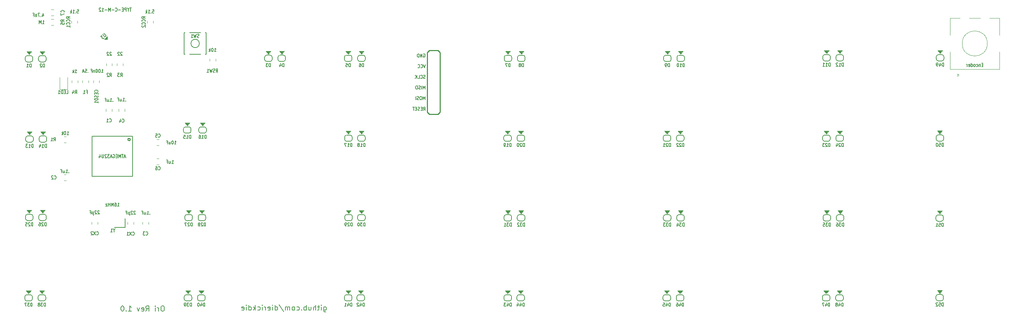
<source format=gbo>
G04 #@! TF.GenerationSoftware,KiCad,Pcbnew,(5.1.10-1-10_14)*
G04 #@! TF.CreationDate,2021-08-22T11:13:13-05:00*
G04 #@! TF.ProjectId,ori,6f72692e-6b69-4636-9164-5f7063625858,rev?*
G04 #@! TF.SameCoordinates,Original*
G04 #@! TF.FileFunction,Legend,Bot*
G04 #@! TF.FilePolarity,Positive*
%FSLAX46Y46*%
G04 Gerber Fmt 4.6, Leading zero omitted, Abs format (unit mm)*
G04 Created by KiCad (PCBNEW (5.1.10-1-10_14)) date 2021-08-22 11:13:13*
%MOMM*%
%LPD*%
G01*
G04 APERTURE LIST*
%ADD10C,0.150000*%
%ADD11C,0.200000*%
%ADD12C,0.100000*%
%ADD13C,0.120000*%
%ADD14C,0.254000*%
%ADD15C,0.203200*%
%ADD16C,4.500000*%
%ADD17C,2.540000*%
%ADD18C,1.701800*%
%ADD19C,3.987800*%
%ADD20R,2.000000X2.000000*%
%ADD21C,2.000000*%
%ADD22R,2.000000X3.200000*%
%ADD23R,2.100000X1.800000*%
%ADD24C,1.803400*%
%ADD25O,1.300000X2.400000*%
%ADD26O,1.300000X1.900000*%
%ADD27C,0.650000*%
%ADD28R,0.650000X1.060000*%
%ADD29R,1.100000X1.800000*%
G04 APERTURE END LIST*
D10*
X322196136Y-58283727D02*
X321962803Y-58283727D01*
X321862803Y-58702774D02*
X322196136Y-58702774D01*
X322196136Y-57902774D01*
X321862803Y-57902774D01*
X321562803Y-58169441D02*
X321562803Y-58702774D01*
X321562803Y-58245631D02*
X321529470Y-58207536D01*
X321462803Y-58169441D01*
X321362803Y-58169441D01*
X321296136Y-58207536D01*
X321262803Y-58283727D01*
X321262803Y-58702774D01*
X320629470Y-58664679D02*
X320696136Y-58702774D01*
X320829470Y-58702774D01*
X320896136Y-58664679D01*
X320929470Y-58626584D01*
X320962803Y-58550393D01*
X320962803Y-58321822D01*
X320929470Y-58245631D01*
X320896136Y-58207536D01*
X320829470Y-58169441D01*
X320696136Y-58169441D01*
X320629470Y-58207536D01*
X320229470Y-58702774D02*
X320296136Y-58664679D01*
X320329470Y-58626584D01*
X320362803Y-58550393D01*
X320362803Y-58321822D01*
X320329470Y-58245631D01*
X320296136Y-58207536D01*
X320229470Y-58169441D01*
X320129470Y-58169441D01*
X320062803Y-58207536D01*
X320029470Y-58245631D01*
X319996136Y-58321822D01*
X319996136Y-58550393D01*
X320029470Y-58626584D01*
X320062803Y-58664679D01*
X320129470Y-58702774D01*
X320229470Y-58702774D01*
X319396136Y-58702774D02*
X319396136Y-57902774D01*
X319396136Y-58664679D02*
X319462803Y-58702774D01*
X319596136Y-58702774D01*
X319662803Y-58664679D01*
X319696136Y-58626584D01*
X319729470Y-58550393D01*
X319729470Y-58321822D01*
X319696136Y-58245631D01*
X319662803Y-58207536D01*
X319596136Y-58169441D01*
X319462803Y-58169441D01*
X319396136Y-58207536D01*
X318796136Y-58664679D02*
X318862803Y-58702774D01*
X318996136Y-58702774D01*
X319062803Y-58664679D01*
X319096136Y-58588489D01*
X319096136Y-58283727D01*
X319062803Y-58207536D01*
X318996136Y-58169441D01*
X318862803Y-58169441D01*
X318796136Y-58207536D01*
X318762803Y-58283727D01*
X318762803Y-58359917D01*
X319096136Y-58436108D01*
X318462803Y-58702774D02*
X318462803Y-58169441D01*
X318462803Y-58321822D02*
X318429470Y-58245631D01*
X318396136Y-58207536D01*
X318329470Y-58169441D01*
X318262803Y-58169441D01*
D11*
X165175359Y-116016456D02*
X165175359Y-117028361D01*
X165234883Y-117147409D01*
X165294407Y-117206933D01*
X165413454Y-117266456D01*
X165592026Y-117266456D01*
X165711073Y-117206933D01*
X165175359Y-116790266D02*
X165294407Y-116849790D01*
X165532502Y-116849790D01*
X165651550Y-116790266D01*
X165711073Y-116730742D01*
X165770597Y-116611694D01*
X165770597Y-116254552D01*
X165711073Y-116135504D01*
X165651550Y-116075980D01*
X165532502Y-116016456D01*
X165294407Y-116016456D01*
X165175359Y-116075980D01*
X164580121Y-116849790D02*
X164580121Y-116016456D01*
X164580121Y-115599790D02*
X164639645Y-115659314D01*
X164580121Y-115718837D01*
X164520597Y-115659314D01*
X164580121Y-115599790D01*
X164580121Y-115718837D01*
X164163454Y-116016456D02*
X163687264Y-116016456D01*
X163984883Y-115599790D02*
X163984883Y-116671218D01*
X163925359Y-116790266D01*
X163806312Y-116849790D01*
X163687264Y-116849790D01*
X163270597Y-116849790D02*
X163270597Y-115599790D01*
X162734883Y-116849790D02*
X162734883Y-116195028D01*
X162794407Y-116075980D01*
X162913454Y-116016456D01*
X163092026Y-116016456D01*
X163211073Y-116075980D01*
X163270597Y-116135504D01*
X161603931Y-116016456D02*
X161603931Y-116849790D01*
X162139645Y-116016456D02*
X162139645Y-116671218D01*
X162080121Y-116790266D01*
X161961073Y-116849790D01*
X161782502Y-116849790D01*
X161663454Y-116790266D01*
X161603931Y-116730742D01*
X161008692Y-116849790D02*
X161008692Y-115599790D01*
X161008692Y-116075980D02*
X160889645Y-116016456D01*
X160651550Y-116016456D01*
X160532502Y-116075980D01*
X160472978Y-116135504D01*
X160413454Y-116254552D01*
X160413454Y-116611694D01*
X160472978Y-116730742D01*
X160532502Y-116790266D01*
X160651550Y-116849790D01*
X160889645Y-116849790D01*
X161008692Y-116790266D01*
X159877740Y-116730742D02*
X159818216Y-116790266D01*
X159877740Y-116849790D01*
X159937264Y-116790266D01*
X159877740Y-116730742D01*
X159877740Y-116849790D01*
X158746788Y-116790266D02*
X158865835Y-116849790D01*
X159103931Y-116849790D01*
X159222978Y-116790266D01*
X159282502Y-116730742D01*
X159342026Y-116611694D01*
X159342026Y-116254552D01*
X159282502Y-116135504D01*
X159222978Y-116075980D01*
X159103931Y-116016456D01*
X158865835Y-116016456D01*
X158746788Y-116075980D01*
X158032502Y-116849790D02*
X158151550Y-116790266D01*
X158211073Y-116730742D01*
X158270597Y-116611694D01*
X158270597Y-116254552D01*
X158211073Y-116135504D01*
X158151550Y-116075980D01*
X158032502Y-116016456D01*
X157853931Y-116016456D01*
X157734883Y-116075980D01*
X157675359Y-116135504D01*
X157615835Y-116254552D01*
X157615835Y-116611694D01*
X157675359Y-116730742D01*
X157734883Y-116790266D01*
X157853931Y-116849790D01*
X158032502Y-116849790D01*
X157080121Y-116849790D02*
X157080121Y-116016456D01*
X157080121Y-116135504D02*
X157020597Y-116075980D01*
X156901550Y-116016456D01*
X156722978Y-116016456D01*
X156603931Y-116075980D01*
X156544407Y-116195028D01*
X156544407Y-116849790D01*
X156544407Y-116195028D02*
X156484883Y-116075980D01*
X156365835Y-116016456D01*
X156187264Y-116016456D01*
X156068216Y-116075980D01*
X156008692Y-116195028D01*
X156008692Y-116849790D01*
X154520597Y-115540266D02*
X155592026Y-117147409D01*
X153568216Y-116849790D02*
X153568216Y-115599790D01*
X153568216Y-116790266D02*
X153687264Y-116849790D01*
X153925359Y-116849790D01*
X154044407Y-116790266D01*
X154103931Y-116730742D01*
X154163454Y-116611694D01*
X154163454Y-116254552D01*
X154103931Y-116135504D01*
X154044407Y-116075980D01*
X153925359Y-116016456D01*
X153687264Y-116016456D01*
X153568216Y-116075980D01*
X152972978Y-116849790D02*
X152972978Y-116016456D01*
X152972978Y-115599790D02*
X153032502Y-115659314D01*
X152972978Y-115718837D01*
X152913454Y-115659314D01*
X152972978Y-115599790D01*
X152972978Y-115718837D01*
X151901550Y-116790266D02*
X152020597Y-116849790D01*
X152258692Y-116849790D01*
X152377740Y-116790266D01*
X152437264Y-116671218D01*
X152437264Y-116195028D01*
X152377740Y-116075980D01*
X152258692Y-116016456D01*
X152020597Y-116016456D01*
X151901550Y-116075980D01*
X151842026Y-116195028D01*
X151842026Y-116314075D01*
X152437264Y-116433123D01*
X151306312Y-116849790D02*
X151306312Y-116016456D01*
X151306312Y-116254552D02*
X151246788Y-116135504D01*
X151187264Y-116075980D01*
X151068216Y-116016456D01*
X150949169Y-116016456D01*
X150532502Y-116849790D02*
X150532502Y-116016456D01*
X150532502Y-115599790D02*
X150592026Y-115659314D01*
X150532502Y-115718837D01*
X150472978Y-115659314D01*
X150532502Y-115599790D01*
X150532502Y-115718837D01*
X149401550Y-116790266D02*
X149520597Y-116849790D01*
X149758692Y-116849790D01*
X149877740Y-116790266D01*
X149937264Y-116730742D01*
X149996788Y-116611694D01*
X149996788Y-116254552D01*
X149937264Y-116135504D01*
X149877740Y-116075980D01*
X149758692Y-116016456D01*
X149520597Y-116016456D01*
X149401550Y-116075980D01*
X148865835Y-116849790D02*
X148865835Y-115599790D01*
X148746788Y-116373599D02*
X148389645Y-116849790D01*
X148389645Y-116016456D02*
X148865835Y-116492647D01*
X147318216Y-116849790D02*
X147318216Y-115599790D01*
X147318216Y-116790266D02*
X147437264Y-116849790D01*
X147675359Y-116849790D01*
X147794407Y-116790266D01*
X147853931Y-116730742D01*
X147913454Y-116611694D01*
X147913454Y-116254552D01*
X147853931Y-116135504D01*
X147794407Y-116075980D01*
X147675359Y-116016456D01*
X147437264Y-116016456D01*
X147318216Y-116075980D01*
X146722978Y-116849790D02*
X146722978Y-116016456D01*
X146722978Y-115599790D02*
X146782502Y-115659314D01*
X146722978Y-115718837D01*
X146663454Y-115659314D01*
X146722978Y-115599790D01*
X146722978Y-115718837D01*
X145651550Y-116790266D02*
X145770597Y-116849790D01*
X146008692Y-116849790D01*
X146127740Y-116790266D01*
X146187264Y-116671218D01*
X146187264Y-116195028D01*
X146127740Y-116075980D01*
X146008692Y-116016456D01*
X145770597Y-116016456D01*
X145651550Y-116075980D01*
X145592026Y-116195028D01*
X145592026Y-116314075D01*
X146187264Y-116433123D01*
X126912264Y-115815476D02*
X126674169Y-115815476D01*
X126555121Y-115875000D01*
X126436073Y-115994047D01*
X126376550Y-116232142D01*
X126376550Y-116648809D01*
X126436073Y-116886904D01*
X126555121Y-117005952D01*
X126674169Y-117065476D01*
X126912264Y-117065476D01*
X127031312Y-117005952D01*
X127150359Y-116886904D01*
X127209883Y-116648809D01*
X127209883Y-116232142D01*
X127150359Y-115994047D01*
X127031312Y-115875000D01*
X126912264Y-115815476D01*
X125840835Y-117065476D02*
X125840835Y-116232142D01*
X125840835Y-116470238D02*
X125781312Y-116351190D01*
X125721788Y-116291666D01*
X125602740Y-116232142D01*
X125483692Y-116232142D01*
X125067026Y-117065476D02*
X125067026Y-116232142D01*
X125067026Y-115815476D02*
X125126550Y-115875000D01*
X125067026Y-115934523D01*
X125007502Y-115875000D01*
X125067026Y-115815476D01*
X125067026Y-115934523D01*
X122805121Y-117065476D02*
X123221788Y-116470238D01*
X123519407Y-117065476D02*
X123519407Y-115815476D01*
X123043216Y-115815476D01*
X122924169Y-115875000D01*
X122864645Y-115934523D01*
X122805121Y-116053571D01*
X122805121Y-116232142D01*
X122864645Y-116351190D01*
X122924169Y-116410714D01*
X123043216Y-116470238D01*
X123519407Y-116470238D01*
X121793216Y-117005952D02*
X121912264Y-117065476D01*
X122150359Y-117065476D01*
X122269407Y-117005952D01*
X122328931Y-116886904D01*
X122328931Y-116410714D01*
X122269407Y-116291666D01*
X122150359Y-116232142D01*
X121912264Y-116232142D01*
X121793216Y-116291666D01*
X121733692Y-116410714D01*
X121733692Y-116529761D01*
X122328931Y-116648809D01*
X121317026Y-116232142D02*
X121019407Y-117065476D01*
X120721788Y-116232142D01*
X118638454Y-117065476D02*
X119352740Y-117065476D01*
X118995597Y-117065476D02*
X118995597Y-115815476D01*
X119114645Y-115994047D01*
X119233692Y-116113095D01*
X119352740Y-116172619D01*
X118102740Y-116946428D02*
X118043216Y-117005952D01*
X118102740Y-117065476D01*
X118162264Y-117005952D01*
X118102740Y-116946428D01*
X118102740Y-117065476D01*
X117269407Y-115815476D02*
X117150359Y-115815476D01*
X117031312Y-115875000D01*
X116971788Y-115934523D01*
X116912264Y-116053571D01*
X116852740Y-116291666D01*
X116852740Y-116589285D01*
X116912264Y-116827380D01*
X116971788Y-116946428D01*
X117031312Y-117005952D01*
X117150359Y-117065476D01*
X117269407Y-117065476D01*
X117388454Y-117005952D01*
X117447978Y-116946428D01*
X117507502Y-116827380D01*
X117567026Y-116589285D01*
X117567026Y-116291666D01*
X117507502Y-116053571D01*
X117447978Y-115934523D01*
X117388454Y-115875000D01*
X117269407Y-115815476D01*
D10*
X116033333Y-92011904D02*
X116433333Y-92011904D01*
X116233333Y-92011904D02*
X116233333Y-91211904D01*
X116300000Y-91326190D01*
X116366666Y-91402380D01*
X116433333Y-91440476D01*
X115433333Y-91211904D02*
X115566666Y-91211904D01*
X115633333Y-91250000D01*
X115666666Y-91288095D01*
X115733333Y-91402380D01*
X115766666Y-91554761D01*
X115766666Y-91859523D01*
X115733333Y-91935714D01*
X115700000Y-91973809D01*
X115633333Y-92011904D01*
X115500000Y-92011904D01*
X115433333Y-91973809D01*
X115400000Y-91935714D01*
X115366666Y-91859523D01*
X115366666Y-91669047D01*
X115400000Y-91592857D01*
X115433333Y-91554761D01*
X115500000Y-91516666D01*
X115633333Y-91516666D01*
X115700000Y-91554761D01*
X115733333Y-91592857D01*
X115766666Y-91669047D01*
X115066666Y-92011904D02*
X115066666Y-91211904D01*
X114833333Y-91783333D01*
X114600000Y-91211904D01*
X114600000Y-92011904D01*
X114266666Y-92011904D02*
X114266666Y-91211904D01*
X114266666Y-91592857D02*
X113866666Y-91592857D01*
X113866666Y-92011904D02*
X113866666Y-91211904D01*
X113600000Y-91478571D02*
X113233333Y-91478571D01*
X113600000Y-92011904D01*
X113233333Y-92011904D01*
D12*
G36*
X311990625Y-55642050D02*
G01*
X312590625Y-54842050D01*
X311390625Y-54842050D01*
X311990625Y-55642050D01*
G37*
X311990625Y-55642050D02*
X312590625Y-54842050D01*
X311390625Y-54842050D01*
X311990625Y-55642050D01*
D11*
X311090625Y-56356288D02*
X311090625Y-56856250D01*
X312390625Y-57356250D02*
X311590625Y-57356250D01*
X312890625Y-56856212D02*
X312890625Y-56356250D01*
X312390625Y-55856250D02*
X311590625Y-55856250D01*
X311590625Y-55856250D02*
G75*
G03*
X311090625Y-56356250I0J-500000D01*
G01*
X311090625Y-56856250D02*
G75*
G03*
X311590625Y-57356250I500000J0D01*
G01*
X312390625Y-57356250D02*
G75*
G03*
X312890625Y-56856250I0J500000D01*
G01*
X312890625Y-56356250D02*
G75*
G03*
X312390625Y-55856250I-500000J0D01*
G01*
D12*
G36*
X311890625Y-93892050D02*
G01*
X312490625Y-93092050D01*
X311290625Y-93092050D01*
X311890625Y-93892050D01*
G37*
X311890625Y-93892050D02*
X312490625Y-93092050D01*
X311290625Y-93092050D01*
X311890625Y-93892050D01*
D11*
X310990625Y-94606288D02*
X310990625Y-95106250D01*
X312290625Y-95606250D02*
X311490625Y-95606250D01*
X312790625Y-95106212D02*
X312790625Y-94606250D01*
X312290625Y-94106250D02*
X311490625Y-94106250D01*
X311490625Y-94106250D02*
G75*
G03*
X310990625Y-94606250I0J-500000D01*
G01*
X310990625Y-95106250D02*
G75*
G03*
X311490625Y-95606250I500000J0D01*
G01*
X312290625Y-95606250D02*
G75*
G03*
X312790625Y-95106250I0J500000D01*
G01*
X312790625Y-94606250D02*
G75*
G03*
X312290625Y-94106250I-500000J0D01*
G01*
D12*
G36*
X98187999Y-93735177D02*
G01*
X98787999Y-92935177D01*
X97587999Y-92935177D01*
X98187999Y-93735177D01*
G37*
X98187999Y-93735177D02*
X98787999Y-92935177D01*
X97587999Y-92935177D01*
X98187999Y-93735177D01*
D11*
X97287999Y-94449415D02*
X97287999Y-94949377D01*
X98587999Y-95449377D02*
X97787999Y-95449377D01*
X99087999Y-94949339D02*
X99087999Y-94449377D01*
X98587999Y-93949377D02*
X97787999Y-93949377D01*
X97787999Y-93949377D02*
G75*
G03*
X97287999Y-94449377I0J-500000D01*
G01*
X97287999Y-94949377D02*
G75*
G03*
X97787999Y-95449377I500000J0D01*
G01*
X98587999Y-95449377D02*
G75*
G03*
X99087999Y-94949377I0J500000D01*
G01*
X99087999Y-94449377D02*
G75*
G03*
X98587999Y-93949377I-500000J0D01*
G01*
D13*
X102240000Y-64110000D02*
X102240000Y-61250000D01*
X104160000Y-64110000D02*
X102240000Y-64110000D01*
X104160000Y-61250000D02*
X104160000Y-64110000D01*
X125388748Y-76090000D02*
X125911252Y-76090000D01*
X125388748Y-77510000D02*
X125911252Y-77510000D01*
X103786252Y-85910000D02*
X103263748Y-85910000D01*
X103786252Y-84490000D02*
X103263748Y-84490000D01*
D12*
G36*
X247031999Y-55780177D02*
G01*
X247631999Y-54980177D01*
X246431999Y-54980177D01*
X247031999Y-55780177D01*
G37*
X247031999Y-55780177D02*
X247631999Y-54980177D01*
X246431999Y-54980177D01*
X247031999Y-55780177D01*
D11*
X246131999Y-56494415D02*
X246131999Y-56994377D01*
X247431999Y-57494377D02*
X246631999Y-57494377D01*
X247931999Y-56994339D02*
X247931999Y-56494377D01*
X247431999Y-55994377D02*
X246631999Y-55994377D01*
X246631999Y-55994377D02*
G75*
G03*
X246131999Y-56494377I0J-500000D01*
G01*
X246131999Y-56994377D02*
G75*
G03*
X246631999Y-57494377I500000J0D01*
G01*
X247431999Y-57494377D02*
G75*
G03*
X247931999Y-56994377I0J500000D01*
G01*
X247931999Y-56494377D02*
G75*
G03*
X247431999Y-55994377I-500000J0D01*
G01*
D13*
X316152725Y-60993950D02*
X316152725Y-60393950D01*
X316452725Y-60693950D02*
X316152725Y-60993950D01*
X316152725Y-60393950D02*
X316452725Y-60693950D01*
X326152725Y-55193950D02*
X326152725Y-59293950D01*
X314352725Y-55193950D02*
X314352725Y-59293950D01*
X326152725Y-47093950D02*
X326152725Y-51193950D01*
X323752725Y-47093950D02*
X326152725Y-47093950D01*
X318952725Y-47093950D02*
X321552725Y-47093950D01*
X314352725Y-47093950D02*
X316752725Y-47093950D01*
X314352725Y-51193950D02*
X314352725Y-47093950D01*
X314352725Y-59293950D02*
X326152725Y-59293950D01*
X323252725Y-53193950D02*
G75*
G03*
X323252725Y-53193950I-3000000J0D01*
G01*
X106557000Y-62026748D02*
X106557000Y-62549252D01*
X105137000Y-62026748D02*
X105137000Y-62549252D01*
X111710000Y-62038748D02*
X111710000Y-62561252D01*
X110290000Y-62038748D02*
X110290000Y-62561252D01*
X100811252Y-48810000D02*
X100288748Y-48810000D01*
X100811252Y-47390000D02*
X100288748Y-47390000D01*
X100811252Y-46560000D02*
X100288748Y-46560000D01*
X100811252Y-45140000D02*
X100288748Y-45140000D01*
X137999000Y-57409252D02*
X137999000Y-56886748D01*
X139419000Y-57409252D02*
X139419000Y-56886748D01*
X124510000Y-47788748D02*
X124510000Y-48311252D01*
X123090000Y-47788748D02*
X123090000Y-48311252D01*
X105090000Y-47788748D02*
X105090000Y-48311252D01*
X106510000Y-47788748D02*
X106510000Y-48311252D01*
X115919999Y-58494254D02*
X115919999Y-57971750D01*
X117339999Y-58494254D02*
X117339999Y-57971750D01*
X113336000Y-58485252D02*
X113336000Y-57962748D01*
X114756000Y-58485252D02*
X114756000Y-57962748D01*
X103266247Y-75390000D02*
X103788751Y-75390000D01*
X103266247Y-76810000D02*
X103788751Y-76810000D01*
X123460000Y-95788748D02*
X123460000Y-96311252D01*
X122040000Y-95788748D02*
X122040000Y-96311252D01*
X116340000Y-69361252D02*
X116340000Y-68838748D01*
X117760000Y-69361252D02*
X117760000Y-68838748D01*
X113290000Y-69361252D02*
X113290000Y-68838748D01*
X114710000Y-69361252D02*
X114710000Y-68838748D01*
X118440000Y-96361252D02*
X118440000Y-95838748D01*
X119860000Y-96361252D02*
X119860000Y-95838748D01*
X111310000Y-95788748D02*
X111310000Y-96311252D01*
X109890000Y-95788748D02*
X109890000Y-96311252D01*
X125388748Y-80690000D02*
X125911252Y-80690000D01*
X125388748Y-82110000D02*
X125911252Y-82110000D01*
X107690000Y-62561252D02*
X107690000Y-62038748D01*
X109110000Y-62561252D02*
X109110000Y-62038748D01*
D11*
X117821000Y-97113000D02*
X115281000Y-97113000D01*
X117821000Y-94954000D02*
X117821000Y-97113000D01*
D14*
X192867200Y-55338000D02*
X192359200Y-54830000D01*
X192359200Y-54830000D02*
X190327200Y-54830000D01*
X190327200Y-54830000D02*
X189819200Y-55338000D01*
X189819200Y-55338000D02*
X189819200Y-69562000D01*
X189819200Y-69562000D02*
X190327200Y-70070000D01*
X190327200Y-70070000D02*
X192359200Y-70070000D01*
X192359200Y-70070000D02*
X192867200Y-69562000D01*
X192867200Y-69562000D02*
X192867200Y-55338000D01*
X119082700Y-76100000D02*
G75*
G03*
X119082700Y-76100000I-282700J0D01*
G01*
D15*
X119600000Y-84900000D02*
X119600000Y-75300000D01*
X110000000Y-84900000D02*
X119600000Y-84900000D01*
X110000000Y-75300000D02*
X110000000Y-84900000D01*
X119600000Y-75300000D02*
X110000000Y-75300000D01*
D12*
G36*
X94962999Y-55877177D02*
G01*
X95562999Y-55077177D01*
X94362999Y-55077177D01*
X94962999Y-55877177D01*
G37*
X94962999Y-55877177D02*
X95562999Y-55077177D01*
X94362999Y-55077177D01*
X94962999Y-55877177D01*
D11*
X94062999Y-56591415D02*
X94062999Y-57091377D01*
X95362999Y-57591377D02*
X94562999Y-57591377D01*
X95862999Y-57091339D02*
X95862999Y-56591377D01*
X95362999Y-56091377D02*
X94562999Y-56091377D01*
X94562999Y-56091377D02*
G75*
G03*
X94062999Y-56591377I0J-500000D01*
G01*
X94062999Y-57091377D02*
G75*
G03*
X94562999Y-57591377I500000J0D01*
G01*
X95362999Y-57591377D02*
G75*
G03*
X95862999Y-57091377I0J500000D01*
G01*
X95862999Y-56591377D02*
G75*
G03*
X95362999Y-56091377I-500000J0D01*
G01*
D12*
G36*
X98137999Y-55877177D02*
G01*
X98737999Y-55077177D01*
X97537999Y-55077177D01*
X98137999Y-55877177D01*
G37*
X98137999Y-55877177D02*
X98737999Y-55077177D01*
X97537999Y-55077177D01*
X98137999Y-55877177D01*
D11*
X97237999Y-56591415D02*
X97237999Y-57091377D01*
X98537999Y-57591377D02*
X97737999Y-57591377D01*
X99037999Y-57091339D02*
X99037999Y-56591377D01*
X98537999Y-56091377D02*
X97737999Y-56091377D01*
X97737999Y-56091377D02*
G75*
G03*
X97237999Y-56591377I0J-500000D01*
G01*
X97237999Y-57091377D02*
G75*
G03*
X97737999Y-57591377I500000J0D01*
G01*
X98537999Y-57591377D02*
G75*
G03*
X99037999Y-57091377I0J500000D01*
G01*
X99037999Y-56591377D02*
G75*
G03*
X98537999Y-56091377I-500000J0D01*
G01*
D12*
G36*
X151985999Y-55766802D02*
G01*
X152585999Y-54966802D01*
X151385999Y-54966802D01*
X151985999Y-55766802D01*
G37*
X151985999Y-55766802D02*
X152585999Y-54966802D01*
X151385999Y-54966802D01*
X151985999Y-55766802D01*
D11*
X151085999Y-56481040D02*
X151085999Y-56981002D01*
X152385999Y-57481002D02*
X151585999Y-57481002D01*
X152885999Y-56980964D02*
X152885999Y-56481002D01*
X152385999Y-55981002D02*
X151585999Y-55981002D01*
X151585999Y-55981002D02*
G75*
G03*
X151085999Y-56481002I0J-500000D01*
G01*
X151085999Y-56981002D02*
G75*
G03*
X151585999Y-57481002I500000J0D01*
G01*
X152385999Y-57481002D02*
G75*
G03*
X152885999Y-56981002I0J500000D01*
G01*
X152885999Y-56481002D02*
G75*
G03*
X152385999Y-55981002I-500000J0D01*
G01*
D12*
G36*
X155160999Y-55766802D02*
G01*
X155760999Y-54966802D01*
X154560999Y-54966802D01*
X155160999Y-55766802D01*
G37*
X155160999Y-55766802D02*
X155760999Y-54966802D01*
X154560999Y-54966802D01*
X155160999Y-55766802D01*
D11*
X154260999Y-56481040D02*
X154260999Y-56981002D01*
X155560999Y-57481002D02*
X154760999Y-57481002D01*
X156060999Y-56980964D02*
X156060999Y-56481002D01*
X155560999Y-55981002D02*
X154760999Y-55981002D01*
X154760999Y-55981002D02*
G75*
G03*
X154260999Y-56481002I0J-500000D01*
G01*
X154260999Y-56981002D02*
G75*
G03*
X154760999Y-57481002I500000J0D01*
G01*
X155560999Y-57481002D02*
G75*
G03*
X156060999Y-56981002I0J500000D01*
G01*
X156060999Y-56481002D02*
G75*
G03*
X155560999Y-55981002I-500000J0D01*
G01*
D12*
G36*
X170985999Y-55769177D02*
G01*
X171585999Y-54969177D01*
X170385999Y-54969177D01*
X170985999Y-55769177D01*
G37*
X170985999Y-55769177D02*
X171585999Y-54969177D01*
X170385999Y-54969177D01*
X170985999Y-55769177D01*
D11*
X170085999Y-56483415D02*
X170085999Y-56983377D01*
X171385999Y-57483377D02*
X170585999Y-57483377D01*
X171885999Y-56983339D02*
X171885999Y-56483377D01*
X171385999Y-55983377D02*
X170585999Y-55983377D01*
X170585999Y-55983377D02*
G75*
G03*
X170085999Y-56483377I0J-500000D01*
G01*
X170085999Y-56983377D02*
G75*
G03*
X170585999Y-57483377I500000J0D01*
G01*
X171385999Y-57483377D02*
G75*
G03*
X171885999Y-56983377I0J500000D01*
G01*
X171885999Y-56483377D02*
G75*
G03*
X171385999Y-55983377I-500000J0D01*
G01*
D12*
G36*
X174160999Y-55769177D02*
G01*
X174760999Y-54969177D01*
X173560999Y-54969177D01*
X174160999Y-55769177D01*
G37*
X174160999Y-55769177D02*
X174760999Y-54969177D01*
X173560999Y-54969177D01*
X174160999Y-55769177D01*
D11*
X173260999Y-56483415D02*
X173260999Y-56983377D01*
X174560999Y-57483377D02*
X173760999Y-57483377D01*
X175060999Y-56983339D02*
X175060999Y-56483377D01*
X174560999Y-55983377D02*
X173760999Y-55983377D01*
X173760999Y-55983377D02*
G75*
G03*
X173260999Y-56483377I0J-500000D01*
G01*
X173260999Y-56983377D02*
G75*
G03*
X173760999Y-57483377I500000J0D01*
G01*
X174560999Y-57483377D02*
G75*
G03*
X175060999Y-56983377I0J500000D01*
G01*
X175060999Y-56483377D02*
G75*
G03*
X174560999Y-55983377I-500000J0D01*
G01*
D12*
G36*
X209058999Y-55780177D02*
G01*
X209658999Y-54980177D01*
X208458999Y-54980177D01*
X209058999Y-55780177D01*
G37*
X209058999Y-55780177D02*
X209658999Y-54980177D01*
X208458999Y-54980177D01*
X209058999Y-55780177D01*
D11*
X208158999Y-56494415D02*
X208158999Y-56994377D01*
X209458999Y-57494377D02*
X208658999Y-57494377D01*
X209958999Y-56994339D02*
X209958999Y-56494377D01*
X209458999Y-55994377D02*
X208658999Y-55994377D01*
X208658999Y-55994377D02*
G75*
G03*
X208158999Y-56494377I0J-500000D01*
G01*
X208158999Y-56994377D02*
G75*
G03*
X208658999Y-57494377I500000J0D01*
G01*
X209458999Y-57494377D02*
G75*
G03*
X209958999Y-56994377I0J500000D01*
G01*
X209958999Y-56494377D02*
G75*
G03*
X209458999Y-55994377I-500000J0D01*
G01*
D12*
G36*
X212233999Y-55780177D02*
G01*
X212833999Y-54980177D01*
X211633999Y-54980177D01*
X212233999Y-55780177D01*
G37*
X212233999Y-55780177D02*
X212833999Y-54980177D01*
X211633999Y-54980177D01*
X212233999Y-55780177D01*
D11*
X211333999Y-56494415D02*
X211333999Y-56994377D01*
X212633999Y-57494377D02*
X211833999Y-57494377D01*
X213133999Y-56994339D02*
X213133999Y-56494377D01*
X212633999Y-55994377D02*
X211833999Y-55994377D01*
X211833999Y-55994377D02*
G75*
G03*
X211333999Y-56494377I0J-500000D01*
G01*
X211333999Y-56994377D02*
G75*
G03*
X211833999Y-57494377I500000J0D01*
G01*
X212633999Y-57494377D02*
G75*
G03*
X213133999Y-56994377I0J500000D01*
G01*
X213133999Y-56494377D02*
G75*
G03*
X212633999Y-55994377I-500000J0D01*
G01*
D12*
G36*
X250206999Y-55780177D02*
G01*
X250806999Y-54980177D01*
X249606999Y-54980177D01*
X250206999Y-55780177D01*
G37*
X250206999Y-55780177D02*
X250806999Y-54980177D01*
X249606999Y-54980177D01*
X250206999Y-55780177D01*
D11*
X249306999Y-56494415D02*
X249306999Y-56994377D01*
X250606999Y-57494377D02*
X249806999Y-57494377D01*
X251106999Y-56994339D02*
X251106999Y-56494377D01*
X250606999Y-55994377D02*
X249806999Y-55994377D01*
X249806999Y-55994377D02*
G75*
G03*
X249306999Y-56494377I0J-500000D01*
G01*
X249306999Y-56994377D02*
G75*
G03*
X249806999Y-57494377I500000J0D01*
G01*
X250606999Y-57494377D02*
G75*
G03*
X251106999Y-56994377I0J500000D01*
G01*
X251106999Y-56494377D02*
G75*
G03*
X250606999Y-55994377I-500000J0D01*
G01*
D12*
G36*
X284950000Y-55635800D02*
G01*
X285550000Y-54835800D01*
X284350000Y-54835800D01*
X284950000Y-55635800D01*
G37*
X284950000Y-55635800D02*
X285550000Y-54835800D01*
X284350000Y-54835800D01*
X284950000Y-55635800D01*
D11*
X284050000Y-56350038D02*
X284050000Y-56850000D01*
X285350000Y-57350000D02*
X284550000Y-57350000D01*
X285850000Y-56849962D02*
X285850000Y-56350000D01*
X285350000Y-55850000D02*
X284550000Y-55850000D01*
X284550000Y-55850000D02*
G75*
G03*
X284050000Y-56350000I0J-500000D01*
G01*
X284050000Y-56850000D02*
G75*
G03*
X284550000Y-57350000I500000J0D01*
G01*
X285350000Y-57350000D02*
G75*
G03*
X285850000Y-56850000I0J500000D01*
G01*
X285850000Y-56350000D02*
G75*
G03*
X285350000Y-55850000I-500000J0D01*
G01*
D12*
G36*
X95089999Y-75027177D02*
G01*
X95689999Y-74227177D01*
X94489999Y-74227177D01*
X95089999Y-75027177D01*
G37*
X95089999Y-75027177D02*
X95689999Y-74227177D01*
X94489999Y-74227177D01*
X95089999Y-75027177D01*
D11*
X94189999Y-75741415D02*
X94189999Y-76241377D01*
X95489999Y-76741377D02*
X94689999Y-76741377D01*
X95989999Y-76241339D02*
X95989999Y-75741377D01*
X95489999Y-75241377D02*
X94689999Y-75241377D01*
X94689999Y-75241377D02*
G75*
G03*
X94189999Y-75741377I0J-500000D01*
G01*
X94189999Y-76241377D02*
G75*
G03*
X94689999Y-76741377I500000J0D01*
G01*
X95489999Y-76741377D02*
G75*
G03*
X95989999Y-76241377I0J500000D01*
G01*
X95989999Y-75741377D02*
G75*
G03*
X95489999Y-75241377I-500000J0D01*
G01*
D12*
G36*
X98264999Y-75027177D02*
G01*
X98864999Y-74227177D01*
X97664999Y-74227177D01*
X98264999Y-75027177D01*
G37*
X98264999Y-75027177D02*
X98864999Y-74227177D01*
X97664999Y-74227177D01*
X98264999Y-75027177D01*
D11*
X97364999Y-75741415D02*
X97364999Y-76241377D01*
X98664999Y-76741377D02*
X97864999Y-76741377D01*
X99164999Y-76241339D02*
X99164999Y-75741377D01*
X98664999Y-75241377D02*
X97864999Y-75241377D01*
X97864999Y-75241377D02*
G75*
G03*
X97364999Y-75741377I0J-500000D01*
G01*
X97364999Y-76241377D02*
G75*
G03*
X97864999Y-76741377I500000J0D01*
G01*
X98664999Y-76741377D02*
G75*
G03*
X99164999Y-76241377I0J500000D01*
G01*
X99164999Y-75741377D02*
G75*
G03*
X98664999Y-75241377I-500000J0D01*
G01*
D12*
G36*
X132650000Y-72878177D02*
G01*
X133250000Y-72078177D01*
X132050000Y-72078177D01*
X132650000Y-72878177D01*
G37*
X132650000Y-72878177D02*
X133250000Y-72078177D01*
X132050000Y-72078177D01*
X132650000Y-72878177D01*
D11*
X131750000Y-73592415D02*
X131750000Y-74092377D01*
X133050000Y-74592377D02*
X132250000Y-74592377D01*
X133550000Y-74092339D02*
X133550000Y-73592377D01*
X133050000Y-73092377D02*
X132250000Y-73092377D01*
X132250000Y-73092377D02*
G75*
G03*
X131750000Y-73592377I0J-500000D01*
G01*
X131750000Y-74092377D02*
G75*
G03*
X132250000Y-74592377I500000J0D01*
G01*
X133050000Y-74592377D02*
G75*
G03*
X133550000Y-74092377I0J500000D01*
G01*
X133550000Y-73592377D02*
G75*
G03*
X133050000Y-73092377I-500000J0D01*
G01*
D12*
G36*
X136314999Y-72878177D02*
G01*
X136914999Y-72078177D01*
X135714999Y-72078177D01*
X136314999Y-72878177D01*
G37*
X136314999Y-72878177D02*
X136914999Y-72078177D01*
X135714999Y-72078177D01*
X136314999Y-72878177D01*
D11*
X135414999Y-73592415D02*
X135414999Y-74092377D01*
X136714999Y-74592377D02*
X135914999Y-74592377D01*
X137214999Y-74092339D02*
X137214999Y-73592377D01*
X136714999Y-73092377D02*
X135914999Y-73092377D01*
X135914999Y-73092377D02*
G75*
G03*
X135414999Y-73592377I0J-500000D01*
G01*
X135414999Y-74092377D02*
G75*
G03*
X135914999Y-74592377I500000J0D01*
G01*
X136714999Y-74592377D02*
G75*
G03*
X137214999Y-74092377I0J500000D01*
G01*
X137214999Y-73592377D02*
G75*
G03*
X136714999Y-73092377I-500000J0D01*
G01*
D12*
G36*
X171050000Y-74828177D02*
G01*
X171650000Y-74028177D01*
X170450000Y-74028177D01*
X171050000Y-74828177D01*
G37*
X171050000Y-74828177D02*
X171650000Y-74028177D01*
X170450000Y-74028177D01*
X171050000Y-74828177D01*
D11*
X170150000Y-75542415D02*
X170150000Y-76042377D01*
X171450000Y-76542377D02*
X170650000Y-76542377D01*
X171950000Y-76042339D02*
X171950000Y-75542377D01*
X171450000Y-75042377D02*
X170650000Y-75042377D01*
X170650000Y-75042377D02*
G75*
G03*
X170150000Y-75542377I0J-500000D01*
G01*
X170150000Y-76042377D02*
G75*
G03*
X170650000Y-76542377I500000J0D01*
G01*
X171450000Y-76542377D02*
G75*
G03*
X171950000Y-76042377I0J500000D01*
G01*
X171950000Y-75542377D02*
G75*
G03*
X171450000Y-75042377I-500000J0D01*
G01*
D12*
G36*
X174150000Y-74828177D02*
G01*
X174750000Y-74028177D01*
X173550000Y-74028177D01*
X174150000Y-74828177D01*
G37*
X174150000Y-74828177D02*
X174750000Y-74028177D01*
X173550000Y-74028177D01*
X174150000Y-74828177D01*
D11*
X173250000Y-75542415D02*
X173250000Y-76042377D01*
X174550000Y-76542377D02*
X173750000Y-76542377D01*
X175050000Y-76042339D02*
X175050000Y-75542377D01*
X174550000Y-75042377D02*
X173750000Y-75042377D01*
X173750000Y-75042377D02*
G75*
G03*
X173250000Y-75542377I0J-500000D01*
G01*
X173250000Y-76042377D02*
G75*
G03*
X173750000Y-76542377I500000J0D01*
G01*
X174550000Y-76542377D02*
G75*
G03*
X175050000Y-76042377I0J500000D01*
G01*
X175050000Y-75542377D02*
G75*
G03*
X174550000Y-75042377I-500000J0D01*
G01*
D12*
G36*
X208958999Y-74828177D02*
G01*
X209558999Y-74028177D01*
X208358999Y-74028177D01*
X208958999Y-74828177D01*
G37*
X208958999Y-74828177D02*
X209558999Y-74028177D01*
X208358999Y-74028177D01*
X208958999Y-74828177D01*
D11*
X208058999Y-75542415D02*
X208058999Y-76042377D01*
X209358999Y-76542377D02*
X208558999Y-76542377D01*
X209858999Y-76042339D02*
X209858999Y-75542377D01*
X209358999Y-75042377D02*
X208558999Y-75042377D01*
X208558999Y-75042377D02*
G75*
G03*
X208058999Y-75542377I0J-500000D01*
G01*
X208058999Y-76042377D02*
G75*
G03*
X208558999Y-76542377I500000J0D01*
G01*
X209358999Y-76542377D02*
G75*
G03*
X209858999Y-76042377I0J500000D01*
G01*
X209858999Y-75542377D02*
G75*
G03*
X209358999Y-75042377I-500000J0D01*
G01*
D12*
G36*
X212133999Y-74828177D02*
G01*
X212733999Y-74028177D01*
X211533999Y-74028177D01*
X212133999Y-74828177D01*
G37*
X212133999Y-74828177D02*
X212733999Y-74028177D01*
X211533999Y-74028177D01*
X212133999Y-74828177D01*
D11*
X211233999Y-75542415D02*
X211233999Y-76042377D01*
X212533999Y-76542377D02*
X211733999Y-76542377D01*
X213033999Y-76042339D02*
X213033999Y-75542377D01*
X212533999Y-75042377D02*
X211733999Y-75042377D01*
X211733999Y-75042377D02*
G75*
G03*
X211233999Y-75542377I0J-500000D01*
G01*
X211233999Y-76042377D02*
G75*
G03*
X211733999Y-76542377I500000J0D01*
G01*
X212533999Y-76542377D02*
G75*
G03*
X213033999Y-76042377I0J500000D01*
G01*
X213033999Y-75542377D02*
G75*
G03*
X212533999Y-75042377I-500000J0D01*
G01*
D12*
G36*
X246931999Y-74828177D02*
G01*
X247531999Y-74028177D01*
X246331999Y-74028177D01*
X246931999Y-74828177D01*
G37*
X246931999Y-74828177D02*
X247531999Y-74028177D01*
X246331999Y-74028177D01*
X246931999Y-74828177D01*
D11*
X246031999Y-75542415D02*
X246031999Y-76042377D01*
X247331999Y-76542377D02*
X246531999Y-76542377D01*
X247831999Y-76042339D02*
X247831999Y-75542377D01*
X247331999Y-75042377D02*
X246531999Y-75042377D01*
X246531999Y-75042377D02*
G75*
G03*
X246031999Y-75542377I0J-500000D01*
G01*
X246031999Y-76042377D02*
G75*
G03*
X246531999Y-76542377I500000J0D01*
G01*
X247331999Y-76542377D02*
G75*
G03*
X247831999Y-76042377I0J500000D01*
G01*
X247831999Y-75542377D02*
G75*
G03*
X247331999Y-75042377I-500000J0D01*
G01*
D12*
G36*
X250106999Y-74828177D02*
G01*
X250706999Y-74028177D01*
X249506999Y-74028177D01*
X250106999Y-74828177D01*
G37*
X250106999Y-74828177D02*
X250706999Y-74028177D01*
X249506999Y-74028177D01*
X250106999Y-74828177D01*
D11*
X249206999Y-75542415D02*
X249206999Y-76042377D01*
X250506999Y-76542377D02*
X249706999Y-76542377D01*
X251006999Y-76042339D02*
X251006999Y-75542377D01*
X250506999Y-75042377D02*
X249706999Y-75042377D01*
X249706999Y-75042377D02*
G75*
G03*
X249206999Y-75542377I0J-500000D01*
G01*
X249206999Y-76042377D02*
G75*
G03*
X249706999Y-76542377I500000J0D01*
G01*
X250506999Y-76542377D02*
G75*
G03*
X251006999Y-76042377I0J500000D01*
G01*
X251006999Y-75542377D02*
G75*
G03*
X250506999Y-75042377I-500000J0D01*
G01*
D12*
G36*
X284904999Y-74828177D02*
G01*
X285504999Y-74028177D01*
X284304999Y-74028177D01*
X284904999Y-74828177D01*
G37*
X284904999Y-74828177D02*
X285504999Y-74028177D01*
X284304999Y-74028177D01*
X284904999Y-74828177D01*
D11*
X284004999Y-75542415D02*
X284004999Y-76042377D01*
X285304999Y-76542377D02*
X284504999Y-76542377D01*
X285804999Y-76042339D02*
X285804999Y-75542377D01*
X285304999Y-75042377D02*
X284504999Y-75042377D01*
X284504999Y-75042377D02*
G75*
G03*
X284004999Y-75542377I0J-500000D01*
G01*
X284004999Y-76042377D02*
G75*
G03*
X284504999Y-76542377I500000J0D01*
G01*
X285304999Y-76542377D02*
G75*
G03*
X285804999Y-76042377I0J500000D01*
G01*
X285804999Y-75542377D02*
G75*
G03*
X285304999Y-75042377I-500000J0D01*
G01*
D12*
G36*
X288079999Y-74828177D02*
G01*
X288679999Y-74028177D01*
X287479999Y-74028177D01*
X288079999Y-74828177D01*
G37*
X288079999Y-74828177D02*
X288679999Y-74028177D01*
X287479999Y-74028177D01*
X288079999Y-74828177D01*
D11*
X287179999Y-75542415D02*
X287179999Y-76042377D01*
X288479999Y-76542377D02*
X287679999Y-76542377D01*
X288979999Y-76042339D02*
X288979999Y-75542377D01*
X288479999Y-75042377D02*
X287679999Y-75042377D01*
X287679999Y-75042377D02*
G75*
G03*
X287179999Y-75542377I0J-500000D01*
G01*
X287179999Y-76042377D02*
G75*
G03*
X287679999Y-76542377I500000J0D01*
G01*
X288479999Y-76542377D02*
G75*
G03*
X288979999Y-76042377I0J500000D01*
G01*
X288979999Y-75542377D02*
G75*
G03*
X288479999Y-75042377I-500000J0D01*
G01*
D12*
G36*
X95012999Y-93735177D02*
G01*
X95612999Y-92935177D01*
X94412999Y-92935177D01*
X95012999Y-93735177D01*
G37*
X95012999Y-93735177D02*
X95612999Y-92935177D01*
X94412999Y-92935177D01*
X95012999Y-93735177D01*
D11*
X94112999Y-94449415D02*
X94112999Y-94949377D01*
X95412999Y-95449377D02*
X94612999Y-95449377D01*
X95912999Y-94949339D02*
X95912999Y-94449377D01*
X95412999Y-93949377D02*
X94612999Y-93949377D01*
X94612999Y-93949377D02*
G75*
G03*
X94112999Y-94449377I0J-500000D01*
G01*
X94112999Y-94949377D02*
G75*
G03*
X94612999Y-95449377I500000J0D01*
G01*
X95412999Y-95449377D02*
G75*
G03*
X95912999Y-94949377I0J500000D01*
G01*
X95912999Y-94449377D02*
G75*
G03*
X95412999Y-93949377I-500000J0D01*
G01*
D12*
G36*
X132985999Y-93785177D02*
G01*
X133585999Y-92985177D01*
X132385999Y-92985177D01*
X132985999Y-93785177D01*
G37*
X132985999Y-93785177D02*
X133585999Y-92985177D01*
X132385999Y-92985177D01*
X132985999Y-93785177D01*
D11*
X132085999Y-94499415D02*
X132085999Y-94999377D01*
X133385999Y-95499377D02*
X132585999Y-95499377D01*
X133885999Y-94999339D02*
X133885999Y-94499377D01*
X133385999Y-93999377D02*
X132585999Y-93999377D01*
X132585999Y-93999377D02*
G75*
G03*
X132085999Y-94499377I0J-500000D01*
G01*
X132085999Y-94999377D02*
G75*
G03*
X132585999Y-95499377I500000J0D01*
G01*
X133385999Y-95499377D02*
G75*
G03*
X133885999Y-94999377I0J500000D01*
G01*
X133885999Y-94499377D02*
G75*
G03*
X133385999Y-93999377I-500000J0D01*
G01*
D12*
G36*
X136160999Y-93785177D02*
G01*
X136760999Y-92985177D01*
X135560999Y-92985177D01*
X136160999Y-93785177D01*
G37*
X136160999Y-93785177D02*
X136760999Y-92985177D01*
X135560999Y-92985177D01*
X136160999Y-93785177D01*
D11*
X135260999Y-94499415D02*
X135260999Y-94999377D01*
X136560999Y-95499377D02*
X135760999Y-95499377D01*
X137060999Y-94999339D02*
X137060999Y-94499377D01*
X136560999Y-93999377D02*
X135760999Y-93999377D01*
X135760999Y-93999377D02*
G75*
G03*
X135260999Y-94499377I0J-500000D01*
G01*
X135260999Y-94999377D02*
G75*
G03*
X135760999Y-95499377I500000J0D01*
G01*
X136560999Y-95499377D02*
G75*
G03*
X137060999Y-94999377I0J500000D01*
G01*
X137060999Y-94499377D02*
G75*
G03*
X136560999Y-93999377I-500000J0D01*
G01*
D12*
G36*
X171085999Y-93785177D02*
G01*
X171685999Y-92985177D01*
X170485999Y-92985177D01*
X171085999Y-93785177D01*
G37*
X171085999Y-93785177D02*
X171685999Y-92985177D01*
X170485999Y-92985177D01*
X171085999Y-93785177D01*
D11*
X170185999Y-94499415D02*
X170185999Y-94999377D01*
X171485999Y-95499377D02*
X170685999Y-95499377D01*
X171985999Y-94999339D02*
X171985999Y-94499377D01*
X171485999Y-93999377D02*
X170685999Y-93999377D01*
X170685999Y-93999377D02*
G75*
G03*
X170185999Y-94499377I0J-500000D01*
G01*
X170185999Y-94999377D02*
G75*
G03*
X170685999Y-95499377I500000J0D01*
G01*
X171485999Y-95499377D02*
G75*
G03*
X171985999Y-94999377I0J500000D01*
G01*
X171985999Y-94499377D02*
G75*
G03*
X171485999Y-93999377I-500000J0D01*
G01*
D12*
G36*
X174150000Y-93785177D02*
G01*
X174750000Y-92985177D01*
X173550000Y-92985177D01*
X174150000Y-93785177D01*
G37*
X174150000Y-93785177D02*
X174750000Y-92985177D01*
X173550000Y-92985177D01*
X174150000Y-93785177D01*
D11*
X173250000Y-94499415D02*
X173250000Y-94999377D01*
X174550000Y-95499377D02*
X173750000Y-95499377D01*
X175050000Y-94999339D02*
X175050000Y-94499377D01*
X174550000Y-93999377D02*
X173750000Y-93999377D01*
X173750000Y-93999377D02*
G75*
G03*
X173250000Y-94499377I0J-500000D01*
G01*
X173250000Y-94999377D02*
G75*
G03*
X173750000Y-95499377I500000J0D01*
G01*
X174550000Y-95499377D02*
G75*
G03*
X175050000Y-94999377I0J500000D01*
G01*
X175050000Y-94499377D02*
G75*
G03*
X174550000Y-93999377I-500000J0D01*
G01*
D12*
G36*
X209008999Y-93835177D02*
G01*
X209608999Y-93035177D01*
X208408999Y-93035177D01*
X209008999Y-93835177D01*
G37*
X209008999Y-93835177D02*
X209608999Y-93035177D01*
X208408999Y-93035177D01*
X209008999Y-93835177D01*
D11*
X208108999Y-94549415D02*
X208108999Y-95049377D01*
X209408999Y-95549377D02*
X208608999Y-95549377D01*
X209908999Y-95049339D02*
X209908999Y-94549377D01*
X209408999Y-94049377D02*
X208608999Y-94049377D01*
X208608999Y-94049377D02*
G75*
G03*
X208108999Y-94549377I0J-500000D01*
G01*
X208108999Y-95049377D02*
G75*
G03*
X208608999Y-95549377I500000J0D01*
G01*
X209408999Y-95549377D02*
G75*
G03*
X209908999Y-95049377I0J500000D01*
G01*
X209908999Y-94549377D02*
G75*
G03*
X209408999Y-94049377I-500000J0D01*
G01*
D12*
G36*
X212183999Y-93835177D02*
G01*
X212783999Y-93035177D01*
X211583999Y-93035177D01*
X212183999Y-93835177D01*
G37*
X212183999Y-93835177D02*
X212783999Y-93035177D01*
X211583999Y-93035177D01*
X212183999Y-93835177D01*
D11*
X211283999Y-94549415D02*
X211283999Y-95049377D01*
X212583999Y-95549377D02*
X211783999Y-95549377D01*
X213083999Y-95049339D02*
X213083999Y-94549377D01*
X212583999Y-94049377D02*
X211783999Y-94049377D01*
X211783999Y-94049377D02*
G75*
G03*
X211283999Y-94549377I0J-500000D01*
G01*
X211283999Y-95049377D02*
G75*
G03*
X211783999Y-95549377I500000J0D01*
G01*
X212583999Y-95549377D02*
G75*
G03*
X213083999Y-95049377I0J500000D01*
G01*
X213083999Y-94549377D02*
G75*
G03*
X212583999Y-94049377I-500000J0D01*
G01*
D12*
G36*
X246981999Y-93835177D02*
G01*
X247581999Y-93035177D01*
X246381999Y-93035177D01*
X246981999Y-93835177D01*
G37*
X246981999Y-93835177D02*
X247581999Y-93035177D01*
X246381999Y-93035177D01*
X246981999Y-93835177D01*
D11*
X246081999Y-94549415D02*
X246081999Y-95049377D01*
X247381999Y-95549377D02*
X246581999Y-95549377D01*
X247881999Y-95049339D02*
X247881999Y-94549377D01*
X247381999Y-94049377D02*
X246581999Y-94049377D01*
X246581999Y-94049377D02*
G75*
G03*
X246081999Y-94549377I0J-500000D01*
G01*
X246081999Y-95049377D02*
G75*
G03*
X246581999Y-95549377I500000J0D01*
G01*
X247381999Y-95549377D02*
G75*
G03*
X247881999Y-95049377I0J500000D01*
G01*
X247881999Y-94549377D02*
G75*
G03*
X247381999Y-94049377I-500000J0D01*
G01*
D12*
G36*
X250156999Y-93835177D02*
G01*
X250756999Y-93035177D01*
X249556999Y-93035177D01*
X250156999Y-93835177D01*
G37*
X250156999Y-93835177D02*
X250756999Y-93035177D01*
X249556999Y-93035177D01*
X250156999Y-93835177D01*
D11*
X249256999Y-94549415D02*
X249256999Y-95049377D01*
X250556999Y-95549377D02*
X249756999Y-95549377D01*
X251056999Y-95049339D02*
X251056999Y-94549377D01*
X250556999Y-94049377D02*
X249756999Y-94049377D01*
X249756999Y-94049377D02*
G75*
G03*
X249256999Y-94549377I0J-500000D01*
G01*
X249256999Y-95049377D02*
G75*
G03*
X249756999Y-95549377I500000J0D01*
G01*
X250556999Y-95549377D02*
G75*
G03*
X251056999Y-95049377I0J500000D01*
G01*
X251056999Y-94549377D02*
G75*
G03*
X250556999Y-94049377I-500000J0D01*
G01*
D12*
G36*
X285004999Y-93835177D02*
G01*
X285604999Y-93035177D01*
X284404999Y-93035177D01*
X285004999Y-93835177D01*
G37*
X285004999Y-93835177D02*
X285604999Y-93035177D01*
X284404999Y-93035177D01*
X285004999Y-93835177D01*
D11*
X284104999Y-94549415D02*
X284104999Y-95049377D01*
X285404999Y-95549377D02*
X284604999Y-95549377D01*
X285904999Y-95049339D02*
X285904999Y-94549377D01*
X285404999Y-94049377D02*
X284604999Y-94049377D01*
X284604999Y-94049377D02*
G75*
G03*
X284104999Y-94549377I0J-500000D01*
G01*
X284104999Y-95049377D02*
G75*
G03*
X284604999Y-95549377I500000J0D01*
G01*
X285404999Y-95549377D02*
G75*
G03*
X285904999Y-95049377I0J500000D01*
G01*
X285904999Y-94549377D02*
G75*
G03*
X285404999Y-94049377I-500000J0D01*
G01*
D12*
G36*
X288179999Y-93835177D02*
G01*
X288779999Y-93035177D01*
X287579999Y-93035177D01*
X288179999Y-93835177D01*
G37*
X288179999Y-93835177D02*
X288779999Y-93035177D01*
X287579999Y-93035177D01*
X288179999Y-93835177D01*
D11*
X287279999Y-94549415D02*
X287279999Y-95049377D01*
X288579999Y-95549377D02*
X287779999Y-95549377D01*
X289079999Y-95049339D02*
X289079999Y-94549377D01*
X288579999Y-94049377D02*
X287779999Y-94049377D01*
X287779999Y-94049377D02*
G75*
G03*
X287279999Y-94549377I0J-500000D01*
G01*
X287279999Y-95049377D02*
G75*
G03*
X287779999Y-95549377I500000J0D01*
G01*
X288579999Y-95549377D02*
G75*
G03*
X289079999Y-95049377I0J500000D01*
G01*
X289079999Y-94549377D02*
G75*
G03*
X288579999Y-94049377I-500000J0D01*
G01*
D12*
G36*
X94863804Y-112935177D02*
G01*
X95463804Y-112135177D01*
X94263804Y-112135177D01*
X94863804Y-112935177D01*
G37*
X94863804Y-112935177D02*
X95463804Y-112135177D01*
X94263804Y-112135177D01*
X94863804Y-112935177D01*
D11*
X93963804Y-113649415D02*
X93963804Y-114149377D01*
X95263804Y-114649377D02*
X94463804Y-114649377D01*
X95763804Y-114149339D02*
X95763804Y-113649377D01*
X95263804Y-113149377D02*
X94463804Y-113149377D01*
X94463804Y-113149377D02*
G75*
G03*
X93963804Y-113649377I0J-500000D01*
G01*
X93963804Y-114149377D02*
G75*
G03*
X94463804Y-114649377I500000J0D01*
G01*
X95263804Y-114649377D02*
G75*
G03*
X95763804Y-114149377I0J500000D01*
G01*
X95763804Y-113649377D02*
G75*
G03*
X95263804Y-113149377I-500000J0D01*
G01*
D12*
G36*
X98037999Y-112935177D02*
G01*
X98637999Y-112135177D01*
X97437999Y-112135177D01*
X98037999Y-112935177D01*
G37*
X98037999Y-112935177D02*
X98637999Y-112135177D01*
X97437999Y-112135177D01*
X98037999Y-112935177D01*
D11*
X97137999Y-113649415D02*
X97137999Y-114149377D01*
X98437999Y-114649377D02*
X97637999Y-114649377D01*
X98937999Y-114149339D02*
X98937999Y-113649377D01*
X98437999Y-113149377D02*
X97637999Y-113149377D01*
X97637999Y-113149377D02*
G75*
G03*
X97137999Y-113649377I0J-500000D01*
G01*
X97137999Y-114149377D02*
G75*
G03*
X97637999Y-114649377I500000J0D01*
G01*
X98437999Y-114649377D02*
G75*
G03*
X98937999Y-114149377I0J500000D01*
G01*
X98937999Y-113649377D02*
G75*
G03*
X98437999Y-113149377I-500000J0D01*
G01*
D12*
G36*
X132835999Y-112935177D02*
G01*
X133435999Y-112135177D01*
X132235999Y-112135177D01*
X132835999Y-112935177D01*
G37*
X132835999Y-112935177D02*
X133435999Y-112135177D01*
X132235999Y-112135177D01*
X132835999Y-112935177D01*
D11*
X131935999Y-113649415D02*
X131935999Y-114149377D01*
X133235999Y-114649377D02*
X132435999Y-114649377D01*
X133735999Y-114149339D02*
X133735999Y-113649377D01*
X133235999Y-113149377D02*
X132435999Y-113149377D01*
X132435999Y-113149377D02*
G75*
G03*
X131935999Y-113649377I0J-500000D01*
G01*
X131935999Y-114149377D02*
G75*
G03*
X132435999Y-114649377I500000J0D01*
G01*
X133235999Y-114649377D02*
G75*
G03*
X133735999Y-114149377I0J500000D01*
G01*
X133735999Y-113649377D02*
G75*
G03*
X133235999Y-113149377I-500000J0D01*
G01*
D12*
G36*
X136010999Y-112935177D02*
G01*
X136610999Y-112135177D01*
X135410999Y-112135177D01*
X136010999Y-112935177D01*
G37*
X136010999Y-112935177D02*
X136610999Y-112135177D01*
X135410999Y-112135177D01*
X136010999Y-112935177D01*
D11*
X135110999Y-113649415D02*
X135110999Y-114149377D01*
X136410999Y-114649377D02*
X135610999Y-114649377D01*
X136910999Y-114149339D02*
X136910999Y-113649377D01*
X136410999Y-113149377D02*
X135610999Y-113149377D01*
X135610999Y-113149377D02*
G75*
G03*
X135110999Y-113649377I0J-500000D01*
G01*
X135110999Y-114149377D02*
G75*
G03*
X135610999Y-114649377I500000J0D01*
G01*
X136410999Y-114649377D02*
G75*
G03*
X136910999Y-114149377I0J500000D01*
G01*
X136910999Y-113649377D02*
G75*
G03*
X136410999Y-113149377I-500000J0D01*
G01*
D12*
G36*
X171000000Y-112935177D02*
G01*
X171600000Y-112135177D01*
X170400000Y-112135177D01*
X171000000Y-112935177D01*
G37*
X171000000Y-112935177D02*
X171600000Y-112135177D01*
X170400000Y-112135177D01*
X171000000Y-112935177D01*
D11*
X170100000Y-113649415D02*
X170100000Y-114149377D01*
X171400000Y-114649377D02*
X170600000Y-114649377D01*
X171900000Y-114149339D02*
X171900000Y-113649377D01*
X171400000Y-113149377D02*
X170600000Y-113149377D01*
X170600000Y-113149377D02*
G75*
G03*
X170100000Y-113649377I0J-500000D01*
G01*
X170100000Y-114149377D02*
G75*
G03*
X170600000Y-114649377I500000J0D01*
G01*
X171400000Y-114649377D02*
G75*
G03*
X171900000Y-114149377I0J500000D01*
G01*
X171900000Y-113649377D02*
G75*
G03*
X171400000Y-113149377I-500000J0D01*
G01*
D12*
G36*
X173983999Y-112935177D02*
G01*
X174583999Y-112135177D01*
X173383999Y-112135177D01*
X173983999Y-112935177D01*
G37*
X173983999Y-112935177D02*
X174583999Y-112135177D01*
X173383999Y-112135177D01*
X173983999Y-112935177D01*
D11*
X173083999Y-113649415D02*
X173083999Y-114149377D01*
X174383999Y-114649377D02*
X173583999Y-114649377D01*
X174883999Y-114149339D02*
X174883999Y-113649377D01*
X174383999Y-113149377D02*
X173583999Y-113149377D01*
X173583999Y-113149377D02*
G75*
G03*
X173083999Y-113649377I0J-500000D01*
G01*
X173083999Y-114149377D02*
G75*
G03*
X173583999Y-114649377I500000J0D01*
G01*
X174383999Y-114649377D02*
G75*
G03*
X174883999Y-114149377I0J500000D01*
G01*
X174883999Y-113649377D02*
G75*
G03*
X174383999Y-113149377I-500000J0D01*
G01*
D12*
G36*
X209000000Y-112935177D02*
G01*
X209600000Y-112135177D01*
X208400000Y-112135177D01*
X209000000Y-112935177D01*
G37*
X209000000Y-112935177D02*
X209600000Y-112135177D01*
X208400000Y-112135177D01*
X209000000Y-112935177D01*
D11*
X208100000Y-113649415D02*
X208100000Y-114149377D01*
X209400000Y-114649377D02*
X208600000Y-114649377D01*
X209900000Y-114149339D02*
X209900000Y-113649377D01*
X209400000Y-113149377D02*
X208600000Y-113149377D01*
X208600000Y-113149377D02*
G75*
G03*
X208100000Y-113649377I0J-500000D01*
G01*
X208100000Y-114149377D02*
G75*
G03*
X208600000Y-114649377I500000J0D01*
G01*
X209400000Y-114649377D02*
G75*
G03*
X209900000Y-114149377I0J500000D01*
G01*
X209900000Y-113649377D02*
G75*
G03*
X209400000Y-113149377I-500000J0D01*
G01*
D12*
G36*
X212083999Y-112935177D02*
G01*
X212683999Y-112135177D01*
X211483999Y-112135177D01*
X212083999Y-112935177D01*
G37*
X212083999Y-112935177D02*
X212683999Y-112135177D01*
X211483999Y-112135177D01*
X212083999Y-112935177D01*
D11*
X211183999Y-113649415D02*
X211183999Y-114149377D01*
X212483999Y-114649377D02*
X211683999Y-114649377D01*
X212983999Y-114149339D02*
X212983999Y-113649377D01*
X212483999Y-113149377D02*
X211683999Y-113149377D01*
X211683999Y-113149377D02*
G75*
G03*
X211183999Y-113649377I0J-500000D01*
G01*
X211183999Y-114149377D02*
G75*
G03*
X211683999Y-114649377I500000J0D01*
G01*
X212483999Y-114649377D02*
G75*
G03*
X212983999Y-114149377I0J500000D01*
G01*
X212983999Y-113649377D02*
G75*
G03*
X212483999Y-113149377I-500000J0D01*
G01*
D12*
G36*
X246881999Y-112935177D02*
G01*
X247481999Y-112135177D01*
X246281999Y-112135177D01*
X246881999Y-112935177D01*
G37*
X246881999Y-112935177D02*
X247481999Y-112135177D01*
X246281999Y-112135177D01*
X246881999Y-112935177D01*
D11*
X245981999Y-113649415D02*
X245981999Y-114149377D01*
X247281999Y-114649377D02*
X246481999Y-114649377D01*
X247781999Y-114149339D02*
X247781999Y-113649377D01*
X247281999Y-113149377D02*
X246481999Y-113149377D01*
X246481999Y-113149377D02*
G75*
G03*
X245981999Y-113649377I0J-500000D01*
G01*
X245981999Y-114149377D02*
G75*
G03*
X246481999Y-114649377I500000J0D01*
G01*
X247281999Y-114649377D02*
G75*
G03*
X247781999Y-114149377I0J500000D01*
G01*
X247781999Y-113649377D02*
G75*
G03*
X247281999Y-113149377I-500000J0D01*
G01*
D12*
G36*
X250056999Y-112935177D02*
G01*
X250656999Y-112135177D01*
X249456999Y-112135177D01*
X250056999Y-112935177D01*
G37*
X250056999Y-112935177D02*
X250656999Y-112135177D01*
X249456999Y-112135177D01*
X250056999Y-112935177D01*
D11*
X249156999Y-113649415D02*
X249156999Y-114149377D01*
X250456999Y-114649377D02*
X249656999Y-114649377D01*
X250956999Y-114149339D02*
X250956999Y-113649377D01*
X250456999Y-113149377D02*
X249656999Y-113149377D01*
X249656999Y-113149377D02*
G75*
G03*
X249156999Y-113649377I0J-500000D01*
G01*
X249156999Y-114149377D02*
G75*
G03*
X249656999Y-114649377I500000J0D01*
G01*
X250456999Y-114649377D02*
G75*
G03*
X250956999Y-114149377I0J500000D01*
G01*
X250956999Y-113649377D02*
G75*
G03*
X250456999Y-113149377I-500000J0D01*
G01*
D12*
G36*
X284854999Y-112935177D02*
G01*
X285454999Y-112135177D01*
X284254999Y-112135177D01*
X284854999Y-112935177D01*
G37*
X284854999Y-112935177D02*
X285454999Y-112135177D01*
X284254999Y-112135177D01*
X284854999Y-112935177D01*
D11*
X283954999Y-113649415D02*
X283954999Y-114149377D01*
X285254999Y-114649377D02*
X284454999Y-114649377D01*
X285754999Y-114149339D02*
X285754999Y-113649377D01*
X285254999Y-113149377D02*
X284454999Y-113149377D01*
X284454999Y-113149377D02*
G75*
G03*
X283954999Y-113649377I0J-500000D01*
G01*
X283954999Y-114149377D02*
G75*
G03*
X284454999Y-114649377I500000J0D01*
G01*
X285254999Y-114649377D02*
G75*
G03*
X285754999Y-114149377I0J500000D01*
G01*
X285754999Y-113649377D02*
G75*
G03*
X285254999Y-113149377I-500000J0D01*
G01*
D12*
G36*
X288029999Y-112935177D02*
G01*
X288629999Y-112135177D01*
X287429999Y-112135177D01*
X288029999Y-112935177D01*
G37*
X288029999Y-112935177D02*
X288629999Y-112135177D01*
X287429999Y-112135177D01*
X288029999Y-112935177D01*
D11*
X287129999Y-113649415D02*
X287129999Y-114149377D01*
X288429999Y-114649377D02*
X287629999Y-114649377D01*
X288929999Y-114149339D02*
X288929999Y-113649377D01*
X288429999Y-113149377D02*
X287629999Y-113149377D01*
X287629999Y-113149377D02*
G75*
G03*
X287129999Y-113649377I0J-500000D01*
G01*
X287129999Y-114149377D02*
G75*
G03*
X287629999Y-114649377I500000J0D01*
G01*
X288429999Y-114649377D02*
G75*
G03*
X288929999Y-114149377I0J500000D01*
G01*
X288929999Y-113649377D02*
G75*
G03*
X288429999Y-113149377I-500000J0D01*
G01*
D12*
G36*
X113594999Y-51498002D02*
G01*
X113594999Y-52248002D01*
X112844999Y-52248002D01*
X113594999Y-51498002D01*
G37*
X113594999Y-51498002D02*
X113594999Y-52248002D01*
X112844999Y-52248002D01*
X113594999Y-51498002D01*
D10*
X137139905Y-55781290D02*
X137139905Y-50581290D01*
X137139905Y-50581290D02*
X131939905Y-50581290D01*
X131939905Y-50581290D02*
X131939905Y-55781290D01*
X131939905Y-55781290D02*
X137139905Y-55781290D01*
X135539905Y-53181290D02*
G75*
G03*
X135539905Y-53181290I-1000000J0D01*
G01*
D12*
G36*
X311940625Y-74792050D02*
G01*
X312540625Y-73992050D01*
X311340625Y-73992050D01*
X311940625Y-74792050D01*
G37*
X311940625Y-74792050D02*
X312540625Y-73992050D01*
X311340625Y-73992050D01*
X311940625Y-74792050D01*
D11*
X311040625Y-75506288D02*
X311040625Y-76006250D01*
X312340625Y-76506250D02*
X311540625Y-76506250D01*
X312840625Y-76006212D02*
X312840625Y-75506250D01*
X312340625Y-75006250D02*
X311540625Y-75006250D01*
X311540625Y-75006250D02*
G75*
G03*
X311040625Y-75506250I0J-500000D01*
G01*
X311040625Y-76006250D02*
G75*
G03*
X311540625Y-76506250I500000J0D01*
G01*
X312340625Y-76506250D02*
G75*
G03*
X312840625Y-76006250I0J500000D01*
G01*
X312840625Y-75506250D02*
G75*
G03*
X312340625Y-75006250I-500000J0D01*
G01*
D12*
G36*
X311890625Y-112892050D02*
G01*
X312490625Y-112092050D01*
X311290625Y-112092050D01*
X311890625Y-112892050D01*
G37*
X311890625Y-112892050D02*
X312490625Y-112092050D01*
X311290625Y-112092050D01*
X311890625Y-112892050D01*
D11*
X310990625Y-113606288D02*
X310990625Y-114106250D01*
X312290625Y-114606250D02*
X311490625Y-114606250D01*
X312790625Y-114106212D02*
X312790625Y-113606250D01*
X312290625Y-113106250D02*
X311490625Y-113106250D01*
X311490625Y-113106250D02*
G75*
G03*
X310990625Y-113606250I0J-500000D01*
G01*
X310990625Y-114106250D02*
G75*
G03*
X311490625Y-114606250I500000J0D01*
G01*
X312290625Y-114606250D02*
G75*
G03*
X312790625Y-114106250I0J500000D01*
G01*
X312790625Y-113606250D02*
G75*
G03*
X312290625Y-113106250I-500000J0D01*
G01*
D12*
G36*
X288100000Y-55635800D02*
G01*
X288700000Y-54835800D01*
X287500000Y-54835800D01*
X288100000Y-55635800D01*
G37*
X288100000Y-55635800D02*
X288700000Y-54835800D01*
X287500000Y-54835800D01*
X288100000Y-55635800D01*
D11*
X287200000Y-56350038D02*
X287200000Y-56850000D01*
X288500000Y-57350000D02*
X287700000Y-57350000D01*
X289000000Y-56849962D02*
X289000000Y-56350000D01*
X288500000Y-55850000D02*
X287700000Y-55850000D01*
X287700000Y-55850000D02*
G75*
G03*
X287200000Y-56350000I0J-500000D01*
G01*
X287200000Y-56850000D02*
G75*
G03*
X287700000Y-57350000I500000J0D01*
G01*
X288500000Y-57350000D02*
G75*
G03*
X289000000Y-56850000I0J500000D01*
G01*
X289000000Y-56350000D02*
G75*
G03*
X288500000Y-55850000I-500000J0D01*
G01*
D10*
X312840625Y-58620154D02*
X312840625Y-57820154D01*
X312673958Y-57820154D01*
X312573958Y-57858250D01*
X312507291Y-57934440D01*
X312473958Y-58010630D01*
X312440625Y-58163011D01*
X312440625Y-58277297D01*
X312473958Y-58429678D01*
X312507291Y-58505869D01*
X312573958Y-58582059D01*
X312673958Y-58620154D01*
X312840625Y-58620154D01*
X311840625Y-58086821D02*
X311840625Y-58620154D01*
X312007291Y-57782059D02*
X312173958Y-58353488D01*
X311740625Y-58353488D01*
X311440625Y-58620154D02*
X311307291Y-58620154D01*
X311240625Y-58582059D01*
X311207291Y-58543964D01*
X311140625Y-58429678D01*
X311107291Y-58277297D01*
X311107291Y-57972535D01*
X311140625Y-57896345D01*
X311173958Y-57858250D01*
X311240625Y-57820154D01*
X311373958Y-57820154D01*
X311440625Y-57858250D01*
X311473958Y-57896345D01*
X311507291Y-57972535D01*
X311507291Y-58163011D01*
X311473958Y-58239202D01*
X311440625Y-58277297D01*
X311373958Y-58315392D01*
X311240625Y-58315392D01*
X311173958Y-58277297D01*
X311140625Y-58239202D01*
X311107291Y-58163011D01*
X312740625Y-96870154D02*
X312740625Y-96070154D01*
X312573958Y-96070154D01*
X312473958Y-96108250D01*
X312407291Y-96184440D01*
X312373958Y-96260630D01*
X312340625Y-96413011D01*
X312340625Y-96527297D01*
X312373958Y-96679678D01*
X312407291Y-96755869D01*
X312473958Y-96832059D01*
X312573958Y-96870154D01*
X312740625Y-96870154D01*
X311707291Y-96070154D02*
X312040625Y-96070154D01*
X312073958Y-96451107D01*
X312040625Y-96413011D01*
X311973958Y-96374916D01*
X311807291Y-96374916D01*
X311740625Y-96413011D01*
X311707291Y-96451107D01*
X311673958Y-96527297D01*
X311673958Y-96717773D01*
X311707291Y-96793964D01*
X311740625Y-96832059D01*
X311807291Y-96870154D01*
X311973958Y-96870154D01*
X312040625Y-96832059D01*
X312073958Y-96793964D01*
X311007291Y-96870154D02*
X311407291Y-96870154D01*
X311207291Y-96870154D02*
X311207291Y-96070154D01*
X311273958Y-96184440D01*
X311340625Y-96260630D01*
X311407291Y-96298726D01*
X99037999Y-96713281D02*
X99037999Y-95913281D01*
X98871332Y-95913281D01*
X98771332Y-95951377D01*
X98704665Y-96027567D01*
X98671332Y-96103757D01*
X98637999Y-96256138D01*
X98637999Y-96370424D01*
X98671332Y-96522805D01*
X98704665Y-96598996D01*
X98771332Y-96675186D01*
X98871332Y-96713281D01*
X99037999Y-96713281D01*
X98371332Y-95989472D02*
X98337999Y-95951377D01*
X98271332Y-95913281D01*
X98104665Y-95913281D01*
X98037999Y-95951377D01*
X98004665Y-95989472D01*
X97971332Y-96065662D01*
X97971332Y-96141853D01*
X98004665Y-96256138D01*
X98404665Y-96713281D01*
X97971332Y-96713281D01*
X97371332Y-95913281D02*
X97504665Y-95913281D01*
X97571332Y-95951377D01*
X97604665Y-95989472D01*
X97671332Y-96103757D01*
X97704665Y-96256138D01*
X97704665Y-96560900D01*
X97671332Y-96637091D01*
X97637999Y-96675186D01*
X97571332Y-96713281D01*
X97437999Y-96713281D01*
X97371332Y-96675186D01*
X97337999Y-96637091D01*
X97304665Y-96560900D01*
X97304665Y-96370424D01*
X97337999Y-96294234D01*
X97371332Y-96256138D01*
X97437999Y-96218043D01*
X97571332Y-96218043D01*
X97637999Y-96256138D01*
X97671332Y-96294234D01*
X97704665Y-96370424D01*
X103883333Y-65161904D02*
X104216666Y-65161904D01*
X104216666Y-64361904D01*
X103650000Y-64742857D02*
X103416666Y-64742857D01*
X103316666Y-65161904D02*
X103650000Y-65161904D01*
X103650000Y-64361904D01*
X103316666Y-64361904D01*
X103016666Y-65161904D02*
X103016666Y-64361904D01*
X102850000Y-64361904D01*
X102750000Y-64400000D01*
X102683333Y-64476190D01*
X102650000Y-64552380D01*
X102616666Y-64704761D01*
X102616666Y-64819047D01*
X102650000Y-64971428D01*
X102683333Y-65047619D01*
X102750000Y-65123809D01*
X102850000Y-65161904D01*
X103016666Y-65161904D01*
X101950000Y-65161904D02*
X102350000Y-65161904D01*
X102150000Y-65161904D02*
X102150000Y-64361904D01*
X102216666Y-64476190D01*
X102283333Y-64552380D01*
X102350000Y-64590476D01*
X125766666Y-75485714D02*
X125800000Y-75523809D01*
X125900000Y-75561904D01*
X125966666Y-75561904D01*
X126066666Y-75523809D01*
X126133333Y-75447619D01*
X126166666Y-75371428D01*
X126200000Y-75219047D01*
X126200000Y-75104761D01*
X126166666Y-74952380D01*
X126133333Y-74876190D01*
X126066666Y-74800000D01*
X125966666Y-74761904D01*
X125900000Y-74761904D01*
X125800000Y-74800000D01*
X125766666Y-74838095D01*
X125133333Y-74761904D02*
X125466666Y-74761904D01*
X125500000Y-75142857D01*
X125466666Y-75104761D01*
X125400000Y-75066666D01*
X125233333Y-75066666D01*
X125166666Y-75104761D01*
X125133333Y-75142857D01*
X125100000Y-75219047D01*
X125100000Y-75409523D01*
X125133333Y-75485714D01*
X125166666Y-75523809D01*
X125233333Y-75561904D01*
X125400000Y-75561904D01*
X125466666Y-75523809D01*
X125500000Y-75485714D01*
X129600000Y-77211904D02*
X130000000Y-77211904D01*
X129800000Y-77211904D02*
X129800000Y-76411904D01*
X129866666Y-76526190D01*
X129933333Y-76602380D01*
X130000000Y-76640476D01*
X129166666Y-76411904D02*
X129100000Y-76411904D01*
X129033333Y-76450000D01*
X129000000Y-76488095D01*
X128966666Y-76564285D01*
X128933333Y-76716666D01*
X128933333Y-76907142D01*
X128966666Y-77059523D01*
X129000000Y-77135714D01*
X129033333Y-77173809D01*
X129100000Y-77211904D01*
X129166666Y-77211904D01*
X129233333Y-77173809D01*
X129266666Y-77135714D01*
X129300000Y-77059523D01*
X129333333Y-76907142D01*
X129333333Y-76716666D01*
X129300000Y-76564285D01*
X129266666Y-76488095D01*
X129233333Y-76450000D01*
X129166666Y-76411904D01*
X128333333Y-76678571D02*
X128333333Y-77211904D01*
X128633333Y-76678571D02*
X128633333Y-77097619D01*
X128600000Y-77173809D01*
X128533333Y-77211904D01*
X128433333Y-77211904D01*
X128366666Y-77173809D01*
X128333333Y-77135714D01*
X127766666Y-76792857D02*
X128000000Y-76792857D01*
X128000000Y-77211904D02*
X128000000Y-76411904D01*
X127666666Y-76411904D01*
X100966666Y-85485714D02*
X101000000Y-85523809D01*
X101100000Y-85561904D01*
X101166666Y-85561904D01*
X101266666Y-85523809D01*
X101333333Y-85447619D01*
X101366666Y-85371428D01*
X101400000Y-85219047D01*
X101400000Y-85104761D01*
X101366666Y-84952380D01*
X101333333Y-84876190D01*
X101266666Y-84800000D01*
X101166666Y-84761904D01*
X101100000Y-84761904D01*
X101000000Y-84800000D01*
X100966666Y-84838095D01*
X100700000Y-84838095D02*
X100666666Y-84800000D01*
X100600000Y-84761904D01*
X100433333Y-84761904D01*
X100366666Y-84800000D01*
X100333333Y-84838095D01*
X100300000Y-84914285D01*
X100300000Y-84990476D01*
X100333333Y-85104761D01*
X100733333Y-85561904D01*
X100300000Y-85561904D01*
X104450000Y-83985714D02*
X104416666Y-84023809D01*
X104450000Y-84061904D01*
X104483333Y-84023809D01*
X104450000Y-83985714D01*
X104450000Y-84061904D01*
X103750000Y-84061904D02*
X104150000Y-84061904D01*
X103950000Y-84061904D02*
X103950000Y-83261904D01*
X104016666Y-83376190D01*
X104083333Y-83452380D01*
X104150000Y-83490476D01*
X103150000Y-83528571D02*
X103150000Y-84061904D01*
X103450000Y-83528571D02*
X103450000Y-83947619D01*
X103416666Y-84023809D01*
X103350000Y-84061904D01*
X103250000Y-84061904D01*
X103183333Y-84023809D01*
X103150000Y-83985714D01*
X102583333Y-83642857D02*
X102816666Y-83642857D01*
X102816666Y-84061904D02*
X102816666Y-83261904D01*
X102483333Y-83261904D01*
X247548665Y-58758281D02*
X247548665Y-57958281D01*
X247381999Y-57958281D01*
X247281999Y-57996377D01*
X247215332Y-58072567D01*
X247181999Y-58148757D01*
X247148665Y-58301138D01*
X247148665Y-58415424D01*
X247181999Y-58567805D01*
X247215332Y-58643996D01*
X247281999Y-58720186D01*
X247381999Y-58758281D01*
X247548665Y-58758281D01*
X246815332Y-58758281D02*
X246681999Y-58758281D01*
X246615332Y-58720186D01*
X246581999Y-58682091D01*
X246515332Y-58567805D01*
X246481999Y-58415424D01*
X246481999Y-58110662D01*
X246515332Y-58034472D01*
X246548665Y-57996377D01*
X246615332Y-57958281D01*
X246748665Y-57958281D01*
X246815332Y-57996377D01*
X246848665Y-58034472D01*
X246881999Y-58110662D01*
X246881999Y-58301138D01*
X246848665Y-58377329D01*
X246815332Y-58415424D01*
X246748665Y-58453519D01*
X246615332Y-58453519D01*
X246548665Y-58415424D01*
X246515332Y-58377329D01*
X246481999Y-58301138D01*
X105960666Y-65161904D02*
X106194000Y-64780952D01*
X106360666Y-65161904D02*
X106360666Y-64361904D01*
X106094000Y-64361904D01*
X106027333Y-64400000D01*
X105994000Y-64438095D01*
X105960666Y-64514285D01*
X105960666Y-64628571D01*
X105994000Y-64704761D01*
X106027333Y-64742857D01*
X106094000Y-64780952D01*
X106360666Y-64780952D01*
X105360666Y-64628571D02*
X105360666Y-65161904D01*
X105527333Y-64323809D02*
X105694000Y-64895238D01*
X105260666Y-64895238D01*
X105930333Y-60211904D02*
X106330333Y-60211904D01*
X106130333Y-60211904D02*
X106130333Y-59411904D01*
X106197000Y-59526190D01*
X106263666Y-59602380D01*
X106330333Y-59640476D01*
X105630333Y-60211904D02*
X105630333Y-59411904D01*
X105563666Y-59907142D02*
X105363666Y-60211904D01*
X105363666Y-59678571D02*
X105630333Y-59983333D01*
X111311114Y-64739333D02*
X111349209Y-64706000D01*
X111387304Y-64606000D01*
X111387304Y-64539333D01*
X111349209Y-64439333D01*
X111273019Y-64372666D01*
X111196828Y-64339333D01*
X111044447Y-64306000D01*
X110930161Y-64306000D01*
X110777780Y-64339333D01*
X110701590Y-64372666D01*
X110625400Y-64439333D01*
X110587304Y-64539333D01*
X110587304Y-64606000D01*
X110625400Y-64706000D01*
X110663495Y-64739333D01*
X110968257Y-65039333D02*
X110968257Y-65272666D01*
X111387304Y-65372666D02*
X111387304Y-65039333D01*
X110587304Y-65039333D01*
X110587304Y-65372666D01*
X111349209Y-65639333D02*
X111387304Y-65739333D01*
X111387304Y-65906000D01*
X111349209Y-65972666D01*
X111311114Y-66006000D01*
X111234923Y-66039333D01*
X111158733Y-66039333D01*
X111082542Y-66006000D01*
X111044447Y-65972666D01*
X111006352Y-65906000D01*
X110968257Y-65772666D01*
X110930161Y-65706000D01*
X110892066Y-65672666D01*
X110815876Y-65639333D01*
X110739685Y-65639333D01*
X110663495Y-65672666D01*
X110625400Y-65706000D01*
X110587304Y-65772666D01*
X110587304Y-65939333D01*
X110625400Y-66039333D01*
X111387304Y-66339333D02*
X110587304Y-66339333D01*
X110587304Y-66506000D01*
X110625400Y-66606000D01*
X110701590Y-66672666D01*
X110777780Y-66706000D01*
X110930161Y-66739333D01*
X111044447Y-66739333D01*
X111196828Y-66706000D01*
X111273019Y-66672666D01*
X111349209Y-66606000D01*
X111387304Y-66506000D01*
X111387304Y-66339333D01*
X111387304Y-67406000D02*
X111387304Y-67006000D01*
X111387304Y-67206000D02*
X110587304Y-67206000D01*
X110701590Y-67139333D01*
X110777780Y-67072666D01*
X110815876Y-67006000D01*
X112210333Y-60121904D02*
X112610333Y-60121904D01*
X112410333Y-60121904D02*
X112410333Y-59321904D01*
X112477000Y-59436190D01*
X112543666Y-59512380D01*
X112610333Y-59550476D01*
X111777000Y-59321904D02*
X111710333Y-59321904D01*
X111643666Y-59360000D01*
X111610333Y-59398095D01*
X111577000Y-59474285D01*
X111543666Y-59626666D01*
X111543666Y-59817142D01*
X111577000Y-59969523D01*
X111610333Y-60045714D01*
X111643666Y-60083809D01*
X111710333Y-60121904D01*
X111777000Y-60121904D01*
X111843666Y-60083809D01*
X111877000Y-60045714D01*
X111910333Y-59969523D01*
X111943666Y-59817142D01*
X111943666Y-59626666D01*
X111910333Y-59474285D01*
X111877000Y-59398095D01*
X111843666Y-59360000D01*
X111777000Y-59321904D01*
X111110333Y-59321904D02*
X111043666Y-59321904D01*
X110977000Y-59360000D01*
X110943666Y-59398095D01*
X110910333Y-59474285D01*
X110877000Y-59626666D01*
X110877000Y-59817142D01*
X110910333Y-59969523D01*
X110943666Y-60045714D01*
X110977000Y-60083809D01*
X111043666Y-60121904D01*
X111110333Y-60121904D01*
X111177000Y-60083809D01*
X111210333Y-60045714D01*
X111243666Y-59969523D01*
X111277000Y-59817142D01*
X111277000Y-59626666D01*
X111243666Y-59474285D01*
X111210333Y-59398095D01*
X111177000Y-59360000D01*
X111110333Y-59321904D01*
X110577000Y-59588571D02*
X110577000Y-60121904D01*
X110577000Y-59664761D02*
X110543666Y-59626666D01*
X110477000Y-59588571D01*
X110377000Y-59588571D01*
X110310333Y-59626666D01*
X110277000Y-59702857D01*
X110277000Y-60121904D01*
X109710333Y-59702857D02*
X109943666Y-59702857D01*
X109943666Y-60121904D02*
X109943666Y-59321904D01*
X109610333Y-59321904D01*
X103361904Y-47983333D02*
X102980952Y-47750000D01*
X103361904Y-47583333D02*
X102561904Y-47583333D01*
X102561904Y-47850000D01*
X102600000Y-47916666D01*
X102638095Y-47950000D01*
X102714285Y-47983333D01*
X102828571Y-47983333D01*
X102904761Y-47950000D01*
X102942857Y-47916666D01*
X102980952Y-47850000D01*
X102980952Y-47583333D01*
X102561904Y-48616666D02*
X102561904Y-48283333D01*
X102942857Y-48250000D01*
X102904761Y-48283333D01*
X102866666Y-48350000D01*
X102866666Y-48516666D01*
X102904761Y-48583333D01*
X102942857Y-48616666D01*
X103019047Y-48650000D01*
X103209523Y-48650000D01*
X103285714Y-48616666D01*
X103323809Y-48583333D01*
X103361904Y-48516666D01*
X103361904Y-48350000D01*
X103323809Y-48283333D01*
X103285714Y-48250000D01*
X98150000Y-48461904D02*
X98550000Y-48461904D01*
X98350000Y-48461904D02*
X98350000Y-47661904D01*
X98416666Y-47776190D01*
X98483333Y-47852380D01*
X98550000Y-47890476D01*
X97850000Y-48461904D02*
X97850000Y-47661904D01*
X97616666Y-48233333D01*
X97383333Y-47661904D01*
X97383333Y-48461904D01*
X103285714Y-45733333D02*
X103323809Y-45700000D01*
X103361904Y-45600000D01*
X103361904Y-45533333D01*
X103323809Y-45433333D01*
X103247619Y-45366666D01*
X103171428Y-45333333D01*
X103019047Y-45300000D01*
X102904761Y-45300000D01*
X102752380Y-45333333D01*
X102676190Y-45366666D01*
X102600000Y-45433333D01*
X102561904Y-45533333D01*
X102561904Y-45600000D01*
X102600000Y-45700000D01*
X102638095Y-45733333D01*
X102561904Y-45966666D02*
X102561904Y-46433333D01*
X103361904Y-46133333D01*
X98173958Y-46234821D02*
X98173958Y-46768154D01*
X98340625Y-45930059D02*
X98507291Y-46501488D01*
X98073958Y-46501488D01*
X97807291Y-46691964D02*
X97773958Y-46730059D01*
X97807291Y-46768154D01*
X97840625Y-46730059D01*
X97807291Y-46691964D01*
X97807291Y-46768154D01*
X97540625Y-45968154D02*
X97073958Y-45968154D01*
X97373958Y-46768154D01*
X96807291Y-46234821D02*
X96807291Y-46768154D01*
X96807291Y-46311011D02*
X96773958Y-46272916D01*
X96707291Y-46234821D01*
X96607291Y-46234821D01*
X96540625Y-46272916D01*
X96507291Y-46349107D01*
X96507291Y-46768154D01*
X95940625Y-46349107D02*
X96173958Y-46349107D01*
X96173958Y-46768154D02*
X96173958Y-45968154D01*
X95840625Y-45968154D01*
X139500000Y-60061904D02*
X139733333Y-59680952D01*
X139900000Y-60061904D02*
X139900000Y-59261904D01*
X139633333Y-59261904D01*
X139566666Y-59300000D01*
X139533333Y-59338095D01*
X139500000Y-59414285D01*
X139500000Y-59528571D01*
X139533333Y-59604761D01*
X139566666Y-59642857D01*
X139633333Y-59680952D01*
X139900000Y-59680952D01*
X139233333Y-60023809D02*
X139133333Y-60061904D01*
X138966666Y-60061904D01*
X138900000Y-60023809D01*
X138866666Y-59985714D01*
X138833333Y-59909523D01*
X138833333Y-59833333D01*
X138866666Y-59757142D01*
X138900000Y-59719047D01*
X138966666Y-59680952D01*
X139100000Y-59642857D01*
X139166666Y-59604761D01*
X139200000Y-59566666D01*
X139233333Y-59490476D01*
X139233333Y-59414285D01*
X139200000Y-59338095D01*
X139166666Y-59300000D01*
X139100000Y-59261904D01*
X138933333Y-59261904D01*
X138833333Y-59300000D01*
X138600000Y-59261904D02*
X138433333Y-60061904D01*
X138300000Y-59490476D01*
X138166666Y-60061904D01*
X138000000Y-59261904D01*
X137366666Y-60061904D02*
X137766666Y-60061904D01*
X137566666Y-60061904D02*
X137566666Y-59261904D01*
X137633333Y-59376190D01*
X137700000Y-59452380D01*
X137766666Y-59490476D01*
X139100666Y-55098904D02*
X139500666Y-55098904D01*
X139300666Y-55098904D02*
X139300666Y-54298904D01*
X139367333Y-54413190D01*
X139434000Y-54489380D01*
X139500666Y-54527476D01*
X138667333Y-54298904D02*
X138600666Y-54298904D01*
X138534000Y-54337000D01*
X138500666Y-54375095D01*
X138467333Y-54451285D01*
X138434000Y-54603666D01*
X138434000Y-54794142D01*
X138467333Y-54946523D01*
X138500666Y-55022714D01*
X138534000Y-55060809D01*
X138600666Y-55098904D01*
X138667333Y-55098904D01*
X138734000Y-55060809D01*
X138767333Y-55022714D01*
X138800666Y-54946523D01*
X138834000Y-54794142D01*
X138834000Y-54603666D01*
X138800666Y-54451285D01*
X138767333Y-54375095D01*
X138734000Y-54337000D01*
X138667333Y-54298904D01*
X138134000Y-55098904D02*
X138134000Y-54298904D01*
X138067333Y-54794142D02*
X137867333Y-55098904D01*
X137867333Y-54565571D02*
X138134000Y-54870333D01*
X122661904Y-47233333D02*
X122280952Y-47000000D01*
X122661904Y-46833333D02*
X121861904Y-46833333D01*
X121861904Y-47100000D01*
X121900000Y-47166666D01*
X121938095Y-47200000D01*
X122014285Y-47233333D01*
X122128571Y-47233333D01*
X122204761Y-47200000D01*
X122242857Y-47166666D01*
X122280952Y-47100000D01*
X122280952Y-46833333D01*
X122585714Y-47933333D02*
X122623809Y-47900000D01*
X122661904Y-47800000D01*
X122661904Y-47733333D01*
X122623809Y-47633333D01*
X122547619Y-47566666D01*
X122471428Y-47533333D01*
X122319047Y-47500000D01*
X122204761Y-47500000D01*
X122052380Y-47533333D01*
X121976190Y-47566666D01*
X121900000Y-47633333D01*
X121861904Y-47733333D01*
X121861904Y-47800000D01*
X121900000Y-47900000D01*
X121938095Y-47933333D01*
X122585714Y-48633333D02*
X122623809Y-48600000D01*
X122661904Y-48500000D01*
X122661904Y-48433333D01*
X122623809Y-48333333D01*
X122547619Y-48266666D01*
X122471428Y-48233333D01*
X122319047Y-48200000D01*
X122204761Y-48200000D01*
X122052380Y-48233333D01*
X121976190Y-48266666D01*
X121900000Y-48333333D01*
X121861904Y-48433333D01*
X121861904Y-48500000D01*
X121900000Y-48600000D01*
X121938095Y-48633333D01*
X121938095Y-48900000D02*
X121900000Y-48933333D01*
X121861904Y-49000000D01*
X121861904Y-49166666D01*
X121900000Y-49233333D01*
X121938095Y-49266666D01*
X122014285Y-49300000D01*
X122090476Y-49300000D01*
X122204761Y-49266666D01*
X122661904Y-48866666D01*
X122661904Y-49300000D01*
X124387667Y-45136902D02*
X124721001Y-45136902D01*
X124754334Y-45517855D01*
X124721001Y-45479759D01*
X124654334Y-45441664D01*
X124487667Y-45441664D01*
X124421001Y-45479759D01*
X124387667Y-45517855D01*
X124354334Y-45594045D01*
X124354334Y-45784521D01*
X124387667Y-45860712D01*
X124421001Y-45898807D01*
X124487667Y-45936902D01*
X124654334Y-45936902D01*
X124721001Y-45898807D01*
X124754334Y-45860712D01*
X124054334Y-45860712D02*
X124021001Y-45898807D01*
X124054334Y-45936902D01*
X124087667Y-45898807D01*
X124054334Y-45860712D01*
X124054334Y-45936902D01*
X123354334Y-45936902D02*
X123754334Y-45936902D01*
X123554334Y-45936902D02*
X123554334Y-45136902D01*
X123621001Y-45251188D01*
X123687667Y-45327378D01*
X123754334Y-45365474D01*
X123054334Y-45936902D02*
X123054334Y-45136902D01*
X122987667Y-45632140D02*
X122787667Y-45936902D01*
X122787667Y-45403569D02*
X123054334Y-45708331D01*
X104711904Y-47233333D02*
X104330952Y-47000000D01*
X104711904Y-46833333D02*
X103911904Y-46833333D01*
X103911904Y-47100000D01*
X103950000Y-47166666D01*
X103988095Y-47200000D01*
X104064285Y-47233333D01*
X104178571Y-47233333D01*
X104254761Y-47200000D01*
X104292857Y-47166666D01*
X104330952Y-47100000D01*
X104330952Y-46833333D01*
X104635714Y-47933333D02*
X104673809Y-47900000D01*
X104711904Y-47800000D01*
X104711904Y-47733333D01*
X104673809Y-47633333D01*
X104597619Y-47566666D01*
X104521428Y-47533333D01*
X104369047Y-47500000D01*
X104254761Y-47500000D01*
X104102380Y-47533333D01*
X104026190Y-47566666D01*
X103950000Y-47633333D01*
X103911904Y-47733333D01*
X103911904Y-47800000D01*
X103950000Y-47900000D01*
X103988095Y-47933333D01*
X104635714Y-48633333D02*
X104673809Y-48600000D01*
X104711904Y-48500000D01*
X104711904Y-48433333D01*
X104673809Y-48333333D01*
X104597619Y-48266666D01*
X104521428Y-48233333D01*
X104369047Y-48200000D01*
X104254761Y-48200000D01*
X104102380Y-48233333D01*
X104026190Y-48266666D01*
X103950000Y-48333333D01*
X103911904Y-48433333D01*
X103911904Y-48500000D01*
X103950000Y-48600000D01*
X103988095Y-48633333D01*
X104711904Y-49300000D02*
X104711904Y-48900000D01*
X104711904Y-49100000D02*
X103911904Y-49100000D01*
X104026190Y-49033333D01*
X104102380Y-48966666D01*
X104140476Y-48900000D01*
X106416666Y-45136902D02*
X106750000Y-45136902D01*
X106783333Y-45517855D01*
X106750000Y-45479759D01*
X106683333Y-45441664D01*
X106516666Y-45441664D01*
X106450000Y-45479759D01*
X106416666Y-45517855D01*
X106383333Y-45594045D01*
X106383333Y-45784521D01*
X106416666Y-45860712D01*
X106450000Y-45898807D01*
X106516666Y-45936902D01*
X106683333Y-45936902D01*
X106750000Y-45898807D01*
X106783333Y-45860712D01*
X106083333Y-45860712D02*
X106050000Y-45898807D01*
X106083333Y-45936902D01*
X106116666Y-45898807D01*
X106083333Y-45860712D01*
X106083333Y-45936902D01*
X105383333Y-45936902D02*
X105783333Y-45936902D01*
X105583333Y-45936902D02*
X105583333Y-45136902D01*
X105650000Y-45251188D01*
X105716666Y-45327378D01*
X105783333Y-45365474D01*
X105083333Y-45936902D02*
X105083333Y-45136902D01*
X105016666Y-45632140D02*
X104816666Y-45936902D01*
X104816666Y-45403569D02*
X105083333Y-45708331D01*
X116741666Y-61086904D02*
X116975000Y-60705952D01*
X117141666Y-61086904D02*
X117141666Y-60286904D01*
X116875000Y-60286904D01*
X116808333Y-60325000D01*
X116775000Y-60363095D01*
X116741666Y-60439285D01*
X116741666Y-60553571D01*
X116775000Y-60629761D01*
X116808333Y-60667857D01*
X116875000Y-60705952D01*
X117141666Y-60705952D01*
X116508333Y-60286904D02*
X116075000Y-60286904D01*
X116308333Y-60591666D01*
X116208333Y-60591666D01*
X116141666Y-60629761D01*
X116108333Y-60667857D01*
X116075000Y-60744047D01*
X116075000Y-60934523D01*
X116108333Y-61010714D01*
X116141666Y-61048809D01*
X116208333Y-61086904D01*
X116408333Y-61086904D01*
X116475000Y-61048809D01*
X116508333Y-61010714D01*
X117163332Y-55322095D02*
X117129999Y-55284000D01*
X117063332Y-55245904D01*
X116896665Y-55245904D01*
X116829999Y-55284000D01*
X116796665Y-55322095D01*
X116763332Y-55398285D01*
X116763332Y-55474476D01*
X116796665Y-55588761D01*
X117196665Y-56045904D01*
X116763332Y-56045904D01*
X116496665Y-55322095D02*
X116463332Y-55284000D01*
X116396665Y-55245904D01*
X116229999Y-55245904D01*
X116163332Y-55284000D01*
X116129999Y-55322095D01*
X116096665Y-55398285D01*
X116096665Y-55474476D01*
X116129999Y-55588761D01*
X116529999Y-56045904D01*
X116096665Y-56045904D01*
X114166666Y-61061904D02*
X114400000Y-60680952D01*
X114566666Y-61061904D02*
X114566666Y-60261904D01*
X114300000Y-60261904D01*
X114233333Y-60300000D01*
X114200000Y-60338095D01*
X114166666Y-60414285D01*
X114166666Y-60528571D01*
X114200000Y-60604761D01*
X114233333Y-60642857D01*
X114300000Y-60680952D01*
X114566666Y-60680952D01*
X113900000Y-60338095D02*
X113866666Y-60300000D01*
X113800000Y-60261904D01*
X113633333Y-60261904D01*
X113566666Y-60300000D01*
X113533333Y-60338095D01*
X113500000Y-60414285D01*
X113500000Y-60490476D01*
X113533333Y-60604761D01*
X113933333Y-61061904D01*
X113500000Y-61061904D01*
X114579333Y-55322095D02*
X114546000Y-55284000D01*
X114479333Y-55245904D01*
X114312666Y-55245904D01*
X114246000Y-55284000D01*
X114212666Y-55322095D01*
X114179333Y-55398285D01*
X114179333Y-55474476D01*
X114212666Y-55588761D01*
X114612666Y-56045904D01*
X114179333Y-56045904D01*
X113912666Y-55322095D02*
X113879333Y-55284000D01*
X113812666Y-55245904D01*
X113646000Y-55245904D01*
X113579333Y-55284000D01*
X113546000Y-55322095D01*
X113512666Y-55398285D01*
X113512666Y-55474476D01*
X113546000Y-55588761D01*
X113946000Y-56045904D01*
X113512666Y-56045904D01*
X100844165Y-76461904D02*
X101077499Y-76080952D01*
X101244165Y-76461904D02*
X101244165Y-75661904D01*
X100977499Y-75661904D01*
X100910832Y-75700000D01*
X100877499Y-75738095D01*
X100844165Y-75814285D01*
X100844165Y-75928571D01*
X100877499Y-76004761D01*
X100910832Y-76042857D01*
X100977499Y-76080952D01*
X101244165Y-76080952D01*
X100177499Y-76461904D02*
X100577499Y-76461904D01*
X100377499Y-76461904D02*
X100377499Y-75661904D01*
X100444165Y-75776190D01*
X100510832Y-75852380D01*
X100577499Y-75890476D01*
X103995666Y-74960902D02*
X104395666Y-74960902D01*
X104195666Y-74960902D02*
X104195666Y-74160902D01*
X104262333Y-74275188D01*
X104329000Y-74351378D01*
X104395666Y-74389474D01*
X103562333Y-74160902D02*
X103495666Y-74160902D01*
X103429000Y-74198998D01*
X103395666Y-74237093D01*
X103362333Y-74313283D01*
X103329000Y-74465664D01*
X103329000Y-74656140D01*
X103362333Y-74808521D01*
X103395666Y-74884712D01*
X103429000Y-74922807D01*
X103495666Y-74960902D01*
X103562333Y-74960902D01*
X103629000Y-74922807D01*
X103662333Y-74884712D01*
X103695666Y-74808521D01*
X103729000Y-74656140D01*
X103729000Y-74465664D01*
X103695666Y-74313283D01*
X103662333Y-74237093D01*
X103629000Y-74198998D01*
X103562333Y-74160902D01*
X103029000Y-74960902D02*
X103029000Y-74160902D01*
X102962333Y-74656140D02*
X102762333Y-74960902D01*
X102762333Y-74427569D02*
X103029000Y-74732331D01*
X122816666Y-98835714D02*
X122850000Y-98873809D01*
X122950000Y-98911904D01*
X123016666Y-98911904D01*
X123116666Y-98873809D01*
X123183333Y-98797619D01*
X123216666Y-98721428D01*
X123250000Y-98569047D01*
X123250000Y-98454761D01*
X123216666Y-98302380D01*
X123183333Y-98226190D01*
X123116666Y-98150000D01*
X123016666Y-98111904D01*
X122950000Y-98111904D01*
X122850000Y-98150000D01*
X122816666Y-98188095D01*
X122583333Y-98111904D02*
X122150000Y-98111904D01*
X122383333Y-98416666D01*
X122283333Y-98416666D01*
X122216666Y-98454761D01*
X122183333Y-98492857D01*
X122150000Y-98569047D01*
X122150000Y-98759523D01*
X122183333Y-98835714D01*
X122216666Y-98873809D01*
X122283333Y-98911904D01*
X122483333Y-98911904D01*
X122550000Y-98873809D01*
X122583333Y-98835714D01*
X123750000Y-93885714D02*
X123716666Y-93923809D01*
X123750000Y-93961904D01*
X123783333Y-93923809D01*
X123750000Y-93885714D01*
X123750000Y-93961904D01*
X123050000Y-93961904D02*
X123450000Y-93961904D01*
X123250000Y-93961904D02*
X123250000Y-93161904D01*
X123316666Y-93276190D01*
X123383333Y-93352380D01*
X123450000Y-93390476D01*
X122450000Y-93428571D02*
X122450000Y-93961904D01*
X122750000Y-93428571D02*
X122750000Y-93847619D01*
X122716666Y-93923809D01*
X122650000Y-93961904D01*
X122550000Y-93961904D01*
X122483333Y-93923809D01*
X122450000Y-93885714D01*
X121883333Y-93542857D02*
X122116666Y-93542857D01*
X122116666Y-93961904D02*
X122116666Y-93161904D01*
X121783333Y-93161904D01*
X117166666Y-71935714D02*
X117200000Y-71973809D01*
X117300000Y-72011904D01*
X117366666Y-72011904D01*
X117466666Y-71973809D01*
X117533333Y-71897619D01*
X117566666Y-71821428D01*
X117600000Y-71669047D01*
X117600000Y-71554761D01*
X117566666Y-71402380D01*
X117533333Y-71326190D01*
X117466666Y-71250000D01*
X117366666Y-71211904D01*
X117300000Y-71211904D01*
X117200000Y-71250000D01*
X117166666Y-71288095D01*
X116566666Y-71478571D02*
X116566666Y-72011904D01*
X116733333Y-71173809D02*
X116900000Y-71745238D01*
X116466666Y-71745238D01*
X118000000Y-66885714D02*
X117966666Y-66923809D01*
X118000000Y-66961904D01*
X118033333Y-66923809D01*
X118000000Y-66885714D01*
X118000000Y-66961904D01*
X117300000Y-66961904D02*
X117700000Y-66961904D01*
X117500000Y-66961904D02*
X117500000Y-66161904D01*
X117566666Y-66276190D01*
X117633333Y-66352380D01*
X117700000Y-66390476D01*
X116700000Y-66428571D02*
X116700000Y-66961904D01*
X117000000Y-66428571D02*
X117000000Y-66847619D01*
X116966666Y-66923809D01*
X116900000Y-66961904D01*
X116800000Y-66961904D01*
X116733333Y-66923809D01*
X116700000Y-66885714D01*
X116133333Y-66542857D02*
X116366666Y-66542857D01*
X116366666Y-66961904D02*
X116366666Y-66161904D01*
X116033333Y-66161904D01*
X114124666Y-71853714D02*
X114158000Y-71891809D01*
X114258000Y-71929904D01*
X114324666Y-71929904D01*
X114424666Y-71891809D01*
X114491333Y-71815619D01*
X114524666Y-71739428D01*
X114558000Y-71587047D01*
X114558000Y-71472761D01*
X114524666Y-71320380D01*
X114491333Y-71244190D01*
X114424666Y-71168000D01*
X114324666Y-71129904D01*
X114258000Y-71129904D01*
X114158000Y-71168000D01*
X114124666Y-71206095D01*
X113458000Y-71929904D02*
X113858000Y-71929904D01*
X113658000Y-71929904D02*
X113658000Y-71129904D01*
X113724666Y-71244190D01*
X113791333Y-71320380D01*
X113858000Y-71358476D01*
X114958000Y-66953714D02*
X114924666Y-66991809D01*
X114958000Y-67029904D01*
X114991333Y-66991809D01*
X114958000Y-66953714D01*
X114958000Y-67029904D01*
X114258000Y-67029904D02*
X114658000Y-67029904D01*
X114458000Y-67029904D02*
X114458000Y-66229904D01*
X114524666Y-66344190D01*
X114591333Y-66420380D01*
X114658000Y-66458476D01*
X113658000Y-66496571D02*
X113658000Y-67029904D01*
X113958000Y-66496571D02*
X113958000Y-66915619D01*
X113924666Y-66991809D01*
X113858000Y-67029904D01*
X113758000Y-67029904D01*
X113691333Y-66991809D01*
X113658000Y-66953714D01*
X113091333Y-66610857D02*
X113324666Y-66610857D01*
X113324666Y-67029904D02*
X113324666Y-66229904D01*
X112991333Y-66229904D01*
X119600000Y-98885714D02*
X119633333Y-98923809D01*
X119733333Y-98961904D01*
X119800000Y-98961904D01*
X119900000Y-98923809D01*
X119966666Y-98847619D01*
X120000000Y-98771428D01*
X120033333Y-98619047D01*
X120033333Y-98504761D01*
X120000000Y-98352380D01*
X119966666Y-98276190D01*
X119900000Y-98200000D01*
X119800000Y-98161904D01*
X119733333Y-98161904D01*
X119633333Y-98200000D01*
X119600000Y-98238095D01*
X119366666Y-98161904D02*
X118900000Y-98961904D01*
X118900000Y-98161904D02*
X119366666Y-98961904D01*
X118266666Y-98961904D02*
X118666666Y-98961904D01*
X118466666Y-98961904D02*
X118466666Y-98161904D01*
X118533333Y-98276190D01*
X118600000Y-98352380D01*
X118666666Y-98390476D01*
X120300000Y-93238095D02*
X120266666Y-93200000D01*
X120200000Y-93161904D01*
X120033333Y-93161904D01*
X119966666Y-93200000D01*
X119933333Y-93238095D01*
X119900000Y-93314285D01*
X119900000Y-93390476D01*
X119933333Y-93504761D01*
X120333333Y-93961904D01*
X119900000Y-93961904D01*
X119633333Y-93238095D02*
X119600000Y-93200000D01*
X119533333Y-93161904D01*
X119366666Y-93161904D01*
X119300000Y-93200000D01*
X119266666Y-93238095D01*
X119233333Y-93314285D01*
X119233333Y-93390476D01*
X119266666Y-93504761D01*
X119666666Y-93961904D01*
X119233333Y-93961904D01*
X118933333Y-93428571D02*
X118933333Y-94228571D01*
X118933333Y-93466666D02*
X118866666Y-93428571D01*
X118733333Y-93428571D01*
X118666666Y-93466666D01*
X118633333Y-93504761D01*
X118600000Y-93580952D01*
X118600000Y-93809523D01*
X118633333Y-93885714D01*
X118666666Y-93923809D01*
X118733333Y-93961904D01*
X118866666Y-93961904D01*
X118933333Y-93923809D01*
X118066666Y-93542857D02*
X118300000Y-93542857D01*
X118300000Y-93961904D02*
X118300000Y-93161904D01*
X117966666Y-93161904D01*
X111064001Y-98820712D02*
X111097334Y-98858807D01*
X111197334Y-98896902D01*
X111264001Y-98896902D01*
X111364001Y-98858807D01*
X111430667Y-98782617D01*
X111464001Y-98706426D01*
X111497334Y-98554045D01*
X111497334Y-98439759D01*
X111464001Y-98287378D01*
X111430667Y-98211188D01*
X111364001Y-98134998D01*
X111264001Y-98096902D01*
X111197334Y-98096902D01*
X111097334Y-98134998D01*
X111064001Y-98173093D01*
X110830667Y-98096902D02*
X110364001Y-98896902D01*
X110364001Y-98096902D02*
X110830667Y-98896902D01*
X110130667Y-98173093D02*
X110097334Y-98134998D01*
X110030667Y-98096902D01*
X109864001Y-98096902D01*
X109797334Y-98134998D01*
X109764001Y-98173093D01*
X109730667Y-98249283D01*
X109730667Y-98325474D01*
X109764001Y-98439759D01*
X110164001Y-98896902D01*
X109730667Y-98896902D01*
X111700000Y-93188095D02*
X111666666Y-93150000D01*
X111600000Y-93111904D01*
X111433333Y-93111904D01*
X111366666Y-93150000D01*
X111333333Y-93188095D01*
X111300000Y-93264285D01*
X111300000Y-93340476D01*
X111333333Y-93454761D01*
X111733333Y-93911904D01*
X111300000Y-93911904D01*
X111033333Y-93188095D02*
X111000000Y-93150000D01*
X110933333Y-93111904D01*
X110766666Y-93111904D01*
X110700000Y-93150000D01*
X110666666Y-93188095D01*
X110633333Y-93264285D01*
X110633333Y-93340476D01*
X110666666Y-93454761D01*
X111066666Y-93911904D01*
X110633333Y-93911904D01*
X110333333Y-93378571D02*
X110333333Y-94178571D01*
X110333333Y-93416666D02*
X110266666Y-93378571D01*
X110133333Y-93378571D01*
X110066666Y-93416666D01*
X110033333Y-93454761D01*
X110000000Y-93530952D01*
X110000000Y-93759523D01*
X110033333Y-93835714D01*
X110066666Y-93873809D01*
X110133333Y-93911904D01*
X110266666Y-93911904D01*
X110333333Y-93873809D01*
X109466666Y-93492857D02*
X109700000Y-93492857D01*
X109700000Y-93911904D02*
X109700000Y-93111904D01*
X109366666Y-93111904D01*
X125766666Y-83285714D02*
X125800000Y-83323809D01*
X125900000Y-83361904D01*
X125966666Y-83361904D01*
X126066666Y-83323809D01*
X126133333Y-83247619D01*
X126166666Y-83171428D01*
X126200000Y-83019047D01*
X126200000Y-82904761D01*
X126166666Y-82752380D01*
X126133333Y-82676190D01*
X126066666Y-82600000D01*
X125966666Y-82561904D01*
X125900000Y-82561904D01*
X125800000Y-82600000D01*
X125766666Y-82638095D01*
X125166666Y-82561904D02*
X125300000Y-82561904D01*
X125366666Y-82600000D01*
X125400000Y-82638095D01*
X125466666Y-82752380D01*
X125500000Y-82904761D01*
X125500000Y-83209523D01*
X125466666Y-83285714D01*
X125433333Y-83323809D01*
X125366666Y-83361904D01*
X125233333Y-83361904D01*
X125166666Y-83323809D01*
X125133333Y-83285714D01*
X125100000Y-83209523D01*
X125100000Y-83019047D01*
X125133333Y-82942857D01*
X125166666Y-82904761D01*
X125233333Y-82866666D01*
X125366666Y-82866666D01*
X125433333Y-82904761D01*
X125466666Y-82942857D01*
X125500000Y-83019047D01*
X128966666Y-81811904D02*
X129366666Y-81811904D01*
X129166666Y-81811904D02*
X129166666Y-81011904D01*
X129233333Y-81126190D01*
X129300000Y-81202380D01*
X129366666Y-81240476D01*
X128366666Y-81278571D02*
X128366666Y-81811904D01*
X128666666Y-81278571D02*
X128666666Y-81697619D01*
X128633333Y-81773809D01*
X128566666Y-81811904D01*
X128466666Y-81811904D01*
X128400000Y-81773809D01*
X128366666Y-81735714D01*
X127800000Y-81392857D02*
X128033333Y-81392857D01*
X128033333Y-81811904D02*
X128033333Y-81011904D01*
X127700000Y-81011904D01*
X108621333Y-64711857D02*
X108854666Y-64711857D01*
X108854666Y-65130904D02*
X108854666Y-64330904D01*
X108521333Y-64330904D01*
X107888000Y-65130904D02*
X108288000Y-65130904D01*
X108088000Y-65130904D02*
X108088000Y-64330904D01*
X108154666Y-64445190D01*
X108221333Y-64521380D01*
X108288000Y-64559476D01*
X109033333Y-60045714D02*
X109000000Y-60083809D01*
X109033333Y-60121904D01*
X109066666Y-60083809D01*
X109033333Y-60045714D01*
X109033333Y-60121904D01*
X108366666Y-59321904D02*
X108700000Y-59321904D01*
X108733333Y-59702857D01*
X108700000Y-59664761D01*
X108633333Y-59626666D01*
X108466666Y-59626666D01*
X108400000Y-59664761D01*
X108366666Y-59702857D01*
X108333333Y-59779047D01*
X108333333Y-59969523D01*
X108366666Y-60045714D01*
X108400000Y-60083809D01*
X108466666Y-60121904D01*
X108633333Y-60121904D01*
X108700000Y-60083809D01*
X108733333Y-60045714D01*
X108066666Y-59893333D02*
X107733333Y-59893333D01*
X108133333Y-60121904D02*
X107900000Y-59321904D01*
X107666666Y-60121904D01*
X115233333Y-97780952D02*
X115233333Y-98161904D01*
X115466666Y-97361904D02*
X115233333Y-97780952D01*
X115000000Y-97361904D01*
X114400000Y-98161904D02*
X114800000Y-98161904D01*
X114600000Y-98161904D02*
X114600000Y-97361904D01*
X114666666Y-97476190D01*
X114733333Y-97552380D01*
X114800000Y-97590476D01*
X188921666Y-55687300D02*
X188988333Y-55649204D01*
X189088333Y-55649204D01*
X189188333Y-55687300D01*
X189255000Y-55763490D01*
X189288333Y-55839680D01*
X189321666Y-55992061D01*
X189321666Y-56106347D01*
X189288333Y-56258728D01*
X189255000Y-56334919D01*
X189188333Y-56411109D01*
X189088333Y-56449204D01*
X189021666Y-56449204D01*
X188921666Y-56411109D01*
X188888333Y-56373014D01*
X188888333Y-56106347D01*
X189021666Y-56106347D01*
X188588333Y-56449204D02*
X188588333Y-55649204D01*
X188188333Y-56449204D01*
X188188333Y-55649204D01*
X187855000Y-56449204D02*
X187855000Y-55649204D01*
X187688333Y-55649204D01*
X187588333Y-55687300D01*
X187521666Y-55763490D01*
X187488333Y-55839680D01*
X187455000Y-55992061D01*
X187455000Y-56106347D01*
X187488333Y-56258728D01*
X187521666Y-56334919D01*
X187588333Y-56411109D01*
X187688333Y-56449204D01*
X187855000Y-56449204D01*
X189388333Y-58189204D02*
X189155000Y-58989204D01*
X188921666Y-58189204D01*
X188288333Y-58913014D02*
X188321666Y-58951109D01*
X188421666Y-58989204D01*
X188488333Y-58989204D01*
X188588333Y-58951109D01*
X188655000Y-58874919D01*
X188688333Y-58798728D01*
X188721666Y-58646347D01*
X188721666Y-58532061D01*
X188688333Y-58379680D01*
X188655000Y-58303490D01*
X188588333Y-58227300D01*
X188488333Y-58189204D01*
X188421666Y-58189204D01*
X188321666Y-58227300D01*
X188288333Y-58265395D01*
X187588333Y-58913014D02*
X187621666Y-58951109D01*
X187721666Y-58989204D01*
X187788333Y-58989204D01*
X187888333Y-58951109D01*
X187955000Y-58874919D01*
X187988333Y-58798728D01*
X188021666Y-58646347D01*
X188021666Y-58532061D01*
X187988333Y-58379680D01*
X187955000Y-58303490D01*
X187888333Y-58227300D01*
X187788333Y-58189204D01*
X187721666Y-58189204D01*
X187621666Y-58227300D01*
X187588333Y-58265395D01*
X188901033Y-69161904D02*
X189134366Y-68780952D01*
X189301033Y-69161904D02*
X189301033Y-68361904D01*
X189034366Y-68361904D01*
X188967700Y-68400000D01*
X188934366Y-68438095D01*
X188901033Y-68514285D01*
X188901033Y-68628571D01*
X188934366Y-68704761D01*
X188967700Y-68742857D01*
X189034366Y-68780952D01*
X189301033Y-68780952D01*
X188601033Y-68742857D02*
X188367700Y-68742857D01*
X188267700Y-69161904D02*
X188601033Y-69161904D01*
X188601033Y-68361904D01*
X188267700Y-68361904D01*
X188001033Y-69123809D02*
X187901033Y-69161904D01*
X187734366Y-69161904D01*
X187667700Y-69123809D01*
X187634366Y-69085714D01*
X187601033Y-69009523D01*
X187601033Y-68933333D01*
X187634366Y-68857142D01*
X187667700Y-68819047D01*
X187734366Y-68780952D01*
X187867700Y-68742857D01*
X187934366Y-68704761D01*
X187967700Y-68666666D01*
X188001033Y-68590476D01*
X188001033Y-68514285D01*
X187967700Y-68438095D01*
X187934366Y-68400000D01*
X187867700Y-68361904D01*
X187701033Y-68361904D01*
X187601033Y-68400000D01*
X187301033Y-68742857D02*
X187067700Y-68742857D01*
X186967700Y-69161904D02*
X187301033Y-69161904D01*
X187301033Y-68361904D01*
X186967700Y-68361904D01*
X186767700Y-68361904D02*
X186367700Y-68361904D01*
X186567700Y-69161904D02*
X186567700Y-68361904D01*
X189334366Y-61503809D02*
X189234366Y-61541904D01*
X189067700Y-61541904D01*
X189001033Y-61503809D01*
X188967700Y-61465714D01*
X188934366Y-61389523D01*
X188934366Y-61313333D01*
X188967700Y-61237142D01*
X189001033Y-61199047D01*
X189067700Y-61160952D01*
X189201033Y-61122857D01*
X189267700Y-61084761D01*
X189301033Y-61046666D01*
X189334366Y-60970476D01*
X189334366Y-60894285D01*
X189301033Y-60818095D01*
X189267700Y-60780000D01*
X189201033Y-60741904D01*
X189034366Y-60741904D01*
X188934366Y-60780000D01*
X188234366Y-61465714D02*
X188267700Y-61503809D01*
X188367700Y-61541904D01*
X188434366Y-61541904D01*
X188534366Y-61503809D01*
X188601033Y-61427619D01*
X188634366Y-61351428D01*
X188667700Y-61199047D01*
X188667700Y-61084761D01*
X188634366Y-60932380D01*
X188601033Y-60856190D01*
X188534366Y-60780000D01*
X188434366Y-60741904D01*
X188367700Y-60741904D01*
X188267700Y-60780000D01*
X188234366Y-60818095D01*
X187601033Y-61541904D02*
X187934366Y-61541904D01*
X187934366Y-60741904D01*
X187367700Y-61541904D02*
X187367700Y-60741904D01*
X186967700Y-61541904D02*
X187267700Y-61084761D01*
X186967700Y-60741904D02*
X187367700Y-61199047D01*
X189301033Y-66621904D02*
X189301033Y-65821904D01*
X189067700Y-66393333D01*
X188834366Y-65821904D01*
X188834366Y-66621904D01*
X188367700Y-65821904D02*
X188234366Y-65821904D01*
X188167700Y-65860000D01*
X188101033Y-65936190D01*
X188067700Y-66088571D01*
X188067700Y-66355238D01*
X188101033Y-66507619D01*
X188167700Y-66583809D01*
X188234366Y-66621904D01*
X188367700Y-66621904D01*
X188434366Y-66583809D01*
X188501033Y-66507619D01*
X188534366Y-66355238D01*
X188534366Y-66088571D01*
X188501033Y-65936190D01*
X188434366Y-65860000D01*
X188367700Y-65821904D01*
X187801033Y-66583809D02*
X187701033Y-66621904D01*
X187534366Y-66621904D01*
X187467700Y-66583809D01*
X187434366Y-66545714D01*
X187401033Y-66469523D01*
X187401033Y-66393333D01*
X187434366Y-66317142D01*
X187467700Y-66279047D01*
X187534366Y-66240952D01*
X187667700Y-66202857D01*
X187734366Y-66164761D01*
X187767700Y-66126666D01*
X187801033Y-66050476D01*
X187801033Y-65974285D01*
X187767700Y-65898095D01*
X187734366Y-65860000D01*
X187667700Y-65821904D01*
X187501033Y-65821904D01*
X187401033Y-65860000D01*
X187101033Y-66621904D02*
X187101033Y-65821904D01*
X189301033Y-64081904D02*
X189301033Y-63281904D01*
X189067700Y-63853333D01*
X188834366Y-63281904D01*
X188834366Y-64081904D01*
X188501033Y-64081904D02*
X188501033Y-63281904D01*
X188201033Y-64043809D02*
X188101033Y-64081904D01*
X187934366Y-64081904D01*
X187867700Y-64043809D01*
X187834366Y-64005714D01*
X187801033Y-63929523D01*
X187801033Y-63853333D01*
X187834366Y-63777142D01*
X187867700Y-63739047D01*
X187934366Y-63700952D01*
X188067700Y-63662857D01*
X188134366Y-63624761D01*
X188167700Y-63586666D01*
X188201033Y-63510476D01*
X188201033Y-63434285D01*
X188167700Y-63358095D01*
X188134366Y-63320000D01*
X188067700Y-63281904D01*
X187901033Y-63281904D01*
X187801033Y-63320000D01*
X187367700Y-63281904D02*
X187234366Y-63281904D01*
X187167700Y-63320000D01*
X187101033Y-63396190D01*
X187067700Y-63548571D01*
X187067700Y-63815238D01*
X187101033Y-63967619D01*
X187167700Y-64043809D01*
X187234366Y-64081904D01*
X187367700Y-64081904D01*
X187434366Y-64043809D01*
X187501033Y-63967619D01*
X187534366Y-63815238D01*
X187534366Y-63548571D01*
X187501033Y-63396190D01*
X187434366Y-63320000D01*
X187367700Y-63281904D01*
X117966666Y-80253833D02*
X117633333Y-80253833D01*
X118033333Y-80482404D02*
X117800000Y-79682404D01*
X117566666Y-80482404D01*
X117433333Y-79682404D02*
X117033333Y-79682404D01*
X117233333Y-80482404D02*
X117233333Y-79682404D01*
X116800000Y-80482404D02*
X116800000Y-79682404D01*
X116566666Y-80253833D01*
X116333333Y-79682404D01*
X116333333Y-80482404D01*
X116000000Y-80063357D02*
X115766666Y-80063357D01*
X115666666Y-80482404D02*
X116000000Y-80482404D01*
X116000000Y-79682404D01*
X115666666Y-79682404D01*
X115000000Y-79720500D02*
X115066666Y-79682404D01*
X115166666Y-79682404D01*
X115266666Y-79720500D01*
X115333333Y-79796690D01*
X115366666Y-79872880D01*
X115400000Y-80025261D01*
X115400000Y-80139547D01*
X115366666Y-80291928D01*
X115333333Y-80368119D01*
X115266666Y-80444309D01*
X115166666Y-80482404D01*
X115100000Y-80482404D01*
X115000000Y-80444309D01*
X114966666Y-80406214D01*
X114966666Y-80139547D01*
X115100000Y-80139547D01*
X114700000Y-80253833D02*
X114366666Y-80253833D01*
X114766666Y-80482404D02*
X114533333Y-79682404D01*
X114300000Y-80482404D01*
X114133333Y-79682404D02*
X113700000Y-79682404D01*
X113933333Y-79987166D01*
X113833333Y-79987166D01*
X113766666Y-80025261D01*
X113733333Y-80063357D01*
X113700000Y-80139547D01*
X113700000Y-80330023D01*
X113733333Y-80406214D01*
X113766666Y-80444309D01*
X113833333Y-80482404D01*
X114033333Y-80482404D01*
X114100000Y-80444309D01*
X114133333Y-80406214D01*
X113433333Y-79758595D02*
X113400000Y-79720500D01*
X113333333Y-79682404D01*
X113166666Y-79682404D01*
X113100000Y-79720500D01*
X113066666Y-79758595D01*
X113033333Y-79834785D01*
X113033333Y-79910976D01*
X113066666Y-80025261D01*
X113466666Y-80482404D01*
X113033333Y-80482404D01*
X112733333Y-79682404D02*
X112733333Y-80330023D01*
X112700000Y-80406214D01*
X112666666Y-80444309D01*
X112600000Y-80482404D01*
X112466666Y-80482404D01*
X112400000Y-80444309D01*
X112366666Y-80406214D01*
X112333333Y-80330023D01*
X112333333Y-79682404D01*
X111700000Y-79949071D02*
X111700000Y-80482404D01*
X111866666Y-79644309D02*
X112033333Y-80215738D01*
X111600000Y-80215738D01*
X95479665Y-58855281D02*
X95479665Y-58055281D01*
X95312999Y-58055281D01*
X95212999Y-58093377D01*
X95146332Y-58169567D01*
X95112999Y-58245757D01*
X95079665Y-58398138D01*
X95079665Y-58512424D01*
X95112999Y-58664805D01*
X95146332Y-58740996D01*
X95212999Y-58817186D01*
X95312999Y-58855281D01*
X95479665Y-58855281D01*
X94412999Y-58855281D02*
X94812999Y-58855281D01*
X94612999Y-58855281D02*
X94612999Y-58055281D01*
X94679665Y-58169567D01*
X94746332Y-58245757D01*
X94812999Y-58283853D01*
X98654665Y-58855281D02*
X98654665Y-58055281D01*
X98487999Y-58055281D01*
X98387999Y-58093377D01*
X98321332Y-58169567D01*
X98287999Y-58245757D01*
X98254665Y-58398138D01*
X98254665Y-58512424D01*
X98287999Y-58664805D01*
X98321332Y-58740996D01*
X98387999Y-58817186D01*
X98487999Y-58855281D01*
X98654665Y-58855281D01*
X97987999Y-58131472D02*
X97954665Y-58093377D01*
X97887999Y-58055281D01*
X97721332Y-58055281D01*
X97654665Y-58093377D01*
X97621332Y-58131472D01*
X97587999Y-58207662D01*
X97587999Y-58283853D01*
X97621332Y-58398138D01*
X98021332Y-58855281D01*
X97587999Y-58855281D01*
X152502665Y-58744906D02*
X152502665Y-57944906D01*
X152335999Y-57944906D01*
X152235999Y-57983002D01*
X152169332Y-58059192D01*
X152135999Y-58135382D01*
X152102665Y-58287763D01*
X152102665Y-58402049D01*
X152135999Y-58554430D01*
X152169332Y-58630621D01*
X152235999Y-58706811D01*
X152335999Y-58744906D01*
X152502665Y-58744906D01*
X151869332Y-57944906D02*
X151435999Y-57944906D01*
X151669332Y-58249668D01*
X151569332Y-58249668D01*
X151502665Y-58287763D01*
X151469332Y-58325859D01*
X151435999Y-58402049D01*
X151435999Y-58592525D01*
X151469332Y-58668716D01*
X151502665Y-58706811D01*
X151569332Y-58744906D01*
X151769332Y-58744906D01*
X151835999Y-58706811D01*
X151869332Y-58668716D01*
X155677665Y-58744906D02*
X155677665Y-57944906D01*
X155510999Y-57944906D01*
X155410999Y-57983002D01*
X155344332Y-58059192D01*
X155310999Y-58135382D01*
X155277665Y-58287763D01*
X155277665Y-58402049D01*
X155310999Y-58554430D01*
X155344332Y-58630621D01*
X155410999Y-58706811D01*
X155510999Y-58744906D01*
X155677665Y-58744906D01*
X154677665Y-58211573D02*
X154677665Y-58744906D01*
X154844332Y-57906811D02*
X155010999Y-58478240D01*
X154577665Y-58478240D01*
X171502665Y-58747281D02*
X171502665Y-57947281D01*
X171335999Y-57947281D01*
X171235999Y-57985377D01*
X171169332Y-58061567D01*
X171135999Y-58137757D01*
X171102665Y-58290138D01*
X171102665Y-58404424D01*
X171135999Y-58556805D01*
X171169332Y-58632996D01*
X171235999Y-58709186D01*
X171335999Y-58747281D01*
X171502665Y-58747281D01*
X170469332Y-57947281D02*
X170802665Y-57947281D01*
X170835999Y-58328234D01*
X170802665Y-58290138D01*
X170735999Y-58252043D01*
X170569332Y-58252043D01*
X170502665Y-58290138D01*
X170469332Y-58328234D01*
X170435999Y-58404424D01*
X170435999Y-58594900D01*
X170469332Y-58671091D01*
X170502665Y-58709186D01*
X170569332Y-58747281D01*
X170735999Y-58747281D01*
X170802665Y-58709186D01*
X170835999Y-58671091D01*
X174677665Y-58747281D02*
X174677665Y-57947281D01*
X174510999Y-57947281D01*
X174410999Y-57985377D01*
X174344332Y-58061567D01*
X174310999Y-58137757D01*
X174277665Y-58290138D01*
X174277665Y-58404424D01*
X174310999Y-58556805D01*
X174344332Y-58632996D01*
X174410999Y-58709186D01*
X174510999Y-58747281D01*
X174677665Y-58747281D01*
X173677665Y-57947281D02*
X173810999Y-57947281D01*
X173877665Y-57985377D01*
X173910999Y-58023472D01*
X173977665Y-58137757D01*
X174010999Y-58290138D01*
X174010999Y-58594900D01*
X173977665Y-58671091D01*
X173944332Y-58709186D01*
X173877665Y-58747281D01*
X173744332Y-58747281D01*
X173677665Y-58709186D01*
X173644332Y-58671091D01*
X173610999Y-58594900D01*
X173610999Y-58404424D01*
X173644332Y-58328234D01*
X173677665Y-58290138D01*
X173744332Y-58252043D01*
X173877665Y-58252043D01*
X173944332Y-58290138D01*
X173977665Y-58328234D01*
X174010999Y-58404424D01*
X209575665Y-58758281D02*
X209575665Y-57958281D01*
X209408999Y-57958281D01*
X209308999Y-57996377D01*
X209242332Y-58072567D01*
X209208999Y-58148757D01*
X209175665Y-58301138D01*
X209175665Y-58415424D01*
X209208999Y-58567805D01*
X209242332Y-58643996D01*
X209308999Y-58720186D01*
X209408999Y-58758281D01*
X209575665Y-58758281D01*
X208942332Y-57958281D02*
X208475665Y-57958281D01*
X208775665Y-58758281D01*
X212750665Y-58758281D02*
X212750665Y-57958281D01*
X212583999Y-57958281D01*
X212483999Y-57996377D01*
X212417332Y-58072567D01*
X212383999Y-58148757D01*
X212350665Y-58301138D01*
X212350665Y-58415424D01*
X212383999Y-58567805D01*
X212417332Y-58643996D01*
X212483999Y-58720186D01*
X212583999Y-58758281D01*
X212750665Y-58758281D01*
X211950665Y-58301138D02*
X212017332Y-58263043D01*
X212050665Y-58224948D01*
X212083999Y-58148757D01*
X212083999Y-58110662D01*
X212050665Y-58034472D01*
X212017332Y-57996377D01*
X211950665Y-57958281D01*
X211817332Y-57958281D01*
X211750665Y-57996377D01*
X211717332Y-58034472D01*
X211683999Y-58110662D01*
X211683999Y-58148757D01*
X211717332Y-58224948D01*
X211750665Y-58263043D01*
X211817332Y-58301138D01*
X211950665Y-58301138D01*
X212017332Y-58339234D01*
X212050665Y-58377329D01*
X212083999Y-58453519D01*
X212083999Y-58605900D01*
X212050665Y-58682091D01*
X212017332Y-58720186D01*
X211950665Y-58758281D01*
X211817332Y-58758281D01*
X211750665Y-58720186D01*
X211717332Y-58682091D01*
X211683999Y-58605900D01*
X211683999Y-58453519D01*
X211717332Y-58377329D01*
X211750665Y-58339234D01*
X211817332Y-58301138D01*
X251056999Y-58758281D02*
X251056999Y-57958281D01*
X250890332Y-57958281D01*
X250790332Y-57996377D01*
X250723665Y-58072567D01*
X250690332Y-58148757D01*
X250656999Y-58301138D01*
X250656999Y-58415424D01*
X250690332Y-58567805D01*
X250723665Y-58643996D01*
X250790332Y-58720186D01*
X250890332Y-58758281D01*
X251056999Y-58758281D01*
X249990332Y-58758281D02*
X250390332Y-58758281D01*
X250190332Y-58758281D02*
X250190332Y-57958281D01*
X250256999Y-58072567D01*
X250323665Y-58148757D01*
X250390332Y-58186853D01*
X249556999Y-57958281D02*
X249490332Y-57958281D01*
X249423665Y-57996377D01*
X249390332Y-58034472D01*
X249356999Y-58110662D01*
X249323665Y-58263043D01*
X249323665Y-58453519D01*
X249356999Y-58605900D01*
X249390332Y-58682091D01*
X249423665Y-58720186D01*
X249490332Y-58758281D01*
X249556999Y-58758281D01*
X249623665Y-58720186D01*
X249656999Y-58682091D01*
X249690332Y-58605900D01*
X249723665Y-58453519D01*
X249723665Y-58263043D01*
X249690332Y-58110662D01*
X249656999Y-58034472D01*
X249623665Y-57996377D01*
X249556999Y-57958281D01*
X285800000Y-58613904D02*
X285800000Y-57813904D01*
X285633333Y-57813904D01*
X285533333Y-57852000D01*
X285466666Y-57928190D01*
X285433333Y-58004380D01*
X285400000Y-58156761D01*
X285400000Y-58271047D01*
X285433333Y-58423428D01*
X285466666Y-58499619D01*
X285533333Y-58575809D01*
X285633333Y-58613904D01*
X285800000Y-58613904D01*
X284733333Y-58613904D02*
X285133333Y-58613904D01*
X284933333Y-58613904D02*
X284933333Y-57813904D01*
X285000000Y-57928190D01*
X285066666Y-58004380D01*
X285133333Y-58042476D01*
X284066666Y-58613904D02*
X284466666Y-58613904D01*
X284266666Y-58613904D02*
X284266666Y-57813904D01*
X284333333Y-57928190D01*
X284400000Y-58004380D01*
X284466666Y-58042476D01*
X95939999Y-78005281D02*
X95939999Y-77205281D01*
X95773332Y-77205281D01*
X95673332Y-77243377D01*
X95606665Y-77319567D01*
X95573332Y-77395757D01*
X95539999Y-77548138D01*
X95539999Y-77662424D01*
X95573332Y-77814805D01*
X95606665Y-77890996D01*
X95673332Y-77967186D01*
X95773332Y-78005281D01*
X95939999Y-78005281D01*
X94873332Y-78005281D02*
X95273332Y-78005281D01*
X95073332Y-78005281D02*
X95073332Y-77205281D01*
X95139999Y-77319567D01*
X95206665Y-77395757D01*
X95273332Y-77433853D01*
X94639999Y-77205281D02*
X94206665Y-77205281D01*
X94439999Y-77510043D01*
X94339999Y-77510043D01*
X94273332Y-77548138D01*
X94239999Y-77586234D01*
X94206665Y-77662424D01*
X94206665Y-77852900D01*
X94239999Y-77929091D01*
X94273332Y-77967186D01*
X94339999Y-78005281D01*
X94539999Y-78005281D01*
X94606665Y-77967186D01*
X94639999Y-77929091D01*
X99114999Y-78005281D02*
X99114999Y-77205281D01*
X98948332Y-77205281D01*
X98848332Y-77243377D01*
X98781665Y-77319567D01*
X98748332Y-77395757D01*
X98714999Y-77548138D01*
X98714999Y-77662424D01*
X98748332Y-77814805D01*
X98781665Y-77890996D01*
X98848332Y-77967186D01*
X98948332Y-78005281D01*
X99114999Y-78005281D01*
X98048332Y-78005281D02*
X98448332Y-78005281D01*
X98248332Y-78005281D02*
X98248332Y-77205281D01*
X98314999Y-77319567D01*
X98381665Y-77395757D01*
X98448332Y-77433853D01*
X97448332Y-77471948D02*
X97448332Y-78005281D01*
X97614999Y-77167186D02*
X97781665Y-77738615D01*
X97348332Y-77738615D01*
X133500000Y-75856281D02*
X133500000Y-75056281D01*
X133333333Y-75056281D01*
X133233333Y-75094377D01*
X133166666Y-75170567D01*
X133133333Y-75246757D01*
X133100000Y-75399138D01*
X133100000Y-75513424D01*
X133133333Y-75665805D01*
X133166666Y-75741996D01*
X133233333Y-75818186D01*
X133333333Y-75856281D01*
X133500000Y-75856281D01*
X132433333Y-75856281D02*
X132833333Y-75856281D01*
X132633333Y-75856281D02*
X132633333Y-75056281D01*
X132700000Y-75170567D01*
X132766666Y-75246757D01*
X132833333Y-75284853D01*
X131800000Y-75056281D02*
X132133333Y-75056281D01*
X132166666Y-75437234D01*
X132133333Y-75399138D01*
X132066666Y-75361043D01*
X131900000Y-75361043D01*
X131833333Y-75399138D01*
X131800000Y-75437234D01*
X131766666Y-75513424D01*
X131766666Y-75703900D01*
X131800000Y-75780091D01*
X131833333Y-75818186D01*
X131900000Y-75856281D01*
X132066666Y-75856281D01*
X132133333Y-75818186D01*
X132166666Y-75780091D01*
X137164999Y-75856281D02*
X137164999Y-75056281D01*
X136998332Y-75056281D01*
X136898332Y-75094377D01*
X136831665Y-75170567D01*
X136798332Y-75246757D01*
X136764999Y-75399138D01*
X136764999Y-75513424D01*
X136798332Y-75665805D01*
X136831665Y-75741996D01*
X136898332Y-75818186D01*
X136998332Y-75856281D01*
X137164999Y-75856281D01*
X136098332Y-75856281D02*
X136498332Y-75856281D01*
X136298332Y-75856281D02*
X136298332Y-75056281D01*
X136364999Y-75170567D01*
X136431665Y-75246757D01*
X136498332Y-75284853D01*
X135498332Y-75056281D02*
X135631665Y-75056281D01*
X135698332Y-75094377D01*
X135731665Y-75132472D01*
X135798332Y-75246757D01*
X135831665Y-75399138D01*
X135831665Y-75703900D01*
X135798332Y-75780091D01*
X135764999Y-75818186D01*
X135698332Y-75856281D01*
X135564999Y-75856281D01*
X135498332Y-75818186D01*
X135464999Y-75780091D01*
X135431665Y-75703900D01*
X135431665Y-75513424D01*
X135464999Y-75437234D01*
X135498332Y-75399138D01*
X135564999Y-75361043D01*
X135698332Y-75361043D01*
X135764999Y-75399138D01*
X135798332Y-75437234D01*
X135831665Y-75513424D01*
X171900000Y-77806281D02*
X171900000Y-77006281D01*
X171733333Y-77006281D01*
X171633333Y-77044377D01*
X171566666Y-77120567D01*
X171533333Y-77196757D01*
X171500000Y-77349138D01*
X171500000Y-77463424D01*
X171533333Y-77615805D01*
X171566666Y-77691996D01*
X171633333Y-77768186D01*
X171733333Y-77806281D01*
X171900000Y-77806281D01*
X170833333Y-77806281D02*
X171233333Y-77806281D01*
X171033333Y-77806281D02*
X171033333Y-77006281D01*
X171100000Y-77120567D01*
X171166666Y-77196757D01*
X171233333Y-77234853D01*
X170600000Y-77006281D02*
X170133333Y-77006281D01*
X170433333Y-77806281D01*
X175000000Y-77806281D02*
X175000000Y-77006281D01*
X174833333Y-77006281D01*
X174733333Y-77044377D01*
X174666666Y-77120567D01*
X174633333Y-77196757D01*
X174600000Y-77349138D01*
X174600000Y-77463424D01*
X174633333Y-77615805D01*
X174666666Y-77691996D01*
X174733333Y-77768186D01*
X174833333Y-77806281D01*
X175000000Y-77806281D01*
X173933333Y-77806281D02*
X174333333Y-77806281D01*
X174133333Y-77806281D02*
X174133333Y-77006281D01*
X174200000Y-77120567D01*
X174266666Y-77196757D01*
X174333333Y-77234853D01*
X173533333Y-77349138D02*
X173600000Y-77311043D01*
X173633333Y-77272948D01*
X173666666Y-77196757D01*
X173666666Y-77158662D01*
X173633333Y-77082472D01*
X173600000Y-77044377D01*
X173533333Y-77006281D01*
X173400000Y-77006281D01*
X173333333Y-77044377D01*
X173300000Y-77082472D01*
X173266666Y-77158662D01*
X173266666Y-77196757D01*
X173300000Y-77272948D01*
X173333333Y-77311043D01*
X173400000Y-77349138D01*
X173533333Y-77349138D01*
X173600000Y-77387234D01*
X173633333Y-77425329D01*
X173666666Y-77501519D01*
X173666666Y-77653900D01*
X173633333Y-77730091D01*
X173600000Y-77768186D01*
X173533333Y-77806281D01*
X173400000Y-77806281D01*
X173333333Y-77768186D01*
X173300000Y-77730091D01*
X173266666Y-77653900D01*
X173266666Y-77501519D01*
X173300000Y-77425329D01*
X173333333Y-77387234D01*
X173400000Y-77349138D01*
X209808999Y-77806281D02*
X209808999Y-77006281D01*
X209642332Y-77006281D01*
X209542332Y-77044377D01*
X209475665Y-77120567D01*
X209442332Y-77196757D01*
X209408999Y-77349138D01*
X209408999Y-77463424D01*
X209442332Y-77615805D01*
X209475665Y-77691996D01*
X209542332Y-77768186D01*
X209642332Y-77806281D01*
X209808999Y-77806281D01*
X208742332Y-77806281D02*
X209142332Y-77806281D01*
X208942332Y-77806281D02*
X208942332Y-77006281D01*
X209008999Y-77120567D01*
X209075665Y-77196757D01*
X209142332Y-77234853D01*
X208408999Y-77806281D02*
X208275665Y-77806281D01*
X208208999Y-77768186D01*
X208175665Y-77730091D01*
X208108999Y-77615805D01*
X208075665Y-77463424D01*
X208075665Y-77158662D01*
X208108999Y-77082472D01*
X208142332Y-77044377D01*
X208208999Y-77006281D01*
X208342332Y-77006281D01*
X208408999Y-77044377D01*
X208442332Y-77082472D01*
X208475665Y-77158662D01*
X208475665Y-77349138D01*
X208442332Y-77425329D01*
X208408999Y-77463424D01*
X208342332Y-77501519D01*
X208208999Y-77501519D01*
X208142332Y-77463424D01*
X208108999Y-77425329D01*
X208075665Y-77349138D01*
X212983999Y-77806281D02*
X212983999Y-77006281D01*
X212817332Y-77006281D01*
X212717332Y-77044377D01*
X212650665Y-77120567D01*
X212617332Y-77196757D01*
X212583999Y-77349138D01*
X212583999Y-77463424D01*
X212617332Y-77615805D01*
X212650665Y-77691996D01*
X212717332Y-77768186D01*
X212817332Y-77806281D01*
X212983999Y-77806281D01*
X212317332Y-77082472D02*
X212283999Y-77044377D01*
X212217332Y-77006281D01*
X212050665Y-77006281D01*
X211983999Y-77044377D01*
X211950665Y-77082472D01*
X211917332Y-77158662D01*
X211917332Y-77234853D01*
X211950665Y-77349138D01*
X212350665Y-77806281D01*
X211917332Y-77806281D01*
X211483999Y-77006281D02*
X211417332Y-77006281D01*
X211350665Y-77044377D01*
X211317332Y-77082472D01*
X211283999Y-77158662D01*
X211250665Y-77311043D01*
X211250665Y-77501519D01*
X211283999Y-77653900D01*
X211317332Y-77730091D01*
X211350665Y-77768186D01*
X211417332Y-77806281D01*
X211483999Y-77806281D01*
X211550665Y-77768186D01*
X211583999Y-77730091D01*
X211617332Y-77653900D01*
X211650665Y-77501519D01*
X211650665Y-77311043D01*
X211617332Y-77158662D01*
X211583999Y-77082472D01*
X211550665Y-77044377D01*
X211483999Y-77006281D01*
X247781999Y-77806281D02*
X247781999Y-77006281D01*
X247615332Y-77006281D01*
X247515332Y-77044377D01*
X247448665Y-77120567D01*
X247415332Y-77196757D01*
X247381999Y-77349138D01*
X247381999Y-77463424D01*
X247415332Y-77615805D01*
X247448665Y-77691996D01*
X247515332Y-77768186D01*
X247615332Y-77806281D01*
X247781999Y-77806281D01*
X247115332Y-77082472D02*
X247081999Y-77044377D01*
X247015332Y-77006281D01*
X246848665Y-77006281D01*
X246781999Y-77044377D01*
X246748665Y-77082472D01*
X246715332Y-77158662D01*
X246715332Y-77234853D01*
X246748665Y-77349138D01*
X247148665Y-77806281D01*
X246715332Y-77806281D01*
X246048665Y-77806281D02*
X246448665Y-77806281D01*
X246248665Y-77806281D02*
X246248665Y-77006281D01*
X246315332Y-77120567D01*
X246381999Y-77196757D01*
X246448665Y-77234853D01*
X250956999Y-77806281D02*
X250956999Y-77006281D01*
X250790332Y-77006281D01*
X250690332Y-77044377D01*
X250623665Y-77120567D01*
X250590332Y-77196757D01*
X250556999Y-77349138D01*
X250556999Y-77463424D01*
X250590332Y-77615805D01*
X250623665Y-77691996D01*
X250690332Y-77768186D01*
X250790332Y-77806281D01*
X250956999Y-77806281D01*
X250290332Y-77082472D02*
X250256999Y-77044377D01*
X250190332Y-77006281D01*
X250023665Y-77006281D01*
X249956999Y-77044377D01*
X249923665Y-77082472D01*
X249890332Y-77158662D01*
X249890332Y-77234853D01*
X249923665Y-77349138D01*
X250323665Y-77806281D01*
X249890332Y-77806281D01*
X249623665Y-77082472D02*
X249590332Y-77044377D01*
X249523665Y-77006281D01*
X249356999Y-77006281D01*
X249290332Y-77044377D01*
X249256999Y-77082472D01*
X249223665Y-77158662D01*
X249223665Y-77234853D01*
X249256999Y-77349138D01*
X249656999Y-77806281D01*
X249223665Y-77806281D01*
X285754999Y-77806281D02*
X285754999Y-77006281D01*
X285588332Y-77006281D01*
X285488332Y-77044377D01*
X285421665Y-77120567D01*
X285388332Y-77196757D01*
X285354999Y-77349138D01*
X285354999Y-77463424D01*
X285388332Y-77615805D01*
X285421665Y-77691996D01*
X285488332Y-77768186D01*
X285588332Y-77806281D01*
X285754999Y-77806281D01*
X285088332Y-77082472D02*
X285054999Y-77044377D01*
X284988332Y-77006281D01*
X284821665Y-77006281D01*
X284754999Y-77044377D01*
X284721665Y-77082472D01*
X284688332Y-77158662D01*
X284688332Y-77234853D01*
X284721665Y-77349138D01*
X285121665Y-77806281D01*
X284688332Y-77806281D01*
X284454999Y-77006281D02*
X284021665Y-77006281D01*
X284254999Y-77311043D01*
X284154999Y-77311043D01*
X284088332Y-77349138D01*
X284054999Y-77387234D01*
X284021665Y-77463424D01*
X284021665Y-77653900D01*
X284054999Y-77730091D01*
X284088332Y-77768186D01*
X284154999Y-77806281D01*
X284354999Y-77806281D01*
X284421665Y-77768186D01*
X284454999Y-77730091D01*
X288929999Y-77806281D02*
X288929999Y-77006281D01*
X288763332Y-77006281D01*
X288663332Y-77044377D01*
X288596665Y-77120567D01*
X288563332Y-77196757D01*
X288529999Y-77349138D01*
X288529999Y-77463424D01*
X288563332Y-77615805D01*
X288596665Y-77691996D01*
X288663332Y-77768186D01*
X288763332Y-77806281D01*
X288929999Y-77806281D01*
X288263332Y-77082472D02*
X288229999Y-77044377D01*
X288163332Y-77006281D01*
X287996665Y-77006281D01*
X287929999Y-77044377D01*
X287896665Y-77082472D01*
X287863332Y-77158662D01*
X287863332Y-77234853D01*
X287896665Y-77349138D01*
X288296665Y-77806281D01*
X287863332Y-77806281D01*
X287263332Y-77272948D02*
X287263332Y-77806281D01*
X287429999Y-76968186D02*
X287596665Y-77539615D01*
X287163332Y-77539615D01*
X95862999Y-96713281D02*
X95862999Y-95913281D01*
X95696332Y-95913281D01*
X95596332Y-95951377D01*
X95529665Y-96027567D01*
X95496332Y-96103757D01*
X95462999Y-96256138D01*
X95462999Y-96370424D01*
X95496332Y-96522805D01*
X95529665Y-96598996D01*
X95596332Y-96675186D01*
X95696332Y-96713281D01*
X95862999Y-96713281D01*
X95196332Y-95989472D02*
X95162999Y-95951377D01*
X95096332Y-95913281D01*
X94929665Y-95913281D01*
X94862999Y-95951377D01*
X94829665Y-95989472D01*
X94796332Y-96065662D01*
X94796332Y-96141853D01*
X94829665Y-96256138D01*
X95229665Y-96713281D01*
X94796332Y-96713281D01*
X94162999Y-95913281D02*
X94496332Y-95913281D01*
X94529665Y-96294234D01*
X94496332Y-96256138D01*
X94429665Y-96218043D01*
X94262999Y-96218043D01*
X94196332Y-96256138D01*
X94162999Y-96294234D01*
X94129665Y-96370424D01*
X94129665Y-96560900D01*
X94162999Y-96637091D01*
X94196332Y-96675186D01*
X94262999Y-96713281D01*
X94429665Y-96713281D01*
X94496332Y-96675186D01*
X94529665Y-96637091D01*
X133835999Y-96763281D02*
X133835999Y-95963281D01*
X133669332Y-95963281D01*
X133569332Y-96001377D01*
X133502665Y-96077567D01*
X133469332Y-96153757D01*
X133435999Y-96306138D01*
X133435999Y-96420424D01*
X133469332Y-96572805D01*
X133502665Y-96648996D01*
X133569332Y-96725186D01*
X133669332Y-96763281D01*
X133835999Y-96763281D01*
X133169332Y-96039472D02*
X133135999Y-96001377D01*
X133069332Y-95963281D01*
X132902665Y-95963281D01*
X132835999Y-96001377D01*
X132802665Y-96039472D01*
X132769332Y-96115662D01*
X132769332Y-96191853D01*
X132802665Y-96306138D01*
X133202665Y-96763281D01*
X132769332Y-96763281D01*
X132535999Y-95963281D02*
X132069332Y-95963281D01*
X132369332Y-96763281D01*
X137010999Y-96763281D02*
X137010999Y-95963281D01*
X136844332Y-95963281D01*
X136744332Y-96001377D01*
X136677665Y-96077567D01*
X136644332Y-96153757D01*
X136610999Y-96306138D01*
X136610999Y-96420424D01*
X136644332Y-96572805D01*
X136677665Y-96648996D01*
X136744332Y-96725186D01*
X136844332Y-96763281D01*
X137010999Y-96763281D01*
X136344332Y-96039472D02*
X136310999Y-96001377D01*
X136244332Y-95963281D01*
X136077665Y-95963281D01*
X136010999Y-96001377D01*
X135977665Y-96039472D01*
X135944332Y-96115662D01*
X135944332Y-96191853D01*
X135977665Y-96306138D01*
X136377665Y-96763281D01*
X135944332Y-96763281D01*
X135544332Y-96306138D02*
X135610999Y-96268043D01*
X135644332Y-96229948D01*
X135677665Y-96153757D01*
X135677665Y-96115662D01*
X135644332Y-96039472D01*
X135610999Y-96001377D01*
X135544332Y-95963281D01*
X135410999Y-95963281D01*
X135344332Y-96001377D01*
X135310999Y-96039472D01*
X135277665Y-96115662D01*
X135277665Y-96153757D01*
X135310999Y-96229948D01*
X135344332Y-96268043D01*
X135410999Y-96306138D01*
X135544332Y-96306138D01*
X135610999Y-96344234D01*
X135644332Y-96382329D01*
X135677665Y-96458519D01*
X135677665Y-96610900D01*
X135644332Y-96687091D01*
X135610999Y-96725186D01*
X135544332Y-96763281D01*
X135410999Y-96763281D01*
X135344332Y-96725186D01*
X135310999Y-96687091D01*
X135277665Y-96610900D01*
X135277665Y-96458519D01*
X135310999Y-96382329D01*
X135344332Y-96344234D01*
X135410999Y-96306138D01*
X171935999Y-96763281D02*
X171935999Y-95963281D01*
X171769332Y-95963281D01*
X171669332Y-96001377D01*
X171602665Y-96077567D01*
X171569332Y-96153757D01*
X171535999Y-96306138D01*
X171535999Y-96420424D01*
X171569332Y-96572805D01*
X171602665Y-96648996D01*
X171669332Y-96725186D01*
X171769332Y-96763281D01*
X171935999Y-96763281D01*
X171269332Y-96039472D02*
X171235999Y-96001377D01*
X171169332Y-95963281D01*
X171002665Y-95963281D01*
X170935999Y-96001377D01*
X170902665Y-96039472D01*
X170869332Y-96115662D01*
X170869332Y-96191853D01*
X170902665Y-96306138D01*
X171302665Y-96763281D01*
X170869332Y-96763281D01*
X170535999Y-96763281D02*
X170402665Y-96763281D01*
X170335999Y-96725186D01*
X170302665Y-96687091D01*
X170235999Y-96572805D01*
X170202665Y-96420424D01*
X170202665Y-96115662D01*
X170235999Y-96039472D01*
X170269332Y-96001377D01*
X170335999Y-95963281D01*
X170469332Y-95963281D01*
X170535999Y-96001377D01*
X170569332Y-96039472D01*
X170602665Y-96115662D01*
X170602665Y-96306138D01*
X170569332Y-96382329D01*
X170535999Y-96420424D01*
X170469332Y-96458519D01*
X170335999Y-96458519D01*
X170269332Y-96420424D01*
X170235999Y-96382329D01*
X170202665Y-96306138D01*
X175000000Y-96763281D02*
X175000000Y-95963281D01*
X174833333Y-95963281D01*
X174733333Y-96001377D01*
X174666666Y-96077567D01*
X174633333Y-96153757D01*
X174600000Y-96306138D01*
X174600000Y-96420424D01*
X174633333Y-96572805D01*
X174666666Y-96648996D01*
X174733333Y-96725186D01*
X174833333Y-96763281D01*
X175000000Y-96763281D01*
X174366666Y-95963281D02*
X173933333Y-95963281D01*
X174166666Y-96268043D01*
X174066666Y-96268043D01*
X174000000Y-96306138D01*
X173966666Y-96344234D01*
X173933333Y-96420424D01*
X173933333Y-96610900D01*
X173966666Y-96687091D01*
X174000000Y-96725186D01*
X174066666Y-96763281D01*
X174266666Y-96763281D01*
X174333333Y-96725186D01*
X174366666Y-96687091D01*
X173500000Y-95963281D02*
X173433333Y-95963281D01*
X173366666Y-96001377D01*
X173333333Y-96039472D01*
X173300000Y-96115662D01*
X173266666Y-96268043D01*
X173266666Y-96458519D01*
X173300000Y-96610900D01*
X173333333Y-96687091D01*
X173366666Y-96725186D01*
X173433333Y-96763281D01*
X173500000Y-96763281D01*
X173566666Y-96725186D01*
X173600000Y-96687091D01*
X173633333Y-96610900D01*
X173666666Y-96458519D01*
X173666666Y-96268043D01*
X173633333Y-96115662D01*
X173600000Y-96039472D01*
X173566666Y-96001377D01*
X173500000Y-95963281D01*
X209858999Y-96813281D02*
X209858999Y-96013281D01*
X209692332Y-96013281D01*
X209592332Y-96051377D01*
X209525665Y-96127567D01*
X209492332Y-96203757D01*
X209458999Y-96356138D01*
X209458999Y-96470424D01*
X209492332Y-96622805D01*
X209525665Y-96698996D01*
X209592332Y-96775186D01*
X209692332Y-96813281D01*
X209858999Y-96813281D01*
X209225665Y-96013281D02*
X208792332Y-96013281D01*
X209025665Y-96318043D01*
X208925665Y-96318043D01*
X208858999Y-96356138D01*
X208825665Y-96394234D01*
X208792332Y-96470424D01*
X208792332Y-96660900D01*
X208825665Y-96737091D01*
X208858999Y-96775186D01*
X208925665Y-96813281D01*
X209125665Y-96813281D01*
X209192332Y-96775186D01*
X209225665Y-96737091D01*
X208125665Y-96813281D02*
X208525665Y-96813281D01*
X208325665Y-96813281D02*
X208325665Y-96013281D01*
X208392332Y-96127567D01*
X208458999Y-96203757D01*
X208525665Y-96241853D01*
X213033999Y-96813281D02*
X213033999Y-96013281D01*
X212867332Y-96013281D01*
X212767332Y-96051377D01*
X212700665Y-96127567D01*
X212667332Y-96203757D01*
X212633999Y-96356138D01*
X212633999Y-96470424D01*
X212667332Y-96622805D01*
X212700665Y-96698996D01*
X212767332Y-96775186D01*
X212867332Y-96813281D01*
X213033999Y-96813281D01*
X212400665Y-96013281D02*
X211967332Y-96013281D01*
X212200665Y-96318043D01*
X212100665Y-96318043D01*
X212033999Y-96356138D01*
X212000665Y-96394234D01*
X211967332Y-96470424D01*
X211967332Y-96660900D01*
X212000665Y-96737091D01*
X212033999Y-96775186D01*
X212100665Y-96813281D01*
X212300665Y-96813281D01*
X212367332Y-96775186D01*
X212400665Y-96737091D01*
X211700665Y-96089472D02*
X211667332Y-96051377D01*
X211600665Y-96013281D01*
X211433999Y-96013281D01*
X211367332Y-96051377D01*
X211333999Y-96089472D01*
X211300665Y-96165662D01*
X211300665Y-96241853D01*
X211333999Y-96356138D01*
X211733999Y-96813281D01*
X211300665Y-96813281D01*
X247831999Y-96813281D02*
X247831999Y-96013281D01*
X247665332Y-96013281D01*
X247565332Y-96051377D01*
X247498665Y-96127567D01*
X247465332Y-96203757D01*
X247431999Y-96356138D01*
X247431999Y-96470424D01*
X247465332Y-96622805D01*
X247498665Y-96698996D01*
X247565332Y-96775186D01*
X247665332Y-96813281D01*
X247831999Y-96813281D01*
X247198665Y-96013281D02*
X246765332Y-96013281D01*
X246998665Y-96318043D01*
X246898665Y-96318043D01*
X246831999Y-96356138D01*
X246798665Y-96394234D01*
X246765332Y-96470424D01*
X246765332Y-96660900D01*
X246798665Y-96737091D01*
X246831999Y-96775186D01*
X246898665Y-96813281D01*
X247098665Y-96813281D01*
X247165332Y-96775186D01*
X247198665Y-96737091D01*
X246531999Y-96013281D02*
X246098665Y-96013281D01*
X246331999Y-96318043D01*
X246231999Y-96318043D01*
X246165332Y-96356138D01*
X246131999Y-96394234D01*
X246098665Y-96470424D01*
X246098665Y-96660900D01*
X246131999Y-96737091D01*
X246165332Y-96775186D01*
X246231999Y-96813281D01*
X246431999Y-96813281D01*
X246498665Y-96775186D01*
X246531999Y-96737091D01*
X251006999Y-96813281D02*
X251006999Y-96013281D01*
X250840332Y-96013281D01*
X250740332Y-96051377D01*
X250673665Y-96127567D01*
X250640332Y-96203757D01*
X250606999Y-96356138D01*
X250606999Y-96470424D01*
X250640332Y-96622805D01*
X250673665Y-96698996D01*
X250740332Y-96775186D01*
X250840332Y-96813281D01*
X251006999Y-96813281D01*
X250373665Y-96013281D02*
X249940332Y-96013281D01*
X250173665Y-96318043D01*
X250073665Y-96318043D01*
X250006999Y-96356138D01*
X249973665Y-96394234D01*
X249940332Y-96470424D01*
X249940332Y-96660900D01*
X249973665Y-96737091D01*
X250006999Y-96775186D01*
X250073665Y-96813281D01*
X250273665Y-96813281D01*
X250340332Y-96775186D01*
X250373665Y-96737091D01*
X249340332Y-96279948D02*
X249340332Y-96813281D01*
X249506999Y-95975186D02*
X249673665Y-96546615D01*
X249240332Y-96546615D01*
X285854999Y-96813281D02*
X285854999Y-96013281D01*
X285688332Y-96013281D01*
X285588332Y-96051377D01*
X285521665Y-96127567D01*
X285488332Y-96203757D01*
X285454999Y-96356138D01*
X285454999Y-96470424D01*
X285488332Y-96622805D01*
X285521665Y-96698996D01*
X285588332Y-96775186D01*
X285688332Y-96813281D01*
X285854999Y-96813281D01*
X285221665Y-96013281D02*
X284788332Y-96013281D01*
X285021665Y-96318043D01*
X284921665Y-96318043D01*
X284854999Y-96356138D01*
X284821665Y-96394234D01*
X284788332Y-96470424D01*
X284788332Y-96660900D01*
X284821665Y-96737091D01*
X284854999Y-96775186D01*
X284921665Y-96813281D01*
X285121665Y-96813281D01*
X285188332Y-96775186D01*
X285221665Y-96737091D01*
X284154999Y-96013281D02*
X284488332Y-96013281D01*
X284521665Y-96394234D01*
X284488332Y-96356138D01*
X284421665Y-96318043D01*
X284254999Y-96318043D01*
X284188332Y-96356138D01*
X284154999Y-96394234D01*
X284121665Y-96470424D01*
X284121665Y-96660900D01*
X284154999Y-96737091D01*
X284188332Y-96775186D01*
X284254999Y-96813281D01*
X284421665Y-96813281D01*
X284488332Y-96775186D01*
X284521665Y-96737091D01*
X289029999Y-96813281D02*
X289029999Y-96013281D01*
X288863332Y-96013281D01*
X288763332Y-96051377D01*
X288696665Y-96127567D01*
X288663332Y-96203757D01*
X288629999Y-96356138D01*
X288629999Y-96470424D01*
X288663332Y-96622805D01*
X288696665Y-96698996D01*
X288763332Y-96775186D01*
X288863332Y-96813281D01*
X289029999Y-96813281D01*
X288396665Y-96013281D02*
X287963332Y-96013281D01*
X288196665Y-96318043D01*
X288096665Y-96318043D01*
X288029999Y-96356138D01*
X287996665Y-96394234D01*
X287963332Y-96470424D01*
X287963332Y-96660900D01*
X287996665Y-96737091D01*
X288029999Y-96775186D01*
X288096665Y-96813281D01*
X288296665Y-96813281D01*
X288363332Y-96775186D01*
X288396665Y-96737091D01*
X287363332Y-96013281D02*
X287496665Y-96013281D01*
X287563332Y-96051377D01*
X287596665Y-96089472D01*
X287663332Y-96203757D01*
X287696665Y-96356138D01*
X287696665Y-96660900D01*
X287663332Y-96737091D01*
X287629999Y-96775186D01*
X287563332Y-96813281D01*
X287429999Y-96813281D01*
X287363332Y-96775186D01*
X287329999Y-96737091D01*
X287296665Y-96660900D01*
X287296665Y-96470424D01*
X287329999Y-96394234D01*
X287363332Y-96356138D01*
X287429999Y-96318043D01*
X287563332Y-96318043D01*
X287629999Y-96356138D01*
X287663332Y-96394234D01*
X287696665Y-96470424D01*
X95713804Y-115913281D02*
X95713804Y-115113281D01*
X95547137Y-115113281D01*
X95447137Y-115151377D01*
X95380470Y-115227567D01*
X95347137Y-115303757D01*
X95313804Y-115456138D01*
X95313804Y-115570424D01*
X95347137Y-115722805D01*
X95380470Y-115798996D01*
X95447137Y-115875186D01*
X95547137Y-115913281D01*
X95713804Y-115913281D01*
X95080470Y-115113281D02*
X94647137Y-115113281D01*
X94880470Y-115418043D01*
X94780470Y-115418043D01*
X94713804Y-115456138D01*
X94680470Y-115494234D01*
X94647137Y-115570424D01*
X94647137Y-115760900D01*
X94680470Y-115837091D01*
X94713804Y-115875186D01*
X94780470Y-115913281D01*
X94980470Y-115913281D01*
X95047137Y-115875186D01*
X95080470Y-115837091D01*
X94413804Y-115113281D02*
X93947137Y-115113281D01*
X94247137Y-115913281D01*
X98887999Y-115913281D02*
X98887999Y-115113281D01*
X98721332Y-115113281D01*
X98621332Y-115151377D01*
X98554665Y-115227567D01*
X98521332Y-115303757D01*
X98487999Y-115456138D01*
X98487999Y-115570424D01*
X98521332Y-115722805D01*
X98554665Y-115798996D01*
X98621332Y-115875186D01*
X98721332Y-115913281D01*
X98887999Y-115913281D01*
X98254665Y-115113281D02*
X97821332Y-115113281D01*
X98054665Y-115418043D01*
X97954665Y-115418043D01*
X97887999Y-115456138D01*
X97854665Y-115494234D01*
X97821332Y-115570424D01*
X97821332Y-115760900D01*
X97854665Y-115837091D01*
X97887999Y-115875186D01*
X97954665Y-115913281D01*
X98154665Y-115913281D01*
X98221332Y-115875186D01*
X98254665Y-115837091D01*
X97421332Y-115456138D02*
X97487999Y-115418043D01*
X97521332Y-115379948D01*
X97554665Y-115303757D01*
X97554665Y-115265662D01*
X97521332Y-115189472D01*
X97487999Y-115151377D01*
X97421332Y-115113281D01*
X97287999Y-115113281D01*
X97221332Y-115151377D01*
X97187999Y-115189472D01*
X97154665Y-115265662D01*
X97154665Y-115303757D01*
X97187999Y-115379948D01*
X97221332Y-115418043D01*
X97287999Y-115456138D01*
X97421332Y-115456138D01*
X97487999Y-115494234D01*
X97521332Y-115532329D01*
X97554665Y-115608519D01*
X97554665Y-115760900D01*
X97521332Y-115837091D01*
X97487999Y-115875186D01*
X97421332Y-115913281D01*
X97287999Y-115913281D01*
X97221332Y-115875186D01*
X97187999Y-115837091D01*
X97154665Y-115760900D01*
X97154665Y-115608519D01*
X97187999Y-115532329D01*
X97221332Y-115494234D01*
X97287999Y-115456138D01*
X133685999Y-115913281D02*
X133685999Y-115113281D01*
X133519332Y-115113281D01*
X133419332Y-115151377D01*
X133352665Y-115227567D01*
X133319332Y-115303757D01*
X133285999Y-115456138D01*
X133285999Y-115570424D01*
X133319332Y-115722805D01*
X133352665Y-115798996D01*
X133419332Y-115875186D01*
X133519332Y-115913281D01*
X133685999Y-115913281D01*
X133052665Y-115113281D02*
X132619332Y-115113281D01*
X132852665Y-115418043D01*
X132752665Y-115418043D01*
X132685999Y-115456138D01*
X132652665Y-115494234D01*
X132619332Y-115570424D01*
X132619332Y-115760900D01*
X132652665Y-115837091D01*
X132685999Y-115875186D01*
X132752665Y-115913281D01*
X132952665Y-115913281D01*
X133019332Y-115875186D01*
X133052665Y-115837091D01*
X132285999Y-115913281D02*
X132152665Y-115913281D01*
X132085999Y-115875186D01*
X132052665Y-115837091D01*
X131985999Y-115722805D01*
X131952665Y-115570424D01*
X131952665Y-115265662D01*
X131985999Y-115189472D01*
X132019332Y-115151377D01*
X132085999Y-115113281D01*
X132219332Y-115113281D01*
X132285999Y-115151377D01*
X132319332Y-115189472D01*
X132352665Y-115265662D01*
X132352665Y-115456138D01*
X132319332Y-115532329D01*
X132285999Y-115570424D01*
X132219332Y-115608519D01*
X132085999Y-115608519D01*
X132019332Y-115570424D01*
X131985999Y-115532329D01*
X131952665Y-115456138D01*
X136860999Y-115913281D02*
X136860999Y-115113281D01*
X136694332Y-115113281D01*
X136594332Y-115151377D01*
X136527665Y-115227567D01*
X136494332Y-115303757D01*
X136460999Y-115456138D01*
X136460999Y-115570424D01*
X136494332Y-115722805D01*
X136527665Y-115798996D01*
X136594332Y-115875186D01*
X136694332Y-115913281D01*
X136860999Y-115913281D01*
X135860999Y-115379948D02*
X135860999Y-115913281D01*
X136027665Y-115075186D02*
X136194332Y-115646615D01*
X135760999Y-115646615D01*
X135360999Y-115113281D02*
X135294332Y-115113281D01*
X135227665Y-115151377D01*
X135194332Y-115189472D01*
X135160999Y-115265662D01*
X135127665Y-115418043D01*
X135127665Y-115608519D01*
X135160999Y-115760900D01*
X135194332Y-115837091D01*
X135227665Y-115875186D01*
X135294332Y-115913281D01*
X135360999Y-115913281D01*
X135427665Y-115875186D01*
X135460999Y-115837091D01*
X135494332Y-115760900D01*
X135527665Y-115608519D01*
X135527665Y-115418043D01*
X135494332Y-115265662D01*
X135460999Y-115189472D01*
X135427665Y-115151377D01*
X135360999Y-115113281D01*
X171850000Y-115913281D02*
X171850000Y-115113281D01*
X171683333Y-115113281D01*
X171583333Y-115151377D01*
X171516666Y-115227567D01*
X171483333Y-115303757D01*
X171450000Y-115456138D01*
X171450000Y-115570424D01*
X171483333Y-115722805D01*
X171516666Y-115798996D01*
X171583333Y-115875186D01*
X171683333Y-115913281D01*
X171850000Y-115913281D01*
X170850000Y-115379948D02*
X170850000Y-115913281D01*
X171016666Y-115075186D02*
X171183333Y-115646615D01*
X170750000Y-115646615D01*
X170116666Y-115913281D02*
X170516666Y-115913281D01*
X170316666Y-115913281D02*
X170316666Y-115113281D01*
X170383333Y-115227567D01*
X170450000Y-115303757D01*
X170516666Y-115341853D01*
X174833999Y-115913281D02*
X174833999Y-115113281D01*
X174667332Y-115113281D01*
X174567332Y-115151377D01*
X174500665Y-115227567D01*
X174467332Y-115303757D01*
X174433999Y-115456138D01*
X174433999Y-115570424D01*
X174467332Y-115722805D01*
X174500665Y-115798996D01*
X174567332Y-115875186D01*
X174667332Y-115913281D01*
X174833999Y-115913281D01*
X173833999Y-115379948D02*
X173833999Y-115913281D01*
X174000665Y-115075186D02*
X174167332Y-115646615D01*
X173733999Y-115646615D01*
X173500665Y-115189472D02*
X173467332Y-115151377D01*
X173400665Y-115113281D01*
X173233999Y-115113281D01*
X173167332Y-115151377D01*
X173133999Y-115189472D01*
X173100665Y-115265662D01*
X173100665Y-115341853D01*
X173133999Y-115456138D01*
X173533999Y-115913281D01*
X173100665Y-115913281D01*
X209850000Y-115913281D02*
X209850000Y-115113281D01*
X209683333Y-115113281D01*
X209583333Y-115151377D01*
X209516666Y-115227567D01*
X209483333Y-115303757D01*
X209450000Y-115456138D01*
X209450000Y-115570424D01*
X209483333Y-115722805D01*
X209516666Y-115798996D01*
X209583333Y-115875186D01*
X209683333Y-115913281D01*
X209850000Y-115913281D01*
X208850000Y-115379948D02*
X208850000Y-115913281D01*
X209016666Y-115075186D02*
X209183333Y-115646615D01*
X208750000Y-115646615D01*
X208550000Y-115113281D02*
X208116666Y-115113281D01*
X208350000Y-115418043D01*
X208250000Y-115418043D01*
X208183333Y-115456138D01*
X208150000Y-115494234D01*
X208116666Y-115570424D01*
X208116666Y-115760900D01*
X208150000Y-115837091D01*
X208183333Y-115875186D01*
X208250000Y-115913281D01*
X208450000Y-115913281D01*
X208516666Y-115875186D01*
X208550000Y-115837091D01*
X212933999Y-115913281D02*
X212933999Y-115113281D01*
X212767332Y-115113281D01*
X212667332Y-115151377D01*
X212600665Y-115227567D01*
X212567332Y-115303757D01*
X212533999Y-115456138D01*
X212533999Y-115570424D01*
X212567332Y-115722805D01*
X212600665Y-115798996D01*
X212667332Y-115875186D01*
X212767332Y-115913281D01*
X212933999Y-115913281D01*
X211933999Y-115379948D02*
X211933999Y-115913281D01*
X212100665Y-115075186D02*
X212267332Y-115646615D01*
X211833999Y-115646615D01*
X211267332Y-115379948D02*
X211267332Y-115913281D01*
X211433999Y-115075186D02*
X211600665Y-115646615D01*
X211167332Y-115646615D01*
X247731999Y-115913281D02*
X247731999Y-115113281D01*
X247565332Y-115113281D01*
X247465332Y-115151377D01*
X247398665Y-115227567D01*
X247365332Y-115303757D01*
X247331999Y-115456138D01*
X247331999Y-115570424D01*
X247365332Y-115722805D01*
X247398665Y-115798996D01*
X247465332Y-115875186D01*
X247565332Y-115913281D01*
X247731999Y-115913281D01*
X246731999Y-115379948D02*
X246731999Y-115913281D01*
X246898665Y-115075186D02*
X247065332Y-115646615D01*
X246631999Y-115646615D01*
X246031999Y-115113281D02*
X246365332Y-115113281D01*
X246398665Y-115494234D01*
X246365332Y-115456138D01*
X246298665Y-115418043D01*
X246131999Y-115418043D01*
X246065332Y-115456138D01*
X246031999Y-115494234D01*
X245998665Y-115570424D01*
X245998665Y-115760900D01*
X246031999Y-115837091D01*
X246065332Y-115875186D01*
X246131999Y-115913281D01*
X246298665Y-115913281D01*
X246365332Y-115875186D01*
X246398665Y-115837091D01*
X250906999Y-115913281D02*
X250906999Y-115113281D01*
X250740332Y-115113281D01*
X250640332Y-115151377D01*
X250573665Y-115227567D01*
X250540332Y-115303757D01*
X250506999Y-115456138D01*
X250506999Y-115570424D01*
X250540332Y-115722805D01*
X250573665Y-115798996D01*
X250640332Y-115875186D01*
X250740332Y-115913281D01*
X250906999Y-115913281D01*
X249906999Y-115379948D02*
X249906999Y-115913281D01*
X250073665Y-115075186D02*
X250240332Y-115646615D01*
X249806999Y-115646615D01*
X249240332Y-115113281D02*
X249373665Y-115113281D01*
X249440332Y-115151377D01*
X249473665Y-115189472D01*
X249540332Y-115303757D01*
X249573665Y-115456138D01*
X249573665Y-115760900D01*
X249540332Y-115837091D01*
X249506999Y-115875186D01*
X249440332Y-115913281D01*
X249306999Y-115913281D01*
X249240332Y-115875186D01*
X249206999Y-115837091D01*
X249173665Y-115760900D01*
X249173665Y-115570424D01*
X249206999Y-115494234D01*
X249240332Y-115456138D01*
X249306999Y-115418043D01*
X249440332Y-115418043D01*
X249506999Y-115456138D01*
X249540332Y-115494234D01*
X249573665Y-115570424D01*
X285704999Y-115913281D02*
X285704999Y-115113281D01*
X285538332Y-115113281D01*
X285438332Y-115151377D01*
X285371665Y-115227567D01*
X285338332Y-115303757D01*
X285304999Y-115456138D01*
X285304999Y-115570424D01*
X285338332Y-115722805D01*
X285371665Y-115798996D01*
X285438332Y-115875186D01*
X285538332Y-115913281D01*
X285704999Y-115913281D01*
X284704999Y-115379948D02*
X284704999Y-115913281D01*
X284871665Y-115075186D02*
X285038332Y-115646615D01*
X284604999Y-115646615D01*
X284404999Y-115113281D02*
X283938332Y-115113281D01*
X284238332Y-115913281D01*
X288879999Y-115913281D02*
X288879999Y-115113281D01*
X288713332Y-115113281D01*
X288613332Y-115151377D01*
X288546665Y-115227567D01*
X288513332Y-115303757D01*
X288479999Y-115456138D01*
X288479999Y-115570424D01*
X288513332Y-115722805D01*
X288546665Y-115798996D01*
X288613332Y-115875186D01*
X288713332Y-115913281D01*
X288879999Y-115913281D01*
X287879999Y-115379948D02*
X287879999Y-115913281D01*
X288046665Y-115075186D02*
X288213332Y-115646615D01*
X287779999Y-115646615D01*
X287413332Y-115456138D02*
X287479999Y-115418043D01*
X287513332Y-115379948D01*
X287546665Y-115303757D01*
X287546665Y-115265662D01*
X287513332Y-115189472D01*
X287479999Y-115151377D01*
X287413332Y-115113281D01*
X287279999Y-115113281D01*
X287213332Y-115151377D01*
X287179999Y-115189472D01*
X287146665Y-115265662D01*
X287146665Y-115303757D01*
X287179999Y-115379948D01*
X287213332Y-115418043D01*
X287279999Y-115456138D01*
X287413332Y-115456138D01*
X287479999Y-115494234D01*
X287513332Y-115532329D01*
X287546665Y-115608519D01*
X287546665Y-115760900D01*
X287513332Y-115837091D01*
X287479999Y-115875186D01*
X287413332Y-115913281D01*
X287279999Y-115913281D01*
X287213332Y-115875186D01*
X287179999Y-115837091D01*
X287146665Y-115760900D01*
X287146665Y-115608519D01*
X287179999Y-115532329D01*
X287213332Y-115494234D01*
X287279999Y-115456138D01*
X119360458Y-44710531D02*
X118960458Y-44710531D01*
X119160458Y-45510531D02*
X119160458Y-44710531D01*
X118593791Y-45129579D02*
X118593791Y-45510531D01*
X118827125Y-44710531D02*
X118593791Y-45129579D01*
X118360458Y-44710531D01*
X118127125Y-45510531D02*
X118127125Y-44710531D01*
X117860458Y-44710531D01*
X117793791Y-44748627D01*
X117760458Y-44786722D01*
X117727125Y-44862912D01*
X117727125Y-44977198D01*
X117760458Y-45053388D01*
X117793791Y-45091484D01*
X117860458Y-45129579D01*
X118127125Y-45129579D01*
X117427125Y-45091484D02*
X117193791Y-45091484D01*
X117093791Y-45510531D02*
X117427125Y-45510531D01*
X117427125Y-44710531D01*
X117093791Y-44710531D01*
X116793791Y-45205769D02*
X116260458Y-45205769D01*
X115527125Y-45434341D02*
X115560458Y-45472436D01*
X115660458Y-45510531D01*
X115727125Y-45510531D01*
X115827125Y-45472436D01*
X115893791Y-45396246D01*
X115927125Y-45320055D01*
X115960458Y-45167674D01*
X115960458Y-45053388D01*
X115927125Y-44901007D01*
X115893791Y-44824817D01*
X115827125Y-44748627D01*
X115727125Y-44710531D01*
X115660458Y-44710531D01*
X115560458Y-44748627D01*
X115527125Y-44786722D01*
X115227125Y-45205769D02*
X114693791Y-45205769D01*
X114360458Y-45510531D02*
X114360458Y-44710531D01*
X114127125Y-45281960D01*
X113893791Y-44710531D01*
X113893791Y-45510531D01*
X113560458Y-45205769D02*
X113027125Y-45205769D01*
X112327125Y-45510531D02*
X112727125Y-45510531D01*
X112527125Y-45510531D02*
X112527125Y-44710531D01*
X112593791Y-44824817D01*
X112660458Y-44901007D01*
X112727125Y-44939103D01*
X112060458Y-44786722D02*
X112027125Y-44748627D01*
X111960458Y-44710531D01*
X111793791Y-44710531D01*
X111727125Y-44748627D01*
X111693791Y-44786722D01*
X111660458Y-44862912D01*
X111660458Y-44939103D01*
X111693791Y-45053388D01*
X112093791Y-45510531D01*
X111660458Y-45510531D01*
X112808842Y-50783098D02*
X113266778Y-51241034D01*
X113297082Y-51318479D01*
X113300450Y-51368986D01*
X113280247Y-51443064D01*
X113185966Y-51537345D01*
X113111888Y-51557548D01*
X113061380Y-51554181D01*
X112983935Y-51523876D01*
X112525999Y-51065940D01*
X112337437Y-51254502D02*
X112031025Y-51560915D01*
X112411515Y-51611423D01*
X112340805Y-51682134D01*
X112320602Y-51756211D01*
X112323969Y-51806719D01*
X112354273Y-51884164D01*
X112488960Y-52018851D01*
X112566405Y-52049156D01*
X112616913Y-52052523D01*
X112690991Y-52032320D01*
X112832412Y-51890898D01*
X112852615Y-51816821D01*
X112849248Y-51766313D01*
X135453239Y-51735097D02*
X135353239Y-51773192D01*
X135186572Y-51773192D01*
X135119906Y-51735097D01*
X135086572Y-51697002D01*
X135053239Y-51620811D01*
X135053239Y-51544621D01*
X135086572Y-51468430D01*
X135119906Y-51430335D01*
X135186572Y-51392240D01*
X135319906Y-51354145D01*
X135386572Y-51316049D01*
X135419906Y-51277954D01*
X135453239Y-51201764D01*
X135453239Y-51125573D01*
X135419906Y-51049383D01*
X135386572Y-51011288D01*
X135319906Y-50973192D01*
X135153239Y-50973192D01*
X135053239Y-51011288D01*
X134819906Y-50973192D02*
X134653239Y-51773192D01*
X134519906Y-51201764D01*
X134386572Y-51773192D01*
X134219906Y-50973192D01*
X133586572Y-51773192D02*
X133986572Y-51773192D01*
X133786572Y-51773192D02*
X133786572Y-50973192D01*
X133853239Y-51087478D01*
X133919906Y-51163668D01*
X133986572Y-51201764D01*
X312790625Y-77770154D02*
X312790625Y-76970154D01*
X312623958Y-76970154D01*
X312523958Y-77008250D01*
X312457291Y-77084440D01*
X312423958Y-77160630D01*
X312390625Y-77313011D01*
X312390625Y-77427297D01*
X312423958Y-77579678D01*
X312457291Y-77655869D01*
X312523958Y-77732059D01*
X312623958Y-77770154D01*
X312790625Y-77770154D01*
X311757291Y-76970154D02*
X312090625Y-76970154D01*
X312123958Y-77351107D01*
X312090625Y-77313011D01*
X312023958Y-77274916D01*
X311857291Y-77274916D01*
X311790625Y-77313011D01*
X311757291Y-77351107D01*
X311723958Y-77427297D01*
X311723958Y-77617773D01*
X311757291Y-77693964D01*
X311790625Y-77732059D01*
X311857291Y-77770154D01*
X312023958Y-77770154D01*
X312090625Y-77732059D01*
X312123958Y-77693964D01*
X311290625Y-76970154D02*
X311223958Y-76970154D01*
X311157291Y-77008250D01*
X311123958Y-77046345D01*
X311090625Y-77122535D01*
X311057291Y-77274916D01*
X311057291Y-77465392D01*
X311090625Y-77617773D01*
X311123958Y-77693964D01*
X311157291Y-77732059D01*
X311223958Y-77770154D01*
X311290625Y-77770154D01*
X311357291Y-77732059D01*
X311390625Y-77693964D01*
X311423958Y-77617773D01*
X311457291Y-77465392D01*
X311457291Y-77274916D01*
X311423958Y-77122535D01*
X311390625Y-77046345D01*
X311357291Y-77008250D01*
X311290625Y-76970154D01*
X312740625Y-115870154D02*
X312740625Y-115070154D01*
X312573958Y-115070154D01*
X312473958Y-115108250D01*
X312407291Y-115184440D01*
X312373958Y-115260630D01*
X312340625Y-115413011D01*
X312340625Y-115527297D01*
X312373958Y-115679678D01*
X312407291Y-115755869D01*
X312473958Y-115832059D01*
X312573958Y-115870154D01*
X312740625Y-115870154D01*
X311707291Y-115070154D02*
X312040625Y-115070154D01*
X312073958Y-115451107D01*
X312040625Y-115413011D01*
X311973958Y-115374916D01*
X311807291Y-115374916D01*
X311740625Y-115413011D01*
X311707291Y-115451107D01*
X311673958Y-115527297D01*
X311673958Y-115717773D01*
X311707291Y-115793964D01*
X311740625Y-115832059D01*
X311807291Y-115870154D01*
X311973958Y-115870154D01*
X312040625Y-115832059D01*
X312073958Y-115793964D01*
X311407291Y-115146345D02*
X311373958Y-115108250D01*
X311307291Y-115070154D01*
X311140625Y-115070154D01*
X311073958Y-115108250D01*
X311040625Y-115146345D01*
X311007291Y-115222535D01*
X311007291Y-115298726D01*
X311040625Y-115413011D01*
X311440625Y-115870154D01*
X311007291Y-115870154D01*
X288950000Y-58613904D02*
X288950000Y-57813904D01*
X288783333Y-57813904D01*
X288683333Y-57852000D01*
X288616666Y-57928190D01*
X288583333Y-58004380D01*
X288550000Y-58156761D01*
X288550000Y-58271047D01*
X288583333Y-58423428D01*
X288616666Y-58499619D01*
X288683333Y-58575809D01*
X288783333Y-58613904D01*
X288950000Y-58613904D01*
X287883333Y-58613904D02*
X288283333Y-58613904D01*
X288083333Y-58613904D02*
X288083333Y-57813904D01*
X288150000Y-57928190D01*
X288216666Y-58004380D01*
X288283333Y-58042476D01*
X287616666Y-57890095D02*
X287583333Y-57852000D01*
X287516666Y-57813904D01*
X287350000Y-57813904D01*
X287283333Y-57852000D01*
X287250000Y-57890095D01*
X287216666Y-57966285D01*
X287216666Y-58042476D01*
X287250000Y-58156761D01*
X287650000Y-58613904D01*
X287216666Y-58613904D01*
%LPC*%
D16*
X96440641Y-62706266D03*
X153590689Y-100806298D03*
X286940801Y-62706266D03*
X286940801Y-100806298D03*
X229790753Y-62706266D03*
X153590689Y-62706266D03*
X229790753Y-100806298D03*
X96440641Y-100806298D03*
X310753321Y-100806298D03*
X310753321Y-62706266D03*
G36*
G01*
X312340625Y-53806250D02*
X311640625Y-53806250D01*
G75*
G02*
X311390625Y-53556250I0J250000D01*
G01*
X311390625Y-53056250D01*
G75*
G02*
X311640625Y-52806250I250000J0D01*
G01*
X312340625Y-52806250D01*
G75*
G02*
X312590625Y-53056250I0J-250000D01*
G01*
X312590625Y-53556250D01*
G75*
G02*
X312340625Y-53806250I-250000J0D01*
G01*
G37*
G36*
G01*
X312340625Y-57106250D02*
X311640625Y-57106250D01*
G75*
G02*
X311390625Y-56856250I0J250000D01*
G01*
X311390625Y-56356250D01*
G75*
G02*
X311640625Y-56106250I250000J0D01*
G01*
X312340625Y-56106250D01*
G75*
G02*
X312590625Y-56356250I0J-250000D01*
G01*
X312590625Y-56856250D01*
G75*
G02*
X312340625Y-57106250I-250000J0D01*
G01*
G37*
G36*
G01*
X312240625Y-92056250D02*
X311540625Y-92056250D01*
G75*
G02*
X311290625Y-91806250I0J250000D01*
G01*
X311290625Y-91306250D01*
G75*
G02*
X311540625Y-91056250I250000J0D01*
G01*
X312240625Y-91056250D01*
G75*
G02*
X312490625Y-91306250I0J-250000D01*
G01*
X312490625Y-91806250D01*
G75*
G02*
X312240625Y-92056250I-250000J0D01*
G01*
G37*
G36*
G01*
X312240625Y-95356250D02*
X311540625Y-95356250D01*
G75*
G02*
X311290625Y-95106250I0J250000D01*
G01*
X311290625Y-94606250D01*
G75*
G02*
X311540625Y-94356250I250000J0D01*
G01*
X312240625Y-94356250D01*
G75*
G02*
X312490625Y-94606250I0J-250000D01*
G01*
X312490625Y-95106250D01*
G75*
G02*
X312240625Y-95356250I-250000J0D01*
G01*
G37*
D17*
X316468185Y-69691370D03*
X322818185Y-67151370D03*
D18*
X325358185Y-72231370D03*
X315198185Y-72231370D03*
D19*
X320278185Y-72231370D03*
D17*
X121205625Y-50641250D03*
X127555625Y-48101250D03*
D18*
X130095625Y-53181250D03*
X119935625Y-53181250D03*
D19*
X125015625Y-53181250D03*
D17*
X316468185Y-107791530D03*
X322818185Y-105251530D03*
D18*
X325358185Y-110331530D03*
X315198185Y-110331530D03*
D19*
X320278185Y-110331530D03*
G36*
G01*
X98537999Y-91899377D02*
X97837999Y-91899377D01*
G75*
G02*
X97587999Y-91649377I0J250000D01*
G01*
X97587999Y-91149377D01*
G75*
G02*
X97837999Y-90899377I250000J0D01*
G01*
X98537999Y-90899377D01*
G75*
G02*
X98787999Y-91149377I0J-250000D01*
G01*
X98787999Y-91649377D01*
G75*
G02*
X98537999Y-91899377I-250000J0D01*
G01*
G37*
G36*
G01*
X98537999Y-95199377D02*
X97837999Y-95199377D01*
G75*
G02*
X97587999Y-94949377I0J250000D01*
G01*
X97587999Y-94449377D01*
G75*
G02*
X97837999Y-94199377I250000J0D01*
G01*
X98537999Y-94199377D01*
G75*
G02*
X98787999Y-94449377I0J-250000D01*
G01*
X98787999Y-94949377D01*
G75*
G02*
X98537999Y-95199377I-250000J0D01*
G01*
G37*
G36*
G01*
X103650001Y-61800000D02*
X102749999Y-61800000D01*
G75*
G02*
X102500000Y-61550001I0J249999D01*
G01*
X102500000Y-60899999D01*
G75*
G02*
X102749999Y-60650000I249999J0D01*
G01*
X103650001Y-60650000D01*
G75*
G02*
X103900000Y-60899999I0J-249999D01*
G01*
X103900000Y-61550001D01*
G75*
G02*
X103650001Y-61800000I-249999J0D01*
G01*
G37*
G36*
G01*
X103650001Y-63850000D02*
X102749999Y-63850000D01*
G75*
G02*
X102500000Y-63600001I0J249999D01*
G01*
X102500000Y-62949999D01*
G75*
G02*
X102749999Y-62700000I249999J0D01*
G01*
X103650001Y-62700000D01*
G75*
G02*
X103900000Y-62949999I0J-249999D01*
G01*
X103900000Y-63600001D01*
G75*
G02*
X103650001Y-63850000I-249999J0D01*
G01*
G37*
G36*
G01*
X126100000Y-77250001D02*
X126100000Y-76349999D01*
G75*
G02*
X126349999Y-76100000I249999J0D01*
G01*
X127000001Y-76100000D01*
G75*
G02*
X127250000Y-76349999I0J-249999D01*
G01*
X127250000Y-77250001D01*
G75*
G02*
X127000001Y-77500000I-249999J0D01*
G01*
X126349999Y-77500000D01*
G75*
G02*
X126100000Y-77250001I0J249999D01*
G01*
G37*
G36*
G01*
X124050000Y-77250001D02*
X124050000Y-76349999D01*
G75*
G02*
X124299999Y-76100000I249999J0D01*
G01*
X124950001Y-76100000D01*
G75*
G02*
X125200000Y-76349999I0J-249999D01*
G01*
X125200000Y-77250001D01*
G75*
G02*
X124950001Y-77500000I-249999J0D01*
G01*
X124299999Y-77500000D01*
G75*
G02*
X124050000Y-77250001I0J249999D01*
G01*
G37*
G36*
G01*
X103075000Y-84749999D02*
X103075000Y-85650001D01*
G75*
G02*
X102825001Y-85900000I-249999J0D01*
G01*
X102174999Y-85900000D01*
G75*
G02*
X101925000Y-85650001I0J249999D01*
G01*
X101925000Y-84749999D01*
G75*
G02*
X102174999Y-84500000I249999J0D01*
G01*
X102825001Y-84500000D01*
G75*
G02*
X103075000Y-84749999I0J-249999D01*
G01*
G37*
G36*
G01*
X105125000Y-84749999D02*
X105125000Y-85650001D01*
G75*
G02*
X104875001Y-85900000I-249999J0D01*
G01*
X104224999Y-85900000D01*
G75*
G02*
X103975000Y-85650001I0J249999D01*
G01*
X103975000Y-84749999D01*
G75*
G02*
X104224999Y-84500000I249999J0D01*
G01*
X104875001Y-84500000D01*
G75*
G02*
X105125000Y-84749999I0J-249999D01*
G01*
G37*
G36*
G01*
X247381999Y-53944377D02*
X246681999Y-53944377D01*
G75*
G02*
X246431999Y-53694377I0J250000D01*
G01*
X246431999Y-53194377D01*
G75*
G02*
X246681999Y-52944377I250000J0D01*
G01*
X247381999Y-52944377D01*
G75*
G02*
X247631999Y-53194377I0J-250000D01*
G01*
X247631999Y-53694377D01*
G75*
G02*
X247381999Y-53944377I-250000J0D01*
G01*
G37*
G36*
G01*
X247381999Y-57244377D02*
X246681999Y-57244377D01*
G75*
G02*
X246431999Y-56994377I0J250000D01*
G01*
X246431999Y-56494377D01*
G75*
G02*
X246681999Y-56244377I250000J0D01*
G01*
X247381999Y-56244377D01*
G75*
G02*
X247631999Y-56494377I0J-250000D01*
G01*
X247631999Y-56994377D01*
G75*
G02*
X247381999Y-57244377I-250000J0D01*
G01*
G37*
D20*
X317752725Y-60693950D03*
D21*
X320252725Y-60693950D03*
X322752725Y-60693950D03*
D22*
X314652725Y-53193950D03*
X325852725Y-53193950D03*
D21*
X317752725Y-46193950D03*
X322752725Y-46193950D03*
G36*
G01*
X105396999Y-62738000D02*
X106297001Y-62738000D01*
G75*
G02*
X106547000Y-62987999I0J-249999D01*
G01*
X106547000Y-63638001D01*
G75*
G02*
X106297001Y-63888000I-249999J0D01*
G01*
X105396999Y-63888000D01*
G75*
G02*
X105147000Y-63638001I0J249999D01*
G01*
X105147000Y-62987999D01*
G75*
G02*
X105396999Y-62738000I249999J0D01*
G01*
G37*
G36*
G01*
X105396999Y-60688000D02*
X106297001Y-60688000D01*
G75*
G02*
X106547000Y-60937999I0J-249999D01*
G01*
X106547000Y-61588001D01*
G75*
G02*
X106297001Y-61838000I-249999J0D01*
G01*
X105396999Y-61838000D01*
G75*
G02*
X105147000Y-61588001I0J249999D01*
G01*
X105147000Y-60937999D01*
G75*
G02*
X105396999Y-60688000I249999J0D01*
G01*
G37*
G36*
G01*
X110549999Y-62750000D02*
X111450001Y-62750000D01*
G75*
G02*
X111700000Y-62999999I0J-249999D01*
G01*
X111700000Y-63650001D01*
G75*
G02*
X111450001Y-63900000I-249999J0D01*
G01*
X110549999Y-63900000D01*
G75*
G02*
X110300000Y-63650001I0J249999D01*
G01*
X110300000Y-62999999D01*
G75*
G02*
X110549999Y-62750000I249999J0D01*
G01*
G37*
G36*
G01*
X110549999Y-60700000D02*
X111450001Y-60700000D01*
G75*
G02*
X111700000Y-60949999I0J-249999D01*
G01*
X111700000Y-61600001D01*
G75*
G02*
X111450001Y-61850000I-249999J0D01*
G01*
X110549999Y-61850000D01*
G75*
G02*
X110300000Y-61600001I0J249999D01*
G01*
X110300000Y-60949999D01*
G75*
G02*
X110549999Y-60700000I249999J0D01*
G01*
G37*
G36*
G01*
X100100000Y-47649999D02*
X100100000Y-48550001D01*
G75*
G02*
X99850001Y-48800000I-249999J0D01*
G01*
X99199999Y-48800000D01*
G75*
G02*
X98950000Y-48550001I0J249999D01*
G01*
X98950000Y-47649999D01*
G75*
G02*
X99199999Y-47400000I249999J0D01*
G01*
X99850001Y-47400000D01*
G75*
G02*
X100100000Y-47649999I0J-249999D01*
G01*
G37*
G36*
G01*
X102150000Y-47649999D02*
X102150000Y-48550001D01*
G75*
G02*
X101900001Y-48800000I-249999J0D01*
G01*
X101249999Y-48800000D01*
G75*
G02*
X101000000Y-48550001I0J249999D01*
G01*
X101000000Y-47649999D01*
G75*
G02*
X101249999Y-47400000I249999J0D01*
G01*
X101900001Y-47400000D01*
G75*
G02*
X102150000Y-47649999I0J-249999D01*
G01*
G37*
G36*
G01*
X100100000Y-45399999D02*
X100100000Y-46300001D01*
G75*
G02*
X99850001Y-46550000I-249999J0D01*
G01*
X99199999Y-46550000D01*
G75*
G02*
X98950000Y-46300001I0J249999D01*
G01*
X98950000Y-45399999D01*
G75*
G02*
X99199999Y-45150000I249999J0D01*
G01*
X99850001Y-45150000D01*
G75*
G02*
X100100000Y-45399999I0J-249999D01*
G01*
G37*
G36*
G01*
X102150000Y-45399999D02*
X102150000Y-46300001D01*
G75*
G02*
X101900001Y-46550000I-249999J0D01*
G01*
X101249999Y-46550000D01*
G75*
G02*
X101000000Y-46300001I0J249999D01*
G01*
X101000000Y-45399999D01*
G75*
G02*
X101249999Y-45150000I249999J0D01*
G01*
X101900001Y-45150000D01*
G75*
G02*
X102150000Y-45399999I0J-249999D01*
G01*
G37*
G36*
G01*
X139159001Y-56698000D02*
X138258999Y-56698000D01*
G75*
G02*
X138009000Y-56448001I0J249999D01*
G01*
X138009000Y-55797999D01*
G75*
G02*
X138258999Y-55548000I249999J0D01*
G01*
X139159001Y-55548000D01*
G75*
G02*
X139409000Y-55797999I0J-249999D01*
G01*
X139409000Y-56448001D01*
G75*
G02*
X139159001Y-56698000I-249999J0D01*
G01*
G37*
G36*
G01*
X139159001Y-58748000D02*
X138258999Y-58748000D01*
G75*
G02*
X138009000Y-58498001I0J249999D01*
G01*
X138009000Y-57847999D01*
G75*
G02*
X138258999Y-57598000I249999J0D01*
G01*
X139159001Y-57598000D01*
G75*
G02*
X139409000Y-57847999I0J-249999D01*
G01*
X139409000Y-58498001D01*
G75*
G02*
X139159001Y-58748000I-249999J0D01*
G01*
G37*
G36*
G01*
X123349999Y-48500000D02*
X124250001Y-48500000D01*
G75*
G02*
X124500000Y-48749999I0J-249999D01*
G01*
X124500000Y-49400001D01*
G75*
G02*
X124250001Y-49650000I-249999J0D01*
G01*
X123349999Y-49650000D01*
G75*
G02*
X123100000Y-49400001I0J249999D01*
G01*
X123100000Y-48749999D01*
G75*
G02*
X123349999Y-48500000I249999J0D01*
G01*
G37*
G36*
G01*
X123349999Y-46450000D02*
X124250001Y-46450000D01*
G75*
G02*
X124500000Y-46699999I0J-249999D01*
G01*
X124500000Y-47350001D01*
G75*
G02*
X124250001Y-47600000I-249999J0D01*
G01*
X123349999Y-47600000D01*
G75*
G02*
X123100000Y-47350001I0J249999D01*
G01*
X123100000Y-46699999D01*
G75*
G02*
X123349999Y-46450000I249999J0D01*
G01*
G37*
G36*
G01*
X105349999Y-46450000D02*
X106250001Y-46450000D01*
G75*
G02*
X106500000Y-46699999I0J-249999D01*
G01*
X106500000Y-47350001D01*
G75*
G02*
X106250001Y-47600000I-249999J0D01*
G01*
X105349999Y-47600000D01*
G75*
G02*
X105100000Y-47350001I0J249999D01*
G01*
X105100000Y-46699999D01*
G75*
G02*
X105349999Y-46450000I249999J0D01*
G01*
G37*
G36*
G01*
X105349999Y-48500000D02*
X106250001Y-48500000D01*
G75*
G02*
X106500000Y-48749999I0J-249999D01*
G01*
X106500000Y-49400001D01*
G75*
G02*
X106250001Y-49650000I-249999J0D01*
G01*
X105349999Y-49650000D01*
G75*
G02*
X105100000Y-49400001I0J249999D01*
G01*
X105100000Y-48749999D01*
G75*
G02*
X105349999Y-48500000I249999J0D01*
G01*
G37*
G36*
G01*
X117080000Y-57783002D02*
X116179998Y-57783002D01*
G75*
G02*
X115929999Y-57533003I0J249999D01*
G01*
X115929999Y-56883001D01*
G75*
G02*
X116179998Y-56633002I249999J0D01*
G01*
X117080000Y-56633002D01*
G75*
G02*
X117329999Y-56883001I0J-249999D01*
G01*
X117329999Y-57533003D01*
G75*
G02*
X117080000Y-57783002I-249999J0D01*
G01*
G37*
G36*
G01*
X117080000Y-59833002D02*
X116179998Y-59833002D01*
G75*
G02*
X115929999Y-59583003I0J249999D01*
G01*
X115929999Y-58933001D01*
G75*
G02*
X116179998Y-58683002I249999J0D01*
G01*
X117080000Y-58683002D01*
G75*
G02*
X117329999Y-58933001I0J-249999D01*
G01*
X117329999Y-59583003D01*
G75*
G02*
X117080000Y-59833002I-249999J0D01*
G01*
G37*
G36*
G01*
X114496001Y-57774000D02*
X113595999Y-57774000D01*
G75*
G02*
X113346000Y-57524001I0J249999D01*
G01*
X113346000Y-56873999D01*
G75*
G02*
X113595999Y-56624000I249999J0D01*
G01*
X114496001Y-56624000D01*
G75*
G02*
X114746000Y-56873999I0J-249999D01*
G01*
X114746000Y-57524001D01*
G75*
G02*
X114496001Y-57774000I-249999J0D01*
G01*
G37*
G36*
G01*
X114496001Y-59824000D02*
X113595999Y-59824000D01*
G75*
G02*
X113346000Y-59574001I0J249999D01*
G01*
X113346000Y-58923999D01*
G75*
G02*
X113595999Y-58674000I249999J0D01*
G01*
X114496001Y-58674000D01*
G75*
G02*
X114746000Y-58923999I0J-249999D01*
G01*
X114746000Y-59574001D01*
G75*
G02*
X114496001Y-59824000I-249999J0D01*
G01*
G37*
G36*
G01*
X103977499Y-76550001D02*
X103977499Y-75649999D01*
G75*
G02*
X104227498Y-75400000I249999J0D01*
G01*
X104877500Y-75400000D01*
G75*
G02*
X105127499Y-75649999I0J-249999D01*
G01*
X105127499Y-76550001D01*
G75*
G02*
X104877500Y-76800000I-249999J0D01*
G01*
X104227498Y-76800000D01*
G75*
G02*
X103977499Y-76550001I0J249999D01*
G01*
G37*
G36*
G01*
X101927499Y-76550001D02*
X101927499Y-75649999D01*
G75*
G02*
X102177498Y-75400000I249999J0D01*
G01*
X102827500Y-75400000D01*
G75*
G02*
X103077499Y-75649999I0J-249999D01*
G01*
X103077499Y-76550001D01*
G75*
G02*
X102827500Y-76800000I-249999J0D01*
G01*
X102177498Y-76800000D01*
G75*
G02*
X101927499Y-76550001I0J249999D01*
G01*
G37*
G36*
G01*
X122299999Y-96500000D02*
X123200001Y-96500000D01*
G75*
G02*
X123450000Y-96749999I0J-249999D01*
G01*
X123450000Y-97400001D01*
G75*
G02*
X123200001Y-97650000I-249999J0D01*
G01*
X122299999Y-97650000D01*
G75*
G02*
X122050000Y-97400001I0J249999D01*
G01*
X122050000Y-96749999D01*
G75*
G02*
X122299999Y-96500000I249999J0D01*
G01*
G37*
G36*
G01*
X122299999Y-94450000D02*
X123200001Y-94450000D01*
G75*
G02*
X123450000Y-94699999I0J-249999D01*
G01*
X123450000Y-95350001D01*
G75*
G02*
X123200001Y-95600000I-249999J0D01*
G01*
X122299999Y-95600000D01*
G75*
G02*
X122050000Y-95350001I0J249999D01*
G01*
X122050000Y-94699999D01*
G75*
G02*
X122299999Y-94450000I249999J0D01*
G01*
G37*
G36*
G01*
X117500001Y-68650000D02*
X116599999Y-68650000D01*
G75*
G02*
X116350000Y-68400001I0J249999D01*
G01*
X116350000Y-67749999D01*
G75*
G02*
X116599999Y-67500000I249999J0D01*
G01*
X117500001Y-67500000D01*
G75*
G02*
X117750000Y-67749999I0J-249999D01*
G01*
X117750000Y-68400001D01*
G75*
G02*
X117500001Y-68650000I-249999J0D01*
G01*
G37*
G36*
G01*
X117500001Y-70700000D02*
X116599999Y-70700000D01*
G75*
G02*
X116350000Y-70450001I0J249999D01*
G01*
X116350000Y-69799999D01*
G75*
G02*
X116599999Y-69550000I249999J0D01*
G01*
X117500001Y-69550000D01*
G75*
G02*
X117750000Y-69799999I0J-249999D01*
G01*
X117750000Y-70450001D01*
G75*
G02*
X117500001Y-70700000I-249999J0D01*
G01*
G37*
G36*
G01*
X114450001Y-68650000D02*
X113549999Y-68650000D01*
G75*
G02*
X113300000Y-68400001I0J249999D01*
G01*
X113300000Y-67749999D01*
G75*
G02*
X113549999Y-67500000I249999J0D01*
G01*
X114450001Y-67500000D01*
G75*
G02*
X114700000Y-67749999I0J-249999D01*
G01*
X114700000Y-68400001D01*
G75*
G02*
X114450001Y-68650000I-249999J0D01*
G01*
G37*
G36*
G01*
X114450001Y-70700000D02*
X113549999Y-70700000D01*
G75*
G02*
X113300000Y-70450001I0J249999D01*
G01*
X113300000Y-69799999D01*
G75*
G02*
X113549999Y-69550000I249999J0D01*
G01*
X114450001Y-69550000D01*
G75*
G02*
X114700000Y-69799999I0J-249999D01*
G01*
X114700000Y-70450001D01*
G75*
G02*
X114450001Y-70700000I-249999J0D01*
G01*
G37*
G36*
G01*
X119600001Y-95650000D02*
X118699999Y-95650000D01*
G75*
G02*
X118450000Y-95400001I0J249999D01*
G01*
X118450000Y-94749999D01*
G75*
G02*
X118699999Y-94500000I249999J0D01*
G01*
X119600001Y-94500000D01*
G75*
G02*
X119850000Y-94749999I0J-249999D01*
G01*
X119850000Y-95400001D01*
G75*
G02*
X119600001Y-95650000I-249999J0D01*
G01*
G37*
G36*
G01*
X119600001Y-97700000D02*
X118699999Y-97700000D01*
G75*
G02*
X118450000Y-97450001I0J249999D01*
G01*
X118450000Y-96799999D01*
G75*
G02*
X118699999Y-96550000I249999J0D01*
G01*
X119600001Y-96550000D01*
G75*
G02*
X119850000Y-96799999I0J-249999D01*
G01*
X119850000Y-97450001D01*
G75*
G02*
X119600001Y-97700000I-249999J0D01*
G01*
G37*
G36*
G01*
X110149999Y-96500000D02*
X111050001Y-96500000D01*
G75*
G02*
X111300000Y-96749999I0J-249999D01*
G01*
X111300000Y-97400001D01*
G75*
G02*
X111050001Y-97650000I-249999J0D01*
G01*
X110149999Y-97650000D01*
G75*
G02*
X109900000Y-97400001I0J249999D01*
G01*
X109900000Y-96749999D01*
G75*
G02*
X110149999Y-96500000I249999J0D01*
G01*
G37*
G36*
G01*
X110149999Y-94450000D02*
X111050001Y-94450000D01*
G75*
G02*
X111300000Y-94699999I0J-249999D01*
G01*
X111300000Y-95350001D01*
G75*
G02*
X111050001Y-95600000I-249999J0D01*
G01*
X110149999Y-95600000D01*
G75*
G02*
X109900000Y-95350001I0J249999D01*
G01*
X109900000Y-94699999D01*
G75*
G02*
X110149999Y-94450000I249999J0D01*
G01*
G37*
G36*
G01*
X126100000Y-81850001D02*
X126100000Y-80949999D01*
G75*
G02*
X126349999Y-80700000I249999J0D01*
G01*
X127000001Y-80700000D01*
G75*
G02*
X127250000Y-80949999I0J-249999D01*
G01*
X127250000Y-81850001D01*
G75*
G02*
X127000001Y-82100000I-249999J0D01*
G01*
X126349999Y-82100000D01*
G75*
G02*
X126100000Y-81850001I0J249999D01*
G01*
G37*
G36*
G01*
X124050000Y-81850001D02*
X124050000Y-80949999D01*
G75*
G02*
X124299999Y-80700000I249999J0D01*
G01*
X124950001Y-80700000D01*
G75*
G02*
X125200000Y-80949999I0J-249999D01*
G01*
X125200000Y-81850001D01*
G75*
G02*
X124950001Y-82100000I-249999J0D01*
G01*
X124299999Y-82100000D01*
G75*
G02*
X124050000Y-81850001I0J249999D01*
G01*
G37*
G36*
G01*
X108850001Y-61850000D02*
X107949999Y-61850000D01*
G75*
G02*
X107700000Y-61600001I0J249999D01*
G01*
X107700000Y-60949999D01*
G75*
G02*
X107949999Y-60700000I249999J0D01*
G01*
X108850001Y-60700000D01*
G75*
G02*
X109100000Y-60949999I0J-249999D01*
G01*
X109100000Y-61600001D01*
G75*
G02*
X108850001Y-61850000I-249999J0D01*
G01*
G37*
G36*
G01*
X108850001Y-63900000D02*
X107949999Y-63900000D01*
G75*
G02*
X107700000Y-63650001I0J249999D01*
G01*
X107700000Y-62999999D01*
G75*
G02*
X107949999Y-62750000I249999J0D01*
G01*
X108850001Y-62750000D01*
G75*
G02*
X109100000Y-62999999I0J-249999D01*
G01*
X109100000Y-63650001D01*
G75*
G02*
X108850001Y-63900000I-249999J0D01*
G01*
G37*
D23*
X116350000Y-93550000D03*
X113450000Y-93550000D03*
X113450000Y-95850000D03*
X116350000Y-95850000D03*
G36*
G01*
X192448100Y-55649150D02*
X192448100Y-56550850D01*
G75*
G02*
X191997250Y-57001700I-450850J0D01*
G01*
X191095550Y-57001700D01*
G75*
G02*
X190644700Y-56550850I0J450850D01*
G01*
X190644700Y-55649150D01*
G75*
G02*
X191095550Y-55198300I450850J0D01*
G01*
X191997250Y-55198300D01*
G75*
G02*
X192448100Y-55649150I0J-450850D01*
G01*
G37*
D24*
X191140000Y-58640000D03*
X191546400Y-61180000D03*
X191140000Y-63720000D03*
X191546400Y-66260000D03*
X191140000Y-68800000D03*
G36*
G01*
X119250000Y-73450000D02*
X119250000Y-74950000D01*
G75*
G02*
X119050000Y-75150000I-200000J0D01*
G01*
X118550000Y-75150000D01*
G75*
G02*
X118350000Y-74950000I0J200000D01*
G01*
X118350000Y-73450000D01*
G75*
G02*
X118550000Y-73250000I200000J0D01*
G01*
X119050000Y-73250000D01*
G75*
G02*
X119250000Y-73450000I0J-200000D01*
G01*
G37*
G36*
G01*
X118450000Y-73450000D02*
X118450000Y-74950000D01*
G75*
G02*
X118250000Y-75150000I-200000J0D01*
G01*
X117750000Y-75150000D01*
G75*
G02*
X117550000Y-74950000I0J200000D01*
G01*
X117550000Y-73450000D01*
G75*
G02*
X117750000Y-73250000I200000J0D01*
G01*
X118250000Y-73250000D01*
G75*
G02*
X118450000Y-73450000I0J-200000D01*
G01*
G37*
G36*
G01*
X117650000Y-73450000D02*
X117650000Y-74950000D01*
G75*
G02*
X117450000Y-75150000I-200000J0D01*
G01*
X116950000Y-75150000D01*
G75*
G02*
X116750000Y-74950000I0J200000D01*
G01*
X116750000Y-73450000D01*
G75*
G02*
X116950000Y-73250000I200000J0D01*
G01*
X117450000Y-73250000D01*
G75*
G02*
X117650000Y-73450000I0J-200000D01*
G01*
G37*
G36*
G01*
X116850000Y-73450000D02*
X116850000Y-74950000D01*
G75*
G02*
X116650000Y-75150000I-200000J0D01*
G01*
X116150000Y-75150000D01*
G75*
G02*
X115950000Y-74950000I0J200000D01*
G01*
X115950000Y-73450000D01*
G75*
G02*
X116150000Y-73250000I200000J0D01*
G01*
X116650000Y-73250000D01*
G75*
G02*
X116850000Y-73450000I0J-200000D01*
G01*
G37*
G36*
G01*
X116050000Y-73450000D02*
X116050000Y-74950000D01*
G75*
G02*
X115850000Y-75150000I-200000J0D01*
G01*
X115350000Y-75150000D01*
G75*
G02*
X115150000Y-74950000I0J200000D01*
G01*
X115150000Y-73450000D01*
G75*
G02*
X115350000Y-73250000I200000J0D01*
G01*
X115850000Y-73250000D01*
G75*
G02*
X116050000Y-73450000I0J-200000D01*
G01*
G37*
G36*
G01*
X115250000Y-73450000D02*
X115250000Y-74950000D01*
G75*
G02*
X115050000Y-75150000I-200000J0D01*
G01*
X114550000Y-75150000D01*
G75*
G02*
X114350000Y-74950000I0J200000D01*
G01*
X114350000Y-73450000D01*
G75*
G02*
X114550000Y-73250000I200000J0D01*
G01*
X115050000Y-73250000D01*
G75*
G02*
X115250000Y-73450000I0J-200000D01*
G01*
G37*
G36*
G01*
X114450000Y-73450000D02*
X114450000Y-74950000D01*
G75*
G02*
X114250000Y-75150000I-200000J0D01*
G01*
X113750000Y-75150000D01*
G75*
G02*
X113550000Y-74950000I0J200000D01*
G01*
X113550000Y-73450000D01*
G75*
G02*
X113750000Y-73250000I200000J0D01*
G01*
X114250000Y-73250000D01*
G75*
G02*
X114450000Y-73450000I0J-200000D01*
G01*
G37*
G36*
G01*
X113650000Y-73450000D02*
X113650000Y-74950000D01*
G75*
G02*
X113450000Y-75150000I-200000J0D01*
G01*
X112950000Y-75150000D01*
G75*
G02*
X112750000Y-74950000I0J200000D01*
G01*
X112750000Y-73450000D01*
G75*
G02*
X112950000Y-73250000I200000J0D01*
G01*
X113450000Y-73250000D01*
G75*
G02*
X113650000Y-73450000I0J-200000D01*
G01*
G37*
G36*
G01*
X112850000Y-73450000D02*
X112850000Y-74950000D01*
G75*
G02*
X112650000Y-75150000I-200000J0D01*
G01*
X112150000Y-75150000D01*
G75*
G02*
X111950000Y-74950000I0J200000D01*
G01*
X111950000Y-73450000D01*
G75*
G02*
X112150000Y-73250000I200000J0D01*
G01*
X112650000Y-73250000D01*
G75*
G02*
X112850000Y-73450000I0J-200000D01*
G01*
G37*
G36*
G01*
X112050000Y-73450000D02*
X112050000Y-74950000D01*
G75*
G02*
X111850000Y-75150000I-200000J0D01*
G01*
X111350000Y-75150000D01*
G75*
G02*
X111150000Y-74950000I0J200000D01*
G01*
X111150000Y-73450000D01*
G75*
G02*
X111350000Y-73250000I200000J0D01*
G01*
X111850000Y-73250000D01*
G75*
G02*
X112050000Y-73450000I0J-200000D01*
G01*
G37*
G36*
G01*
X111250000Y-73450000D02*
X111250000Y-74950000D01*
G75*
G02*
X111050000Y-75150000I-200000J0D01*
G01*
X110550000Y-75150000D01*
G75*
G02*
X110350000Y-74950000I0J200000D01*
G01*
X110350000Y-73450000D01*
G75*
G02*
X110550000Y-73250000I200000J0D01*
G01*
X111050000Y-73250000D01*
G75*
G02*
X111250000Y-73450000I0J-200000D01*
G01*
G37*
G36*
G01*
X109850000Y-75850000D02*
X109850000Y-76350000D01*
G75*
G02*
X109650000Y-76550000I-200000J0D01*
G01*
X108150000Y-76550000D01*
G75*
G02*
X107950000Y-76350000I0J200000D01*
G01*
X107950000Y-75850000D01*
G75*
G02*
X108150000Y-75650000I200000J0D01*
G01*
X109650000Y-75650000D01*
G75*
G02*
X109850000Y-75850000I0J-200000D01*
G01*
G37*
G36*
G01*
X109850000Y-76650000D02*
X109850000Y-77150000D01*
G75*
G02*
X109650000Y-77350000I-200000J0D01*
G01*
X108150000Y-77350000D01*
G75*
G02*
X107950000Y-77150000I0J200000D01*
G01*
X107950000Y-76650000D01*
G75*
G02*
X108150000Y-76450000I200000J0D01*
G01*
X109650000Y-76450000D01*
G75*
G02*
X109850000Y-76650000I0J-200000D01*
G01*
G37*
G36*
G01*
X109850000Y-77450000D02*
X109850000Y-77950000D01*
G75*
G02*
X109650000Y-78150000I-200000J0D01*
G01*
X108150000Y-78150000D01*
G75*
G02*
X107950000Y-77950000I0J200000D01*
G01*
X107950000Y-77450000D01*
G75*
G02*
X108150000Y-77250000I200000J0D01*
G01*
X109650000Y-77250000D01*
G75*
G02*
X109850000Y-77450000I0J-200000D01*
G01*
G37*
G36*
G01*
X109850000Y-78250000D02*
X109850000Y-78750000D01*
G75*
G02*
X109650000Y-78950000I-200000J0D01*
G01*
X108150000Y-78950000D01*
G75*
G02*
X107950000Y-78750000I0J200000D01*
G01*
X107950000Y-78250000D01*
G75*
G02*
X108150000Y-78050000I200000J0D01*
G01*
X109650000Y-78050000D01*
G75*
G02*
X109850000Y-78250000I0J-200000D01*
G01*
G37*
G36*
G01*
X109850000Y-79050000D02*
X109850000Y-79550000D01*
G75*
G02*
X109650000Y-79750000I-200000J0D01*
G01*
X108150000Y-79750000D01*
G75*
G02*
X107950000Y-79550000I0J200000D01*
G01*
X107950000Y-79050000D01*
G75*
G02*
X108150000Y-78850000I200000J0D01*
G01*
X109650000Y-78850000D01*
G75*
G02*
X109850000Y-79050000I0J-200000D01*
G01*
G37*
G36*
G01*
X109850000Y-79850000D02*
X109850000Y-80350000D01*
G75*
G02*
X109650000Y-80550000I-200000J0D01*
G01*
X108150000Y-80550000D01*
G75*
G02*
X107950000Y-80350000I0J200000D01*
G01*
X107950000Y-79850000D01*
G75*
G02*
X108150000Y-79650000I200000J0D01*
G01*
X109650000Y-79650000D01*
G75*
G02*
X109850000Y-79850000I0J-200000D01*
G01*
G37*
G36*
G01*
X109850000Y-80650000D02*
X109850000Y-81150000D01*
G75*
G02*
X109650000Y-81350000I-200000J0D01*
G01*
X108150000Y-81350000D01*
G75*
G02*
X107950000Y-81150000I0J200000D01*
G01*
X107950000Y-80650000D01*
G75*
G02*
X108150000Y-80450000I200000J0D01*
G01*
X109650000Y-80450000D01*
G75*
G02*
X109850000Y-80650000I0J-200000D01*
G01*
G37*
G36*
G01*
X109850000Y-81450000D02*
X109850000Y-81950000D01*
G75*
G02*
X109650000Y-82150000I-200000J0D01*
G01*
X108150000Y-82150000D01*
G75*
G02*
X107950000Y-81950000I0J200000D01*
G01*
X107950000Y-81450000D01*
G75*
G02*
X108150000Y-81250000I200000J0D01*
G01*
X109650000Y-81250000D01*
G75*
G02*
X109850000Y-81450000I0J-200000D01*
G01*
G37*
G36*
G01*
X109850000Y-82250000D02*
X109850000Y-82750000D01*
G75*
G02*
X109650000Y-82950000I-200000J0D01*
G01*
X108150000Y-82950000D01*
G75*
G02*
X107950000Y-82750000I0J200000D01*
G01*
X107950000Y-82250000D01*
G75*
G02*
X108150000Y-82050000I200000J0D01*
G01*
X109650000Y-82050000D01*
G75*
G02*
X109850000Y-82250000I0J-200000D01*
G01*
G37*
G36*
G01*
X109850000Y-83050000D02*
X109850000Y-83550000D01*
G75*
G02*
X109650000Y-83750000I-200000J0D01*
G01*
X108150000Y-83750000D01*
G75*
G02*
X107950000Y-83550000I0J200000D01*
G01*
X107950000Y-83050000D01*
G75*
G02*
X108150000Y-82850000I200000J0D01*
G01*
X109650000Y-82850000D01*
G75*
G02*
X109850000Y-83050000I0J-200000D01*
G01*
G37*
G36*
G01*
X109850000Y-83850000D02*
X109850000Y-84350000D01*
G75*
G02*
X109650000Y-84550000I-200000J0D01*
G01*
X108150000Y-84550000D01*
G75*
G02*
X107950000Y-84350000I0J200000D01*
G01*
X107950000Y-83850000D01*
G75*
G02*
X108150000Y-83650000I200000J0D01*
G01*
X109650000Y-83650000D01*
G75*
G02*
X109850000Y-83850000I0J-200000D01*
G01*
G37*
G36*
G01*
X111250000Y-85250000D02*
X111250000Y-86750000D01*
G75*
G02*
X111050000Y-86950000I-200000J0D01*
G01*
X110550000Y-86950000D01*
G75*
G02*
X110350000Y-86750000I0J200000D01*
G01*
X110350000Y-85250000D01*
G75*
G02*
X110550000Y-85050000I200000J0D01*
G01*
X111050000Y-85050000D01*
G75*
G02*
X111250000Y-85250000I0J-200000D01*
G01*
G37*
G36*
G01*
X112050000Y-85250000D02*
X112050000Y-86750000D01*
G75*
G02*
X111850000Y-86950000I-200000J0D01*
G01*
X111350000Y-86950000D01*
G75*
G02*
X111150000Y-86750000I0J200000D01*
G01*
X111150000Y-85250000D01*
G75*
G02*
X111350000Y-85050000I200000J0D01*
G01*
X111850000Y-85050000D01*
G75*
G02*
X112050000Y-85250000I0J-200000D01*
G01*
G37*
G36*
G01*
X112850000Y-85250000D02*
X112850000Y-86750000D01*
G75*
G02*
X112650000Y-86950000I-200000J0D01*
G01*
X112150000Y-86950000D01*
G75*
G02*
X111950000Y-86750000I0J200000D01*
G01*
X111950000Y-85250000D01*
G75*
G02*
X112150000Y-85050000I200000J0D01*
G01*
X112650000Y-85050000D01*
G75*
G02*
X112850000Y-85250000I0J-200000D01*
G01*
G37*
G36*
G01*
X113650000Y-85250000D02*
X113650000Y-86750000D01*
G75*
G02*
X113450000Y-86950000I-200000J0D01*
G01*
X112950000Y-86950000D01*
G75*
G02*
X112750000Y-86750000I0J200000D01*
G01*
X112750000Y-85250000D01*
G75*
G02*
X112950000Y-85050000I200000J0D01*
G01*
X113450000Y-85050000D01*
G75*
G02*
X113650000Y-85250000I0J-200000D01*
G01*
G37*
G36*
G01*
X114450000Y-85250000D02*
X114450000Y-86750000D01*
G75*
G02*
X114250000Y-86950000I-200000J0D01*
G01*
X113750000Y-86950000D01*
G75*
G02*
X113550000Y-86750000I0J200000D01*
G01*
X113550000Y-85250000D01*
G75*
G02*
X113750000Y-85050000I200000J0D01*
G01*
X114250000Y-85050000D01*
G75*
G02*
X114450000Y-85250000I0J-200000D01*
G01*
G37*
G36*
G01*
X115250000Y-85250000D02*
X115250000Y-86750000D01*
G75*
G02*
X115050000Y-86950000I-200000J0D01*
G01*
X114550000Y-86950000D01*
G75*
G02*
X114350000Y-86750000I0J200000D01*
G01*
X114350000Y-85250000D01*
G75*
G02*
X114550000Y-85050000I200000J0D01*
G01*
X115050000Y-85050000D01*
G75*
G02*
X115250000Y-85250000I0J-200000D01*
G01*
G37*
G36*
G01*
X116050000Y-85250000D02*
X116050000Y-86750000D01*
G75*
G02*
X115850000Y-86950000I-200000J0D01*
G01*
X115350000Y-86950000D01*
G75*
G02*
X115150000Y-86750000I0J200000D01*
G01*
X115150000Y-85250000D01*
G75*
G02*
X115350000Y-85050000I200000J0D01*
G01*
X115850000Y-85050000D01*
G75*
G02*
X116050000Y-85250000I0J-200000D01*
G01*
G37*
G36*
G01*
X116850000Y-85250000D02*
X116850000Y-86750000D01*
G75*
G02*
X116650000Y-86950000I-200000J0D01*
G01*
X116150000Y-86950000D01*
G75*
G02*
X115950000Y-86750000I0J200000D01*
G01*
X115950000Y-85250000D01*
G75*
G02*
X116150000Y-85050000I200000J0D01*
G01*
X116650000Y-85050000D01*
G75*
G02*
X116850000Y-85250000I0J-200000D01*
G01*
G37*
G36*
G01*
X117650000Y-85250000D02*
X117650000Y-86750000D01*
G75*
G02*
X117450000Y-86950000I-200000J0D01*
G01*
X116950000Y-86950000D01*
G75*
G02*
X116750000Y-86750000I0J200000D01*
G01*
X116750000Y-85250000D01*
G75*
G02*
X116950000Y-85050000I200000J0D01*
G01*
X117450000Y-85050000D01*
G75*
G02*
X117650000Y-85250000I0J-200000D01*
G01*
G37*
G36*
G01*
X118450000Y-85250000D02*
X118450000Y-86750000D01*
G75*
G02*
X118250000Y-86950000I-200000J0D01*
G01*
X117750000Y-86950000D01*
G75*
G02*
X117550000Y-86750000I0J200000D01*
G01*
X117550000Y-85250000D01*
G75*
G02*
X117750000Y-85050000I200000J0D01*
G01*
X118250000Y-85050000D01*
G75*
G02*
X118450000Y-85250000I0J-200000D01*
G01*
G37*
G36*
G01*
X119250000Y-85250000D02*
X119250000Y-86750000D01*
G75*
G02*
X119050000Y-86950000I-200000J0D01*
G01*
X118550000Y-86950000D01*
G75*
G02*
X118350000Y-86750000I0J200000D01*
G01*
X118350000Y-85250000D01*
G75*
G02*
X118550000Y-85050000I200000J0D01*
G01*
X119050000Y-85050000D01*
G75*
G02*
X119250000Y-85250000I0J-200000D01*
G01*
G37*
G36*
G01*
X121650000Y-83850000D02*
X121650000Y-84350000D01*
G75*
G02*
X121450000Y-84550000I-200000J0D01*
G01*
X119950000Y-84550000D01*
G75*
G02*
X119750000Y-84350000I0J200000D01*
G01*
X119750000Y-83850000D01*
G75*
G02*
X119950000Y-83650000I200000J0D01*
G01*
X121450000Y-83650000D01*
G75*
G02*
X121650000Y-83850000I0J-200000D01*
G01*
G37*
G36*
G01*
X121650000Y-83050000D02*
X121650000Y-83550000D01*
G75*
G02*
X121450000Y-83750000I-200000J0D01*
G01*
X119950000Y-83750000D01*
G75*
G02*
X119750000Y-83550000I0J200000D01*
G01*
X119750000Y-83050000D01*
G75*
G02*
X119950000Y-82850000I200000J0D01*
G01*
X121450000Y-82850000D01*
G75*
G02*
X121650000Y-83050000I0J-200000D01*
G01*
G37*
G36*
G01*
X121650000Y-82250000D02*
X121650000Y-82750000D01*
G75*
G02*
X121450000Y-82950000I-200000J0D01*
G01*
X119950000Y-82950000D01*
G75*
G02*
X119750000Y-82750000I0J200000D01*
G01*
X119750000Y-82250000D01*
G75*
G02*
X119950000Y-82050000I200000J0D01*
G01*
X121450000Y-82050000D01*
G75*
G02*
X121650000Y-82250000I0J-200000D01*
G01*
G37*
G36*
G01*
X121650000Y-81450000D02*
X121650000Y-81950000D01*
G75*
G02*
X121450000Y-82150000I-200000J0D01*
G01*
X119950000Y-82150000D01*
G75*
G02*
X119750000Y-81950000I0J200000D01*
G01*
X119750000Y-81450000D01*
G75*
G02*
X119950000Y-81250000I200000J0D01*
G01*
X121450000Y-81250000D01*
G75*
G02*
X121650000Y-81450000I0J-200000D01*
G01*
G37*
G36*
G01*
X121650000Y-80650000D02*
X121650000Y-81150000D01*
G75*
G02*
X121450000Y-81350000I-200000J0D01*
G01*
X119950000Y-81350000D01*
G75*
G02*
X119750000Y-81150000I0J200000D01*
G01*
X119750000Y-80650000D01*
G75*
G02*
X119950000Y-80450000I200000J0D01*
G01*
X121450000Y-80450000D01*
G75*
G02*
X121650000Y-80650000I0J-200000D01*
G01*
G37*
G36*
G01*
X121650000Y-79850000D02*
X121650000Y-80350000D01*
G75*
G02*
X121450000Y-80550000I-200000J0D01*
G01*
X119950000Y-80550000D01*
G75*
G02*
X119750000Y-80350000I0J200000D01*
G01*
X119750000Y-79850000D01*
G75*
G02*
X119950000Y-79650000I200000J0D01*
G01*
X121450000Y-79650000D01*
G75*
G02*
X121650000Y-79850000I0J-200000D01*
G01*
G37*
G36*
G01*
X121650000Y-79050000D02*
X121650000Y-79550000D01*
G75*
G02*
X121450000Y-79750000I-200000J0D01*
G01*
X119950000Y-79750000D01*
G75*
G02*
X119750000Y-79550000I0J200000D01*
G01*
X119750000Y-79050000D01*
G75*
G02*
X119950000Y-78850000I200000J0D01*
G01*
X121450000Y-78850000D01*
G75*
G02*
X121650000Y-79050000I0J-200000D01*
G01*
G37*
G36*
G01*
X121650000Y-78250000D02*
X121650000Y-78750000D01*
G75*
G02*
X121450000Y-78950000I-200000J0D01*
G01*
X119950000Y-78950000D01*
G75*
G02*
X119750000Y-78750000I0J200000D01*
G01*
X119750000Y-78250000D01*
G75*
G02*
X119950000Y-78050000I200000J0D01*
G01*
X121450000Y-78050000D01*
G75*
G02*
X121650000Y-78250000I0J-200000D01*
G01*
G37*
G36*
G01*
X121650000Y-77450000D02*
X121650000Y-77950000D01*
G75*
G02*
X121450000Y-78150000I-200000J0D01*
G01*
X119950000Y-78150000D01*
G75*
G02*
X119750000Y-77950000I0J200000D01*
G01*
X119750000Y-77450000D01*
G75*
G02*
X119950000Y-77250000I200000J0D01*
G01*
X121450000Y-77250000D01*
G75*
G02*
X121650000Y-77450000I0J-200000D01*
G01*
G37*
G36*
G01*
X121650000Y-76650000D02*
X121650000Y-77150000D01*
G75*
G02*
X121450000Y-77350000I-200000J0D01*
G01*
X119950000Y-77350000D01*
G75*
G02*
X119750000Y-77150000I0J200000D01*
G01*
X119750000Y-76650000D01*
G75*
G02*
X119950000Y-76450000I200000J0D01*
G01*
X121450000Y-76450000D01*
G75*
G02*
X121650000Y-76650000I0J-200000D01*
G01*
G37*
G36*
G01*
X121650000Y-75850000D02*
X121650000Y-76350000D01*
G75*
G02*
X121450000Y-76550000I-200000J0D01*
G01*
X119950000Y-76550000D01*
G75*
G02*
X119750000Y-76350000I0J200000D01*
G01*
X119750000Y-75850000D01*
G75*
G02*
X119950000Y-75650000I200000J0D01*
G01*
X121450000Y-75650000D01*
G75*
G02*
X121650000Y-75850000I0J-200000D01*
G01*
G37*
G36*
G01*
X95312999Y-54041377D02*
X94612999Y-54041377D01*
G75*
G02*
X94362999Y-53791377I0J250000D01*
G01*
X94362999Y-53291377D01*
G75*
G02*
X94612999Y-53041377I250000J0D01*
G01*
X95312999Y-53041377D01*
G75*
G02*
X95562999Y-53291377I0J-250000D01*
G01*
X95562999Y-53791377D01*
G75*
G02*
X95312999Y-54041377I-250000J0D01*
G01*
G37*
G36*
G01*
X95312999Y-57341377D02*
X94612999Y-57341377D01*
G75*
G02*
X94362999Y-57091377I0J250000D01*
G01*
X94362999Y-56591377D01*
G75*
G02*
X94612999Y-56341377I250000J0D01*
G01*
X95312999Y-56341377D01*
G75*
G02*
X95562999Y-56591377I0J-250000D01*
G01*
X95562999Y-57091377D01*
G75*
G02*
X95312999Y-57341377I-250000J0D01*
G01*
G37*
G36*
G01*
X98487999Y-54041377D02*
X97787999Y-54041377D01*
G75*
G02*
X97537999Y-53791377I0J250000D01*
G01*
X97537999Y-53291377D01*
G75*
G02*
X97787999Y-53041377I250000J0D01*
G01*
X98487999Y-53041377D01*
G75*
G02*
X98737999Y-53291377I0J-250000D01*
G01*
X98737999Y-53791377D01*
G75*
G02*
X98487999Y-54041377I-250000J0D01*
G01*
G37*
G36*
G01*
X98487999Y-57341377D02*
X97787999Y-57341377D01*
G75*
G02*
X97537999Y-57091377I0J250000D01*
G01*
X97537999Y-56591377D01*
G75*
G02*
X97787999Y-56341377I250000J0D01*
G01*
X98487999Y-56341377D01*
G75*
G02*
X98737999Y-56591377I0J-250000D01*
G01*
X98737999Y-57091377D01*
G75*
G02*
X98487999Y-57341377I-250000J0D01*
G01*
G37*
G36*
G01*
X152335999Y-53931002D02*
X151635999Y-53931002D01*
G75*
G02*
X151385999Y-53681002I0J250000D01*
G01*
X151385999Y-53181002D01*
G75*
G02*
X151635999Y-52931002I250000J0D01*
G01*
X152335999Y-52931002D01*
G75*
G02*
X152585999Y-53181002I0J-250000D01*
G01*
X152585999Y-53681002D01*
G75*
G02*
X152335999Y-53931002I-250000J0D01*
G01*
G37*
G36*
G01*
X152335999Y-57231002D02*
X151635999Y-57231002D01*
G75*
G02*
X151385999Y-56981002I0J250000D01*
G01*
X151385999Y-56481002D01*
G75*
G02*
X151635999Y-56231002I250000J0D01*
G01*
X152335999Y-56231002D01*
G75*
G02*
X152585999Y-56481002I0J-250000D01*
G01*
X152585999Y-56981002D01*
G75*
G02*
X152335999Y-57231002I-250000J0D01*
G01*
G37*
G36*
G01*
X155510999Y-53931002D02*
X154810999Y-53931002D01*
G75*
G02*
X154560999Y-53681002I0J250000D01*
G01*
X154560999Y-53181002D01*
G75*
G02*
X154810999Y-52931002I250000J0D01*
G01*
X155510999Y-52931002D01*
G75*
G02*
X155760999Y-53181002I0J-250000D01*
G01*
X155760999Y-53681002D01*
G75*
G02*
X155510999Y-53931002I-250000J0D01*
G01*
G37*
G36*
G01*
X155510999Y-57231002D02*
X154810999Y-57231002D01*
G75*
G02*
X154560999Y-56981002I0J250000D01*
G01*
X154560999Y-56481002D01*
G75*
G02*
X154810999Y-56231002I250000J0D01*
G01*
X155510999Y-56231002D01*
G75*
G02*
X155760999Y-56481002I0J-250000D01*
G01*
X155760999Y-56981002D01*
G75*
G02*
X155510999Y-57231002I-250000J0D01*
G01*
G37*
G36*
G01*
X171335999Y-53933377D02*
X170635999Y-53933377D01*
G75*
G02*
X170385999Y-53683377I0J250000D01*
G01*
X170385999Y-53183377D01*
G75*
G02*
X170635999Y-52933377I250000J0D01*
G01*
X171335999Y-52933377D01*
G75*
G02*
X171585999Y-53183377I0J-250000D01*
G01*
X171585999Y-53683377D01*
G75*
G02*
X171335999Y-53933377I-250000J0D01*
G01*
G37*
G36*
G01*
X171335999Y-57233377D02*
X170635999Y-57233377D01*
G75*
G02*
X170385999Y-56983377I0J250000D01*
G01*
X170385999Y-56483377D01*
G75*
G02*
X170635999Y-56233377I250000J0D01*
G01*
X171335999Y-56233377D01*
G75*
G02*
X171585999Y-56483377I0J-250000D01*
G01*
X171585999Y-56983377D01*
G75*
G02*
X171335999Y-57233377I-250000J0D01*
G01*
G37*
G36*
G01*
X174510999Y-53933377D02*
X173810999Y-53933377D01*
G75*
G02*
X173560999Y-53683377I0J250000D01*
G01*
X173560999Y-53183377D01*
G75*
G02*
X173810999Y-52933377I250000J0D01*
G01*
X174510999Y-52933377D01*
G75*
G02*
X174760999Y-53183377I0J-250000D01*
G01*
X174760999Y-53683377D01*
G75*
G02*
X174510999Y-53933377I-250000J0D01*
G01*
G37*
G36*
G01*
X174510999Y-57233377D02*
X173810999Y-57233377D01*
G75*
G02*
X173560999Y-56983377I0J250000D01*
G01*
X173560999Y-56483377D01*
G75*
G02*
X173810999Y-56233377I250000J0D01*
G01*
X174510999Y-56233377D01*
G75*
G02*
X174760999Y-56483377I0J-250000D01*
G01*
X174760999Y-56983377D01*
G75*
G02*
X174510999Y-57233377I-250000J0D01*
G01*
G37*
G36*
G01*
X209408999Y-53944377D02*
X208708999Y-53944377D01*
G75*
G02*
X208458999Y-53694377I0J250000D01*
G01*
X208458999Y-53194377D01*
G75*
G02*
X208708999Y-52944377I250000J0D01*
G01*
X209408999Y-52944377D01*
G75*
G02*
X209658999Y-53194377I0J-250000D01*
G01*
X209658999Y-53694377D01*
G75*
G02*
X209408999Y-53944377I-250000J0D01*
G01*
G37*
G36*
G01*
X209408999Y-57244377D02*
X208708999Y-57244377D01*
G75*
G02*
X208458999Y-56994377I0J250000D01*
G01*
X208458999Y-56494377D01*
G75*
G02*
X208708999Y-56244377I250000J0D01*
G01*
X209408999Y-56244377D01*
G75*
G02*
X209658999Y-56494377I0J-250000D01*
G01*
X209658999Y-56994377D01*
G75*
G02*
X209408999Y-57244377I-250000J0D01*
G01*
G37*
G36*
G01*
X212583999Y-53944377D02*
X211883999Y-53944377D01*
G75*
G02*
X211633999Y-53694377I0J250000D01*
G01*
X211633999Y-53194377D01*
G75*
G02*
X211883999Y-52944377I250000J0D01*
G01*
X212583999Y-52944377D01*
G75*
G02*
X212833999Y-53194377I0J-250000D01*
G01*
X212833999Y-53694377D01*
G75*
G02*
X212583999Y-53944377I-250000J0D01*
G01*
G37*
G36*
G01*
X212583999Y-57244377D02*
X211883999Y-57244377D01*
G75*
G02*
X211633999Y-56994377I0J250000D01*
G01*
X211633999Y-56494377D01*
G75*
G02*
X211883999Y-56244377I250000J0D01*
G01*
X212583999Y-56244377D01*
G75*
G02*
X212833999Y-56494377I0J-250000D01*
G01*
X212833999Y-56994377D01*
G75*
G02*
X212583999Y-57244377I-250000J0D01*
G01*
G37*
G36*
G01*
X250556999Y-53944377D02*
X249856999Y-53944377D01*
G75*
G02*
X249606999Y-53694377I0J250000D01*
G01*
X249606999Y-53194377D01*
G75*
G02*
X249856999Y-52944377I250000J0D01*
G01*
X250556999Y-52944377D01*
G75*
G02*
X250806999Y-53194377I0J-250000D01*
G01*
X250806999Y-53694377D01*
G75*
G02*
X250556999Y-53944377I-250000J0D01*
G01*
G37*
G36*
G01*
X250556999Y-57244377D02*
X249856999Y-57244377D01*
G75*
G02*
X249606999Y-56994377I0J250000D01*
G01*
X249606999Y-56494377D01*
G75*
G02*
X249856999Y-56244377I250000J0D01*
G01*
X250556999Y-56244377D01*
G75*
G02*
X250806999Y-56494377I0J-250000D01*
G01*
X250806999Y-56994377D01*
G75*
G02*
X250556999Y-57244377I-250000J0D01*
G01*
G37*
G36*
G01*
X285300000Y-53800000D02*
X284600000Y-53800000D01*
G75*
G02*
X284350000Y-53550000I0J250000D01*
G01*
X284350000Y-53050000D01*
G75*
G02*
X284600000Y-52800000I250000J0D01*
G01*
X285300000Y-52800000D01*
G75*
G02*
X285550000Y-53050000I0J-250000D01*
G01*
X285550000Y-53550000D01*
G75*
G02*
X285300000Y-53800000I-250000J0D01*
G01*
G37*
G36*
G01*
X285300000Y-57100000D02*
X284600000Y-57100000D01*
G75*
G02*
X284350000Y-56850000I0J250000D01*
G01*
X284350000Y-56350000D01*
G75*
G02*
X284600000Y-56100000I250000J0D01*
G01*
X285300000Y-56100000D01*
G75*
G02*
X285550000Y-56350000I0J-250000D01*
G01*
X285550000Y-56850000D01*
G75*
G02*
X285300000Y-57100000I-250000J0D01*
G01*
G37*
G36*
G01*
X95439999Y-73191377D02*
X94739999Y-73191377D01*
G75*
G02*
X94489999Y-72941377I0J250000D01*
G01*
X94489999Y-72441377D01*
G75*
G02*
X94739999Y-72191377I250000J0D01*
G01*
X95439999Y-72191377D01*
G75*
G02*
X95689999Y-72441377I0J-250000D01*
G01*
X95689999Y-72941377D01*
G75*
G02*
X95439999Y-73191377I-250000J0D01*
G01*
G37*
G36*
G01*
X95439999Y-76491377D02*
X94739999Y-76491377D01*
G75*
G02*
X94489999Y-76241377I0J250000D01*
G01*
X94489999Y-75741377D01*
G75*
G02*
X94739999Y-75491377I250000J0D01*
G01*
X95439999Y-75491377D01*
G75*
G02*
X95689999Y-75741377I0J-250000D01*
G01*
X95689999Y-76241377D01*
G75*
G02*
X95439999Y-76491377I-250000J0D01*
G01*
G37*
G36*
G01*
X98614999Y-73191377D02*
X97914999Y-73191377D01*
G75*
G02*
X97664999Y-72941377I0J250000D01*
G01*
X97664999Y-72441377D01*
G75*
G02*
X97914999Y-72191377I250000J0D01*
G01*
X98614999Y-72191377D01*
G75*
G02*
X98864999Y-72441377I0J-250000D01*
G01*
X98864999Y-72941377D01*
G75*
G02*
X98614999Y-73191377I-250000J0D01*
G01*
G37*
G36*
G01*
X98614999Y-76491377D02*
X97914999Y-76491377D01*
G75*
G02*
X97664999Y-76241377I0J250000D01*
G01*
X97664999Y-75741377D01*
G75*
G02*
X97914999Y-75491377I250000J0D01*
G01*
X98614999Y-75491377D01*
G75*
G02*
X98864999Y-75741377I0J-250000D01*
G01*
X98864999Y-76241377D01*
G75*
G02*
X98614999Y-76491377I-250000J0D01*
G01*
G37*
G36*
G01*
X133000000Y-71042377D02*
X132300000Y-71042377D01*
G75*
G02*
X132050000Y-70792377I0J250000D01*
G01*
X132050000Y-70292377D01*
G75*
G02*
X132300000Y-70042377I250000J0D01*
G01*
X133000000Y-70042377D01*
G75*
G02*
X133250000Y-70292377I0J-250000D01*
G01*
X133250000Y-70792377D01*
G75*
G02*
X133000000Y-71042377I-250000J0D01*
G01*
G37*
G36*
G01*
X133000000Y-74342377D02*
X132300000Y-74342377D01*
G75*
G02*
X132050000Y-74092377I0J250000D01*
G01*
X132050000Y-73592377D01*
G75*
G02*
X132300000Y-73342377I250000J0D01*
G01*
X133000000Y-73342377D01*
G75*
G02*
X133250000Y-73592377I0J-250000D01*
G01*
X133250000Y-74092377D01*
G75*
G02*
X133000000Y-74342377I-250000J0D01*
G01*
G37*
G36*
G01*
X136664999Y-71042377D02*
X135964999Y-71042377D01*
G75*
G02*
X135714999Y-70792377I0J250000D01*
G01*
X135714999Y-70292377D01*
G75*
G02*
X135964999Y-70042377I250000J0D01*
G01*
X136664999Y-70042377D01*
G75*
G02*
X136914999Y-70292377I0J-250000D01*
G01*
X136914999Y-70792377D01*
G75*
G02*
X136664999Y-71042377I-250000J0D01*
G01*
G37*
G36*
G01*
X136664999Y-74342377D02*
X135964999Y-74342377D01*
G75*
G02*
X135714999Y-74092377I0J250000D01*
G01*
X135714999Y-73592377D01*
G75*
G02*
X135964999Y-73342377I250000J0D01*
G01*
X136664999Y-73342377D01*
G75*
G02*
X136914999Y-73592377I0J-250000D01*
G01*
X136914999Y-74092377D01*
G75*
G02*
X136664999Y-74342377I-250000J0D01*
G01*
G37*
G36*
G01*
X171400000Y-72992377D02*
X170700000Y-72992377D01*
G75*
G02*
X170450000Y-72742377I0J250000D01*
G01*
X170450000Y-72242377D01*
G75*
G02*
X170700000Y-71992377I250000J0D01*
G01*
X171400000Y-71992377D01*
G75*
G02*
X171650000Y-72242377I0J-250000D01*
G01*
X171650000Y-72742377D01*
G75*
G02*
X171400000Y-72992377I-250000J0D01*
G01*
G37*
G36*
G01*
X171400000Y-76292377D02*
X170700000Y-76292377D01*
G75*
G02*
X170450000Y-76042377I0J250000D01*
G01*
X170450000Y-75542377D01*
G75*
G02*
X170700000Y-75292377I250000J0D01*
G01*
X171400000Y-75292377D01*
G75*
G02*
X171650000Y-75542377I0J-250000D01*
G01*
X171650000Y-76042377D01*
G75*
G02*
X171400000Y-76292377I-250000J0D01*
G01*
G37*
G36*
G01*
X174500000Y-72992377D02*
X173800000Y-72992377D01*
G75*
G02*
X173550000Y-72742377I0J250000D01*
G01*
X173550000Y-72242377D01*
G75*
G02*
X173800000Y-71992377I250000J0D01*
G01*
X174500000Y-71992377D01*
G75*
G02*
X174750000Y-72242377I0J-250000D01*
G01*
X174750000Y-72742377D01*
G75*
G02*
X174500000Y-72992377I-250000J0D01*
G01*
G37*
G36*
G01*
X174500000Y-76292377D02*
X173800000Y-76292377D01*
G75*
G02*
X173550000Y-76042377I0J250000D01*
G01*
X173550000Y-75542377D01*
G75*
G02*
X173800000Y-75292377I250000J0D01*
G01*
X174500000Y-75292377D01*
G75*
G02*
X174750000Y-75542377I0J-250000D01*
G01*
X174750000Y-76042377D01*
G75*
G02*
X174500000Y-76292377I-250000J0D01*
G01*
G37*
G36*
G01*
X209308999Y-72992377D02*
X208608999Y-72992377D01*
G75*
G02*
X208358999Y-72742377I0J250000D01*
G01*
X208358999Y-72242377D01*
G75*
G02*
X208608999Y-71992377I250000J0D01*
G01*
X209308999Y-71992377D01*
G75*
G02*
X209558999Y-72242377I0J-250000D01*
G01*
X209558999Y-72742377D01*
G75*
G02*
X209308999Y-72992377I-250000J0D01*
G01*
G37*
G36*
G01*
X209308999Y-76292377D02*
X208608999Y-76292377D01*
G75*
G02*
X208358999Y-76042377I0J250000D01*
G01*
X208358999Y-75542377D01*
G75*
G02*
X208608999Y-75292377I250000J0D01*
G01*
X209308999Y-75292377D01*
G75*
G02*
X209558999Y-75542377I0J-250000D01*
G01*
X209558999Y-76042377D01*
G75*
G02*
X209308999Y-76292377I-250000J0D01*
G01*
G37*
G36*
G01*
X212483999Y-72992377D02*
X211783999Y-72992377D01*
G75*
G02*
X211533999Y-72742377I0J250000D01*
G01*
X211533999Y-72242377D01*
G75*
G02*
X211783999Y-71992377I250000J0D01*
G01*
X212483999Y-71992377D01*
G75*
G02*
X212733999Y-72242377I0J-250000D01*
G01*
X212733999Y-72742377D01*
G75*
G02*
X212483999Y-72992377I-250000J0D01*
G01*
G37*
G36*
G01*
X212483999Y-76292377D02*
X211783999Y-76292377D01*
G75*
G02*
X211533999Y-76042377I0J250000D01*
G01*
X211533999Y-75542377D01*
G75*
G02*
X211783999Y-75292377I250000J0D01*
G01*
X212483999Y-75292377D01*
G75*
G02*
X212733999Y-75542377I0J-250000D01*
G01*
X212733999Y-76042377D01*
G75*
G02*
X212483999Y-76292377I-250000J0D01*
G01*
G37*
G36*
G01*
X247281999Y-72992377D02*
X246581999Y-72992377D01*
G75*
G02*
X246331999Y-72742377I0J250000D01*
G01*
X246331999Y-72242377D01*
G75*
G02*
X246581999Y-71992377I250000J0D01*
G01*
X247281999Y-71992377D01*
G75*
G02*
X247531999Y-72242377I0J-250000D01*
G01*
X247531999Y-72742377D01*
G75*
G02*
X247281999Y-72992377I-250000J0D01*
G01*
G37*
G36*
G01*
X247281999Y-76292377D02*
X246581999Y-76292377D01*
G75*
G02*
X246331999Y-76042377I0J250000D01*
G01*
X246331999Y-75542377D01*
G75*
G02*
X246581999Y-75292377I250000J0D01*
G01*
X247281999Y-75292377D01*
G75*
G02*
X247531999Y-75542377I0J-250000D01*
G01*
X247531999Y-76042377D01*
G75*
G02*
X247281999Y-76292377I-250000J0D01*
G01*
G37*
G36*
G01*
X250456999Y-72992377D02*
X249756999Y-72992377D01*
G75*
G02*
X249506999Y-72742377I0J250000D01*
G01*
X249506999Y-72242377D01*
G75*
G02*
X249756999Y-71992377I250000J0D01*
G01*
X250456999Y-71992377D01*
G75*
G02*
X250706999Y-72242377I0J-250000D01*
G01*
X250706999Y-72742377D01*
G75*
G02*
X250456999Y-72992377I-250000J0D01*
G01*
G37*
G36*
G01*
X250456999Y-76292377D02*
X249756999Y-76292377D01*
G75*
G02*
X249506999Y-76042377I0J250000D01*
G01*
X249506999Y-75542377D01*
G75*
G02*
X249756999Y-75292377I250000J0D01*
G01*
X250456999Y-75292377D01*
G75*
G02*
X250706999Y-75542377I0J-250000D01*
G01*
X250706999Y-76042377D01*
G75*
G02*
X250456999Y-76292377I-250000J0D01*
G01*
G37*
G36*
G01*
X285254999Y-72992377D02*
X284554999Y-72992377D01*
G75*
G02*
X284304999Y-72742377I0J250000D01*
G01*
X284304999Y-72242377D01*
G75*
G02*
X284554999Y-71992377I250000J0D01*
G01*
X285254999Y-71992377D01*
G75*
G02*
X285504999Y-72242377I0J-250000D01*
G01*
X285504999Y-72742377D01*
G75*
G02*
X285254999Y-72992377I-250000J0D01*
G01*
G37*
G36*
G01*
X285254999Y-76292377D02*
X284554999Y-76292377D01*
G75*
G02*
X284304999Y-76042377I0J250000D01*
G01*
X284304999Y-75542377D01*
G75*
G02*
X284554999Y-75292377I250000J0D01*
G01*
X285254999Y-75292377D01*
G75*
G02*
X285504999Y-75542377I0J-250000D01*
G01*
X285504999Y-76042377D01*
G75*
G02*
X285254999Y-76292377I-250000J0D01*
G01*
G37*
G36*
G01*
X288429999Y-72992377D02*
X287729999Y-72992377D01*
G75*
G02*
X287479999Y-72742377I0J250000D01*
G01*
X287479999Y-72242377D01*
G75*
G02*
X287729999Y-71992377I250000J0D01*
G01*
X288429999Y-71992377D01*
G75*
G02*
X288679999Y-72242377I0J-250000D01*
G01*
X288679999Y-72742377D01*
G75*
G02*
X288429999Y-72992377I-250000J0D01*
G01*
G37*
G36*
G01*
X288429999Y-76292377D02*
X287729999Y-76292377D01*
G75*
G02*
X287479999Y-76042377I0J250000D01*
G01*
X287479999Y-75542377D01*
G75*
G02*
X287729999Y-75292377I250000J0D01*
G01*
X288429999Y-75292377D01*
G75*
G02*
X288679999Y-75542377I0J-250000D01*
G01*
X288679999Y-76042377D01*
G75*
G02*
X288429999Y-76292377I-250000J0D01*
G01*
G37*
G36*
G01*
X95362999Y-91899377D02*
X94662999Y-91899377D01*
G75*
G02*
X94412999Y-91649377I0J250000D01*
G01*
X94412999Y-91149377D01*
G75*
G02*
X94662999Y-90899377I250000J0D01*
G01*
X95362999Y-90899377D01*
G75*
G02*
X95612999Y-91149377I0J-250000D01*
G01*
X95612999Y-91649377D01*
G75*
G02*
X95362999Y-91899377I-250000J0D01*
G01*
G37*
G36*
G01*
X95362999Y-95199377D02*
X94662999Y-95199377D01*
G75*
G02*
X94412999Y-94949377I0J250000D01*
G01*
X94412999Y-94449377D01*
G75*
G02*
X94662999Y-94199377I250000J0D01*
G01*
X95362999Y-94199377D01*
G75*
G02*
X95612999Y-94449377I0J-250000D01*
G01*
X95612999Y-94949377D01*
G75*
G02*
X95362999Y-95199377I-250000J0D01*
G01*
G37*
G36*
G01*
X133335999Y-91949377D02*
X132635999Y-91949377D01*
G75*
G02*
X132385999Y-91699377I0J250000D01*
G01*
X132385999Y-91199377D01*
G75*
G02*
X132635999Y-90949377I250000J0D01*
G01*
X133335999Y-90949377D01*
G75*
G02*
X133585999Y-91199377I0J-250000D01*
G01*
X133585999Y-91699377D01*
G75*
G02*
X133335999Y-91949377I-250000J0D01*
G01*
G37*
G36*
G01*
X133335999Y-95249377D02*
X132635999Y-95249377D01*
G75*
G02*
X132385999Y-94999377I0J250000D01*
G01*
X132385999Y-94499377D01*
G75*
G02*
X132635999Y-94249377I250000J0D01*
G01*
X133335999Y-94249377D01*
G75*
G02*
X133585999Y-94499377I0J-250000D01*
G01*
X133585999Y-94999377D01*
G75*
G02*
X133335999Y-95249377I-250000J0D01*
G01*
G37*
G36*
G01*
X136510999Y-91949377D02*
X135810999Y-91949377D01*
G75*
G02*
X135560999Y-91699377I0J250000D01*
G01*
X135560999Y-91199377D01*
G75*
G02*
X135810999Y-90949377I250000J0D01*
G01*
X136510999Y-90949377D01*
G75*
G02*
X136760999Y-91199377I0J-250000D01*
G01*
X136760999Y-91699377D01*
G75*
G02*
X136510999Y-91949377I-250000J0D01*
G01*
G37*
G36*
G01*
X136510999Y-95249377D02*
X135810999Y-95249377D01*
G75*
G02*
X135560999Y-94999377I0J250000D01*
G01*
X135560999Y-94499377D01*
G75*
G02*
X135810999Y-94249377I250000J0D01*
G01*
X136510999Y-94249377D01*
G75*
G02*
X136760999Y-94499377I0J-250000D01*
G01*
X136760999Y-94999377D01*
G75*
G02*
X136510999Y-95249377I-250000J0D01*
G01*
G37*
G36*
G01*
X171435999Y-91949377D02*
X170735999Y-91949377D01*
G75*
G02*
X170485999Y-91699377I0J250000D01*
G01*
X170485999Y-91199377D01*
G75*
G02*
X170735999Y-90949377I250000J0D01*
G01*
X171435999Y-90949377D01*
G75*
G02*
X171685999Y-91199377I0J-250000D01*
G01*
X171685999Y-91699377D01*
G75*
G02*
X171435999Y-91949377I-250000J0D01*
G01*
G37*
G36*
G01*
X171435999Y-95249377D02*
X170735999Y-95249377D01*
G75*
G02*
X170485999Y-94999377I0J250000D01*
G01*
X170485999Y-94499377D01*
G75*
G02*
X170735999Y-94249377I250000J0D01*
G01*
X171435999Y-94249377D01*
G75*
G02*
X171685999Y-94499377I0J-250000D01*
G01*
X171685999Y-94999377D01*
G75*
G02*
X171435999Y-95249377I-250000J0D01*
G01*
G37*
G36*
G01*
X174500000Y-91949377D02*
X173800000Y-91949377D01*
G75*
G02*
X173550000Y-91699377I0J250000D01*
G01*
X173550000Y-91199377D01*
G75*
G02*
X173800000Y-90949377I250000J0D01*
G01*
X174500000Y-90949377D01*
G75*
G02*
X174750000Y-91199377I0J-250000D01*
G01*
X174750000Y-91699377D01*
G75*
G02*
X174500000Y-91949377I-250000J0D01*
G01*
G37*
G36*
G01*
X174500000Y-95249377D02*
X173800000Y-95249377D01*
G75*
G02*
X173550000Y-94999377I0J250000D01*
G01*
X173550000Y-94499377D01*
G75*
G02*
X173800000Y-94249377I250000J0D01*
G01*
X174500000Y-94249377D01*
G75*
G02*
X174750000Y-94499377I0J-250000D01*
G01*
X174750000Y-94999377D01*
G75*
G02*
X174500000Y-95249377I-250000J0D01*
G01*
G37*
G36*
G01*
X209358999Y-91999377D02*
X208658999Y-91999377D01*
G75*
G02*
X208408999Y-91749377I0J250000D01*
G01*
X208408999Y-91249377D01*
G75*
G02*
X208658999Y-90999377I250000J0D01*
G01*
X209358999Y-90999377D01*
G75*
G02*
X209608999Y-91249377I0J-250000D01*
G01*
X209608999Y-91749377D01*
G75*
G02*
X209358999Y-91999377I-250000J0D01*
G01*
G37*
G36*
G01*
X209358999Y-95299377D02*
X208658999Y-95299377D01*
G75*
G02*
X208408999Y-95049377I0J250000D01*
G01*
X208408999Y-94549377D01*
G75*
G02*
X208658999Y-94299377I250000J0D01*
G01*
X209358999Y-94299377D01*
G75*
G02*
X209608999Y-94549377I0J-250000D01*
G01*
X209608999Y-95049377D01*
G75*
G02*
X209358999Y-95299377I-250000J0D01*
G01*
G37*
G36*
G01*
X212533999Y-91999377D02*
X211833999Y-91999377D01*
G75*
G02*
X211583999Y-91749377I0J250000D01*
G01*
X211583999Y-91249377D01*
G75*
G02*
X211833999Y-90999377I250000J0D01*
G01*
X212533999Y-90999377D01*
G75*
G02*
X212783999Y-91249377I0J-250000D01*
G01*
X212783999Y-91749377D01*
G75*
G02*
X212533999Y-91999377I-250000J0D01*
G01*
G37*
G36*
G01*
X212533999Y-95299377D02*
X211833999Y-95299377D01*
G75*
G02*
X211583999Y-95049377I0J250000D01*
G01*
X211583999Y-94549377D01*
G75*
G02*
X211833999Y-94299377I250000J0D01*
G01*
X212533999Y-94299377D01*
G75*
G02*
X212783999Y-94549377I0J-250000D01*
G01*
X212783999Y-95049377D01*
G75*
G02*
X212533999Y-95299377I-250000J0D01*
G01*
G37*
G36*
G01*
X247331999Y-91999377D02*
X246631999Y-91999377D01*
G75*
G02*
X246381999Y-91749377I0J250000D01*
G01*
X246381999Y-91249377D01*
G75*
G02*
X246631999Y-90999377I250000J0D01*
G01*
X247331999Y-90999377D01*
G75*
G02*
X247581999Y-91249377I0J-250000D01*
G01*
X247581999Y-91749377D01*
G75*
G02*
X247331999Y-91999377I-250000J0D01*
G01*
G37*
G36*
G01*
X247331999Y-95299377D02*
X246631999Y-95299377D01*
G75*
G02*
X246381999Y-95049377I0J250000D01*
G01*
X246381999Y-94549377D01*
G75*
G02*
X246631999Y-94299377I250000J0D01*
G01*
X247331999Y-94299377D01*
G75*
G02*
X247581999Y-94549377I0J-250000D01*
G01*
X247581999Y-95049377D01*
G75*
G02*
X247331999Y-95299377I-250000J0D01*
G01*
G37*
G36*
G01*
X250506999Y-91999377D02*
X249806999Y-91999377D01*
G75*
G02*
X249556999Y-91749377I0J250000D01*
G01*
X249556999Y-91249377D01*
G75*
G02*
X249806999Y-90999377I250000J0D01*
G01*
X250506999Y-90999377D01*
G75*
G02*
X250756999Y-91249377I0J-250000D01*
G01*
X250756999Y-91749377D01*
G75*
G02*
X250506999Y-91999377I-250000J0D01*
G01*
G37*
G36*
G01*
X250506999Y-95299377D02*
X249806999Y-95299377D01*
G75*
G02*
X249556999Y-95049377I0J250000D01*
G01*
X249556999Y-94549377D01*
G75*
G02*
X249806999Y-94299377I250000J0D01*
G01*
X250506999Y-94299377D01*
G75*
G02*
X250756999Y-94549377I0J-250000D01*
G01*
X250756999Y-95049377D01*
G75*
G02*
X250506999Y-95299377I-250000J0D01*
G01*
G37*
G36*
G01*
X285354999Y-91999377D02*
X284654999Y-91999377D01*
G75*
G02*
X284404999Y-91749377I0J250000D01*
G01*
X284404999Y-91249377D01*
G75*
G02*
X284654999Y-90999377I250000J0D01*
G01*
X285354999Y-90999377D01*
G75*
G02*
X285604999Y-91249377I0J-250000D01*
G01*
X285604999Y-91749377D01*
G75*
G02*
X285354999Y-91999377I-250000J0D01*
G01*
G37*
G36*
G01*
X285354999Y-95299377D02*
X284654999Y-95299377D01*
G75*
G02*
X284404999Y-95049377I0J250000D01*
G01*
X284404999Y-94549377D01*
G75*
G02*
X284654999Y-94299377I250000J0D01*
G01*
X285354999Y-94299377D01*
G75*
G02*
X285604999Y-94549377I0J-250000D01*
G01*
X285604999Y-95049377D01*
G75*
G02*
X285354999Y-95299377I-250000J0D01*
G01*
G37*
G36*
G01*
X288529999Y-91999377D02*
X287829999Y-91999377D01*
G75*
G02*
X287579999Y-91749377I0J250000D01*
G01*
X287579999Y-91249377D01*
G75*
G02*
X287829999Y-90999377I250000J0D01*
G01*
X288529999Y-90999377D01*
G75*
G02*
X288779999Y-91249377I0J-250000D01*
G01*
X288779999Y-91749377D01*
G75*
G02*
X288529999Y-91999377I-250000J0D01*
G01*
G37*
G36*
G01*
X288529999Y-95299377D02*
X287829999Y-95299377D01*
G75*
G02*
X287579999Y-95049377I0J250000D01*
G01*
X287579999Y-94549377D01*
G75*
G02*
X287829999Y-94299377I250000J0D01*
G01*
X288529999Y-94299377D01*
G75*
G02*
X288779999Y-94549377I0J-250000D01*
G01*
X288779999Y-95049377D01*
G75*
G02*
X288529999Y-95299377I-250000J0D01*
G01*
G37*
G36*
G01*
X95213804Y-111099377D02*
X94513804Y-111099377D01*
G75*
G02*
X94263804Y-110849377I0J250000D01*
G01*
X94263804Y-110349377D01*
G75*
G02*
X94513804Y-110099377I250000J0D01*
G01*
X95213804Y-110099377D01*
G75*
G02*
X95463804Y-110349377I0J-250000D01*
G01*
X95463804Y-110849377D01*
G75*
G02*
X95213804Y-111099377I-250000J0D01*
G01*
G37*
G36*
G01*
X95213804Y-114399377D02*
X94513804Y-114399377D01*
G75*
G02*
X94263804Y-114149377I0J250000D01*
G01*
X94263804Y-113649377D01*
G75*
G02*
X94513804Y-113399377I250000J0D01*
G01*
X95213804Y-113399377D01*
G75*
G02*
X95463804Y-113649377I0J-250000D01*
G01*
X95463804Y-114149377D01*
G75*
G02*
X95213804Y-114399377I-250000J0D01*
G01*
G37*
G36*
G01*
X98387999Y-111099377D02*
X97687999Y-111099377D01*
G75*
G02*
X97437999Y-110849377I0J250000D01*
G01*
X97437999Y-110349377D01*
G75*
G02*
X97687999Y-110099377I250000J0D01*
G01*
X98387999Y-110099377D01*
G75*
G02*
X98637999Y-110349377I0J-250000D01*
G01*
X98637999Y-110849377D01*
G75*
G02*
X98387999Y-111099377I-250000J0D01*
G01*
G37*
G36*
G01*
X98387999Y-114399377D02*
X97687999Y-114399377D01*
G75*
G02*
X97437999Y-114149377I0J250000D01*
G01*
X97437999Y-113649377D01*
G75*
G02*
X97687999Y-113399377I250000J0D01*
G01*
X98387999Y-113399377D01*
G75*
G02*
X98637999Y-113649377I0J-250000D01*
G01*
X98637999Y-114149377D01*
G75*
G02*
X98387999Y-114399377I-250000J0D01*
G01*
G37*
G36*
G01*
X133185999Y-111099377D02*
X132485999Y-111099377D01*
G75*
G02*
X132235999Y-110849377I0J250000D01*
G01*
X132235999Y-110349377D01*
G75*
G02*
X132485999Y-110099377I250000J0D01*
G01*
X133185999Y-110099377D01*
G75*
G02*
X133435999Y-110349377I0J-250000D01*
G01*
X133435999Y-110849377D01*
G75*
G02*
X133185999Y-111099377I-250000J0D01*
G01*
G37*
G36*
G01*
X133185999Y-114399377D02*
X132485999Y-114399377D01*
G75*
G02*
X132235999Y-114149377I0J250000D01*
G01*
X132235999Y-113649377D01*
G75*
G02*
X132485999Y-113399377I250000J0D01*
G01*
X133185999Y-113399377D01*
G75*
G02*
X133435999Y-113649377I0J-250000D01*
G01*
X133435999Y-114149377D01*
G75*
G02*
X133185999Y-114399377I-250000J0D01*
G01*
G37*
G36*
G01*
X136360999Y-111099377D02*
X135660999Y-111099377D01*
G75*
G02*
X135410999Y-110849377I0J250000D01*
G01*
X135410999Y-110349377D01*
G75*
G02*
X135660999Y-110099377I250000J0D01*
G01*
X136360999Y-110099377D01*
G75*
G02*
X136610999Y-110349377I0J-250000D01*
G01*
X136610999Y-110849377D01*
G75*
G02*
X136360999Y-111099377I-250000J0D01*
G01*
G37*
G36*
G01*
X136360999Y-114399377D02*
X13
... [20820 chars truncated]
</source>
